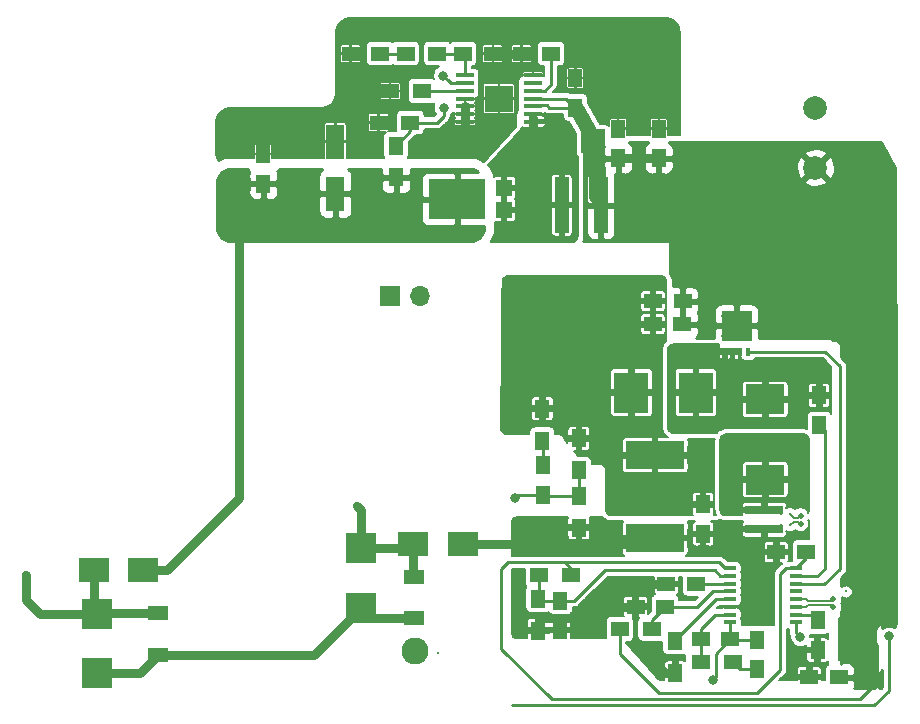
<source format=gbr>
G04 #@! TF.GenerationSoftware,KiCad,Pcbnew,(5.1.0)-1*
G04 #@! TF.CreationDate,2019-07-19T11:06:20-06:00*
G04 #@! TF.ProjectId,d4100_mod_board_full,64343130-305f-46d6-9f64-5f626f617264,rev?*
G04 #@! TF.SameCoordinates,Original*
G04 #@! TF.FileFunction,Copper,L1,Top*
G04 #@! TF.FilePolarity,Positive*
%FSLAX46Y46*%
G04 Gerber Fmt 4.6, Leading zero omitted, Abs format (unit mm)*
G04 Created by KiCad (PCBNEW (5.1.0)-1) date 2019-07-19 11:06:20*
%MOMM*%
%LPD*%
G04 APERTURE LIST*
%ADD10C,1.270000*%
%ADD11R,2.460000X2.310000*%
%ADD12R,1.570000X0.410000*%
%ADD13R,2.550000X2.510000*%
%ADD14R,0.400000X0.700000*%
%ADD15C,0.203200*%
%ADD16R,1.117600X0.304800*%
%ADD17R,1.300000X1.500000*%
%ADD18R,1.250000X1.500000*%
%ADD19C,0.254000*%
%ADD20C,2.286000*%
%ADD21R,3.300000X2.500000*%
%ADD22C,0.300000*%
%ADD23R,1.998980X1.998980*%
%ADD24R,3.200000X0.800000*%
%ADD25R,2.950000X3.500000*%
%ADD26R,5.000000X2.400000*%
%ADD27R,1.500000X1.250000*%
%ADD28R,1.400000X1.390000*%
%ADD29R,4.860000X3.360000*%
%ADD30R,1.180000X4.700000*%
%ADD31R,1.498600X1.701800*%
%ADD32R,1.500000X1.300000*%
%ADD33R,1.600000X3.000000*%
%ADD34O,1.700000X1.700000*%
%ADD35R,1.700000X1.700000*%
%ADD36C,2.000000*%
%ADD37C,0.736600*%
%ADD38R,2.650000X2.030000*%
%ADD39R,1.700000X1.300000*%
%ADD40R,2.500000X2.550000*%
%ADD41C,0.800000*%
%ADD42C,0.508000*%
%ADD43C,0.250000*%
%ADD44C,0.762000*%
%ADD45C,0.254000*%
%ADD46C,0.139700*%
%ADD47C,0.127000*%
G04 APERTURE END LIST*
D10*
X114325400Y-83820000D02*
X115798600Y-86410800D01*
D11*
X107811000Y-83058000D03*
D12*
X104941000Y-85008000D03*
X104941000Y-84358000D03*
X104941000Y-83708000D03*
X104941000Y-83058000D03*
X104941000Y-82408000D03*
X104941000Y-81758000D03*
X104941000Y-81108000D03*
X110681000Y-81108000D03*
X110681000Y-81758000D03*
X110681000Y-82408000D03*
X110681000Y-83058000D03*
X110681000Y-83708000D03*
X110681000Y-84358000D03*
X110681000Y-85008000D03*
D13*
X127939800Y-102301200D03*
D14*
X128914800Y-104496200D03*
X128264800Y-104496200D03*
X126964800Y-104496200D03*
X127614800Y-104496200D03*
D15*
X137185400Y-124790200D03*
D16*
X132969000Y-124790200D03*
D17*
X111498380Y-112019080D03*
X111498380Y-109319080D03*
D18*
X111523780Y-114121880D03*
X111523780Y-116621880D03*
D19*
X102666800Y-130045460D03*
D20*
X100711000Y-129857500D03*
D21*
X130378200Y-115325100D03*
X130378200Y-108525100D03*
D22*
X131737100Y-118224300D03*
X132461000Y-118224300D03*
X131741100Y-119202200D03*
X132461000Y-119202200D03*
D23*
X132384800Y-99441000D03*
X137464800Y-99441000D03*
D24*
X130292720Y-119508840D03*
X130292720Y-117908840D03*
D25*
X119042600Y-107950000D03*
X124492600Y-107950000D03*
D26*
X121056400Y-120263800D03*
X121056400Y-113263800D03*
D27*
X120873200Y-100203000D03*
X123373200Y-100203000D03*
D18*
X114300000Y-81320000D03*
X114300000Y-83820000D03*
D28*
X108266000Y-92487000D03*
X108266000Y-90647000D03*
D29*
X104284000Y-91567000D03*
D30*
X113149000Y-92075000D03*
X116459000Y-92075000D03*
D31*
X130175000Y-125120400D03*
D16*
X132969000Y-122834400D03*
X132969000Y-123494800D03*
X132969000Y-124155200D03*
X132969000Y-124790200D03*
X132969000Y-125450600D03*
X132969000Y-126085600D03*
X132969000Y-126746000D03*
X132969000Y-127406400D03*
X127381000Y-127406400D03*
X127381000Y-126746000D03*
X127381000Y-126085600D03*
X127381000Y-125450600D03*
X127381000Y-124790200D03*
X127381000Y-124155200D03*
X127381000Y-123494800D03*
X127381000Y-122834400D03*
D32*
X97630000Y-85090000D03*
X100330000Y-85090000D03*
D17*
X99110800Y-87042000D03*
X99110800Y-89742000D03*
D32*
X102616000Y-79248000D03*
X99916000Y-79248000D03*
X98606000Y-82423000D03*
X101306000Y-82423000D03*
D18*
X114300000Y-83820000D03*
D23*
X115798600Y-86677500D03*
D33*
X93980000Y-86700000D03*
X93980000Y-91100000D03*
D27*
X95270000Y-79248000D03*
X97770000Y-79248000D03*
X107295000Y-79248000D03*
X104795000Y-79248000D03*
X109748000Y-79248000D03*
X112248000Y-79248000D03*
D18*
X117919500Y-85605300D03*
X117919500Y-88105300D03*
D17*
X114597180Y-119388880D03*
X114597180Y-116688880D03*
X114597180Y-114537480D03*
X114597180Y-111837480D03*
D32*
X124902700Y-130748600D03*
X127602700Y-130748600D03*
D17*
X122757400Y-131704800D03*
X122757400Y-129004800D03*
D32*
X120751600Y-127965200D03*
X118051600Y-127965200D03*
D17*
X111147860Y-128098540D03*
X111147860Y-125398540D03*
D32*
X111236760Y-123431300D03*
X113936760Y-123431300D03*
D34*
X101117400Y-99796600D03*
D35*
X98577400Y-99796600D03*
D36*
X134620000Y-83820000D03*
X134620000Y-88900000D03*
D37*
X95808800Y-117576600D03*
X67818000Y-123418600D03*
D38*
X104764000Y-120779540D03*
X100584000Y-120779540D03*
X73500400Y-122936000D03*
X77680400Y-122936000D03*
D39*
X100601780Y-123578680D03*
X100601780Y-127078680D03*
X78968600Y-130147000D03*
X78968600Y-126647000D03*
D18*
X87884000Y-87777000D03*
X87884000Y-90277000D03*
X121348500Y-85605300D03*
X121348500Y-88105300D03*
X125120400Y-119918800D03*
X125120400Y-117418800D03*
D27*
X134106600Y-132054600D03*
X136606600Y-132054600D03*
D18*
X129647400Y-131364800D03*
X129647400Y-128864800D03*
D27*
X124901900Y-128860000D03*
X127401900Y-128860000D03*
D18*
X134950200Y-110693200D03*
X134950200Y-108193200D03*
D27*
X121997400Y-124154800D03*
X124497400Y-124154800D03*
X119400000Y-126085600D03*
X121900000Y-126085600D03*
X131307400Y-121454800D03*
X133807400Y-121454800D03*
D18*
X134797800Y-129748600D03*
X134797800Y-127248600D03*
X113023960Y-128075740D03*
X113023960Y-125575740D03*
D27*
X120860500Y-102171500D03*
X123360500Y-102171500D03*
D40*
X96121220Y-121142520D03*
X96121220Y-126192520D03*
X73761600Y-131709400D03*
X73761600Y-126659400D03*
D41*
X107188000Y-81280000D03*
X108458000Y-81280000D03*
X107188000Y-84836000D03*
X108458000Y-84836000D03*
X108458000Y-83566000D03*
X107188000Y-83566000D03*
X107188000Y-82550000D03*
X108458000Y-82550000D03*
X127939800Y-102311200D03*
X127076200Y-103124000D03*
X128803400Y-103124000D03*
X127076200Y-101473000D03*
X128803400Y-101473000D03*
X116763800Y-125526800D03*
X120777000Y-130606800D03*
X130276600Y-126949200D03*
X129032000Y-126949200D03*
X128905000Y-123342400D03*
X130251200Y-123291600D03*
X127441960Y-121066560D03*
X115483640Y-126806960D03*
X118765720Y-124154800D03*
X133400800Y-130581400D03*
X132664200Y-129717800D03*
X132613400Y-131902200D03*
X133466840Y-106344720D03*
X127238760Y-110068360D03*
X125920500Y-132270500D03*
X109164120Y-116900960D03*
X103174800Y-83845400D03*
X103098600Y-81127600D03*
X102616000Y-92456000D03*
X105918000Y-92456000D03*
X105918000Y-90678000D03*
X102616000Y-90678000D03*
X105156000Y-94488000D03*
X103378000Y-94488000D03*
X101600000Y-94488000D03*
X100584000Y-93218000D03*
X100584000Y-91440000D03*
X133116320Y-112669320D03*
D42*
X133365393Y-118370350D03*
X136097400Y-125425200D03*
X133365393Y-119056150D03*
X136097400Y-126111000D03*
D41*
X140868400Y-128600200D03*
X133350000Y-128651000D03*
D43*
X112014000Y-99822000D02*
X112014000Y-101219000D01*
D44*
X77406200Y-131709400D02*
X78968600Y-130147000D01*
X73761600Y-131709400D02*
X77406200Y-131709400D01*
X97007380Y-127078680D02*
X96121220Y-126192520D01*
X100601780Y-127078680D02*
X97007380Y-127078680D01*
X107295000Y-79248000D02*
X109748000Y-79248000D01*
X104941000Y-83708000D02*
X104941000Y-85584400D01*
X96121220Y-126217520D02*
X96121220Y-126192520D01*
X78968600Y-130147000D02*
X92191740Y-130147000D01*
X92191740Y-130147000D02*
X96121220Y-126217520D01*
X73774000Y-126647000D02*
X73761600Y-126659400D01*
X78968600Y-126647000D02*
X73774000Y-126647000D01*
X73500400Y-126398200D02*
X73761600Y-126659400D01*
X73500400Y-122936000D02*
X73500400Y-126398200D01*
X67818000Y-125476000D02*
X67818000Y-123418600D01*
X73761600Y-126659400D02*
X69001400Y-126659400D01*
X69001400Y-126659400D02*
X67818000Y-125476000D01*
X100584000Y-123560900D02*
X100601780Y-123578680D01*
X100584000Y-120779540D02*
X100584000Y-123560900D01*
X100221020Y-121142520D02*
X100584000Y-120779540D01*
X96121220Y-121142520D02*
X100221020Y-121142520D01*
X96121220Y-117889020D02*
X95808800Y-117576600D01*
X96121220Y-121142520D02*
X96121220Y-117889020D01*
X121348500Y-88105300D02*
X117685500Y-88105300D01*
X116459000Y-88963000D02*
X116039900Y-88543900D01*
X116459000Y-92075000D02*
X116459000Y-88963000D01*
X116039900Y-88543900D02*
X116039900Y-87880658D01*
X115798600Y-91414600D02*
X116459000Y-92075000D01*
X115798600Y-86677500D02*
X115798600Y-91414600D01*
X121997400Y-124154800D02*
X118765720Y-124154800D01*
X118135800Y-124154800D02*
X116763800Y-125526800D01*
X117322600Y-126085600D02*
X116763800Y-125526800D01*
X119400000Y-126085600D02*
X117322600Y-126085600D01*
X113130700Y-127054600D02*
X113153500Y-127031800D01*
X111277400Y-127054600D02*
X113130700Y-127054600D01*
X115258800Y-127031800D02*
X115483640Y-126806960D01*
X113153500Y-127031800D02*
X115258800Y-127031800D01*
X122757400Y-131704800D02*
X121875000Y-131704800D01*
X121875000Y-131704800D02*
X120777000Y-130606800D01*
X115483640Y-126806960D02*
X116763800Y-125526800D01*
X118765720Y-124154800D02*
X118135800Y-124154800D01*
X120540660Y-120779540D02*
X121056400Y-120263800D01*
X104764000Y-120779540D02*
X120540660Y-120779540D01*
D45*
X126568200Y-123494800D02*
X127381000Y-123494800D01*
X126085600Y-123012200D02*
X126568200Y-123494800D01*
X116781580Y-123012200D02*
X126085600Y-123012200D01*
X113023960Y-125575740D02*
X114218040Y-125575740D01*
X114218040Y-125575740D02*
X116781580Y-123012200D01*
X111236760Y-125309640D02*
X111147860Y-125398540D01*
X111236760Y-123431300D02*
X111236760Y-125309640D01*
X111325060Y-125575740D02*
X111147860Y-125398540D01*
X113023960Y-125575740D02*
X111325060Y-125575740D01*
X134295200Y-126746000D02*
X132969000Y-126746000D01*
X134797800Y-127248600D02*
X134295200Y-126746000D01*
X133807400Y-121996000D02*
X132969000Y-122834400D01*
X133807400Y-121454800D02*
X133807400Y-121996000D01*
X133807400Y-121454800D02*
X133682400Y-121454800D01*
X118051600Y-128869200D02*
X118051600Y-127965200D01*
X118051600Y-130116600D02*
X118051600Y-128869200D01*
X121335800Y-133400800D02*
X118051600Y-130116600D01*
X132969000Y-122834400D02*
X132156200Y-122834400D01*
X132156200Y-122834400D02*
X131645660Y-123344940D01*
X129672202Y-133400800D02*
X121335800Y-133400800D01*
X131645660Y-123344940D02*
X131645660Y-131427342D01*
X131645660Y-131427342D02*
X129672202Y-133400800D01*
X122904000Y-126085600D02*
X121900000Y-126085600D01*
X124627402Y-126085600D02*
X122904000Y-126085600D01*
X127381000Y-124790200D02*
X125922802Y-124790200D01*
X125922802Y-124790200D02*
X124627402Y-126085600D01*
X120751600Y-127234000D02*
X121900000Y-126085600D01*
X120751600Y-127965200D02*
X120751600Y-127234000D01*
X127380600Y-124154800D02*
X127381000Y-124155200D01*
X124497400Y-124154800D02*
X127380600Y-124154800D01*
X134950200Y-110693200D02*
X134950200Y-111099600D01*
X135407400Y-111150400D02*
X134950200Y-110693200D01*
X135407400Y-122859800D02*
X135407400Y-111150400D01*
X132969000Y-123494800D02*
X134772400Y-123494800D01*
X134772400Y-123494800D02*
X135407400Y-122859800D01*
X124902700Y-128860800D02*
X124901900Y-128860000D01*
X124902700Y-130748600D02*
X124902700Y-128860800D01*
X126568200Y-126746000D02*
X127381000Y-126746000D01*
X126136900Y-126746000D02*
X126568200Y-126746000D01*
X124901900Y-128860000D02*
X124901900Y-127981000D01*
X124901900Y-127981000D02*
X126136900Y-126746000D01*
X127406700Y-128864800D02*
X127401900Y-128860000D01*
X129647400Y-128864800D02*
X127406700Y-128864800D01*
X127381000Y-128839100D02*
X127401900Y-128860000D01*
X127381000Y-127406400D02*
X127381000Y-128839100D01*
X114597180Y-114537480D02*
X114597180Y-116688880D01*
X114597180Y-116788880D02*
X114597180Y-116688880D01*
X114597180Y-116688880D02*
X111590780Y-116688880D01*
X111590780Y-116688880D02*
X111523780Y-116621880D01*
X126180901Y-130080999D02*
X126180901Y-132010099D01*
X127401900Y-128860000D02*
X126180901Y-130080999D01*
X126180901Y-132010099D02*
X125920500Y-132270500D01*
X111523780Y-116621880D02*
X109443200Y-116621880D01*
X109443200Y-116621880D02*
X109164120Y-116900960D01*
X128218900Y-131364800D02*
X127602700Y-130748600D01*
X129647400Y-131364800D02*
X128218900Y-131364800D01*
X111523780Y-112044480D02*
X111498380Y-112019080D01*
X111523780Y-114121880D02*
X111523780Y-112044480D01*
X112248000Y-80127000D02*
X112248000Y-79248000D01*
X112248000Y-81866802D02*
X112248000Y-80127000D01*
X110681000Y-82408000D02*
X111706802Y-82408000D01*
X111706802Y-82408000D02*
X112248000Y-81866802D01*
X104941000Y-81758000D02*
X103729000Y-81758000D01*
X103729000Y-81758000D02*
X103498599Y-81527599D01*
X103498599Y-81527599D02*
X103098600Y-81127600D01*
X103174800Y-84505800D02*
X103174800Y-83845400D01*
X102590600Y-85090000D02*
X100330000Y-85090000D01*
X103174800Y-84505800D02*
X102590600Y-85090000D01*
X100330000Y-85822800D02*
X99110800Y-87042000D01*
X100330000Y-85090000D02*
X100330000Y-85822800D01*
X97770000Y-79248000D02*
X99916000Y-79248000D01*
X104941000Y-79394000D02*
X104795000Y-79248000D01*
X104941000Y-81108000D02*
X104941000Y-79394000D01*
X102616000Y-79248000D02*
X104795000Y-79248000D01*
D44*
X79692500Y-122936000D02*
X77680400Y-122936000D01*
X85788500Y-116840000D02*
X79692500Y-122936000D01*
X85788500Y-92372500D02*
X85788500Y-116840000D01*
X110681000Y-85008000D02*
X110681000Y-86043000D01*
X110681000Y-86043000D02*
X110681000Y-84675001D01*
D46*
X132791200Y-118554500D02*
X133181243Y-118554500D01*
X132461000Y-118224300D02*
X132791200Y-118554500D01*
X133181243Y-118554500D02*
X133365393Y-118370350D01*
X132969000Y-125450600D02*
X133807201Y-125450600D01*
X133807201Y-125450600D02*
X133965951Y-125609350D01*
X133965951Y-125609350D02*
X135913250Y-125609350D01*
X135913250Y-125609350D02*
X136097400Y-125425200D01*
X133181243Y-118872000D02*
X133365393Y-119056150D01*
X132791200Y-118872000D02*
X133181243Y-118872000D01*
X132461000Y-119202200D02*
X132791200Y-118872000D01*
X133965951Y-125926850D02*
X135913250Y-125926850D01*
X133807201Y-126085600D02*
X133965951Y-125926850D01*
X135913250Y-125926850D02*
X136097400Y-126111000D01*
X132969000Y-126085600D02*
X133807201Y-126085600D01*
D45*
X132969000Y-127406400D02*
X132969000Y-128232002D01*
X132969000Y-128232002D02*
X132950001Y-128251001D01*
X132950001Y-128251001D02*
X133350000Y-128651000D01*
X108929191Y-134428179D02*
X108916506Y-134415494D01*
X139619655Y-134428179D02*
X108929191Y-134428179D01*
X140868400Y-128600200D02*
X140868400Y-133179434D01*
X140868400Y-133179434D02*
X139619655Y-134428179D01*
X127381000Y-122834400D02*
X126974600Y-122834400D01*
X126974600Y-122834400D02*
X126466600Y-122326400D01*
X126466600Y-122326400D02*
X115189000Y-122326400D01*
X137464800Y-99441000D02*
X139623800Y-101600000D01*
X139623800Y-101600000D02*
X139623800Y-131267200D01*
X115189000Y-122326400D02*
X113106200Y-122326400D01*
X113390680Y-122326400D02*
X113106200Y-122326400D01*
X113936760Y-123431300D02*
X113936760Y-122872480D01*
X113936760Y-122872480D02*
X113390680Y-122326400D01*
X138353800Y-133908800D02*
X139369800Y-132892800D01*
X112285780Y-133908800D02*
X138353800Y-133908800D01*
X108010960Y-129633980D02*
X112285780Y-133908800D01*
X108010960Y-122892771D02*
X108010960Y-129633980D01*
X113106200Y-122326400D02*
X108577331Y-122326400D01*
X108577331Y-122326400D02*
X108010960Y-122892771D01*
X113538000Y-83058000D02*
X114300000Y-83820000D01*
X110681000Y-83058000D02*
X113538000Y-83058000D01*
X111872401Y-83644999D02*
X110681000Y-83644999D01*
X114300000Y-83820000D02*
X112047402Y-83820000D01*
X112047402Y-83820000D02*
X111872401Y-83644999D01*
X135458800Y-104496200D02*
X131766801Y-104496200D01*
X136677400Y-105714800D02*
X135458800Y-104496200D01*
X136677400Y-122859800D02*
X136677400Y-105714800D01*
X132969000Y-124155200D02*
X135382000Y-124155200D01*
X135382000Y-124155200D02*
X136677400Y-122859800D01*
X131766801Y-104496200D02*
X128972801Y-104496200D01*
X122757400Y-128904800D02*
X122757400Y-129004800D01*
X127381000Y-125450600D02*
X126211600Y-125450600D01*
X126211600Y-125450600D02*
X122757400Y-128904800D01*
X101321000Y-82408000D02*
X101306000Y-82423000D01*
X104941000Y-82408000D02*
X101321000Y-82408000D01*
D47*
G36*
X122129464Y-76282068D02*
G01*
X122332567Y-76336489D01*
X122523127Y-76425349D01*
X122695368Y-76545954D01*
X122844046Y-76694632D01*
X122964651Y-76866873D01*
X123053511Y-77057433D01*
X123107932Y-77260536D01*
X123126500Y-77472768D01*
X123126500Y-86169500D01*
X122113697Y-86169500D01*
X122113200Y-85652925D01*
X122078275Y-85618000D01*
X121361200Y-85618000D01*
X121361200Y-85638000D01*
X121335800Y-85638000D01*
X121335800Y-85618000D01*
X120618725Y-85618000D01*
X120583800Y-85652925D01*
X120583303Y-86169500D01*
X118684697Y-86169500D01*
X118684200Y-85652925D01*
X118649275Y-85618000D01*
X117932200Y-85618000D01*
X117932200Y-85638000D01*
X117906800Y-85638000D01*
X117906800Y-85618000D01*
X117886800Y-85618000D01*
X117886800Y-85592600D01*
X117906800Y-85592600D01*
X117906800Y-84750525D01*
X117932200Y-84750525D01*
X117932200Y-85592600D01*
X118649275Y-85592600D01*
X118684200Y-85557675D01*
X118684876Y-84855300D01*
X120583124Y-84855300D01*
X120583800Y-85557675D01*
X120618725Y-85592600D01*
X121335800Y-85592600D01*
X121335800Y-84750525D01*
X121361200Y-84750525D01*
X121361200Y-85592600D01*
X122078275Y-85592600D01*
X122113200Y-85557675D01*
X122113876Y-84855300D01*
X122111179Y-84827914D01*
X122103191Y-84801580D01*
X122090218Y-84777311D01*
X122072761Y-84756039D01*
X122051489Y-84738582D01*
X122027220Y-84725609D01*
X122000886Y-84717621D01*
X121973500Y-84714924D01*
X121396125Y-84715600D01*
X121361200Y-84750525D01*
X121335800Y-84750525D01*
X121300875Y-84715600D01*
X120723500Y-84714924D01*
X120696114Y-84717621D01*
X120669780Y-84725609D01*
X120645511Y-84738582D01*
X120624239Y-84756039D01*
X120606782Y-84777311D01*
X120593809Y-84801580D01*
X120585821Y-84827914D01*
X120583124Y-84855300D01*
X118684876Y-84855300D01*
X118682179Y-84827914D01*
X118674191Y-84801580D01*
X118661218Y-84777311D01*
X118643761Y-84756039D01*
X118622489Y-84738582D01*
X118598220Y-84725609D01*
X118571886Y-84717621D01*
X118544500Y-84714924D01*
X117967125Y-84715600D01*
X117932200Y-84750525D01*
X117906800Y-84750525D01*
X117871875Y-84715600D01*
X117294500Y-84714924D01*
X117267114Y-84717621D01*
X117240780Y-84725609D01*
X117216511Y-84738582D01*
X117195239Y-84756039D01*
X117177782Y-84777311D01*
X117164809Y-84801580D01*
X117156821Y-84827914D01*
X117154124Y-84855300D01*
X117154660Y-85411823D01*
X117113919Y-85362181D01*
X117046235Y-85306634D01*
X116969016Y-85265359D01*
X116885227Y-85239942D01*
X116798090Y-85231360D01*
X116369756Y-85231360D01*
X115371650Y-83476072D01*
X115371650Y-83070000D01*
X115363068Y-82982863D01*
X115337651Y-82899074D01*
X115296376Y-82821855D01*
X115240829Y-82754171D01*
X115173145Y-82698624D01*
X115095926Y-82657349D01*
X115012137Y-82631932D01*
X114925000Y-82623350D01*
X113909238Y-82623350D01*
X113857045Y-82580516D01*
X113757762Y-82527448D01*
X113650034Y-82494769D01*
X113566074Y-82486500D01*
X113538000Y-82483735D01*
X113509926Y-82486500D01*
X112436525Y-82486500D01*
X112632258Y-82290767D01*
X112654067Y-82272869D01*
X112725484Y-82185847D01*
X112778552Y-82086564D01*
X112783576Y-82070000D01*
X113534624Y-82070000D01*
X113537321Y-82097386D01*
X113545309Y-82123720D01*
X113558282Y-82147989D01*
X113575739Y-82169261D01*
X113597011Y-82186718D01*
X113621280Y-82199691D01*
X113647614Y-82207679D01*
X113675000Y-82210376D01*
X114252375Y-82209700D01*
X114287300Y-82174775D01*
X114287300Y-81332700D01*
X114312700Y-81332700D01*
X114312700Y-82174775D01*
X114347625Y-82209700D01*
X114925000Y-82210376D01*
X114952386Y-82207679D01*
X114978720Y-82199691D01*
X115002989Y-82186718D01*
X115024261Y-82169261D01*
X115041718Y-82147989D01*
X115054691Y-82123720D01*
X115062679Y-82097386D01*
X115065376Y-82070000D01*
X115064700Y-81367625D01*
X115029775Y-81332700D01*
X114312700Y-81332700D01*
X114287300Y-81332700D01*
X113570225Y-81332700D01*
X113535300Y-81367625D01*
X113534624Y-82070000D01*
X112783576Y-82070000D01*
X112811231Y-81978836D01*
X112819500Y-81894876D01*
X112819500Y-81894875D01*
X112822265Y-81866802D01*
X112819500Y-81838728D01*
X112819500Y-80570000D01*
X113534624Y-80570000D01*
X113535300Y-81272375D01*
X113570225Y-81307300D01*
X114287300Y-81307300D01*
X114287300Y-80465225D01*
X114312700Y-80465225D01*
X114312700Y-81307300D01*
X115029775Y-81307300D01*
X115064700Y-81272375D01*
X115065376Y-80570000D01*
X115062679Y-80542614D01*
X115054691Y-80516280D01*
X115041718Y-80492011D01*
X115024261Y-80470739D01*
X115002989Y-80453282D01*
X114978720Y-80440309D01*
X114952386Y-80432321D01*
X114925000Y-80429624D01*
X114347625Y-80430300D01*
X114312700Y-80465225D01*
X114287300Y-80465225D01*
X114252375Y-80430300D01*
X113675000Y-80429624D01*
X113647614Y-80432321D01*
X113621280Y-80440309D01*
X113597011Y-80453282D01*
X113575739Y-80470739D01*
X113558282Y-80492011D01*
X113545309Y-80516280D01*
X113537321Y-80542614D01*
X113534624Y-80570000D01*
X112819500Y-80570000D01*
X112819500Y-80319650D01*
X112998000Y-80319650D01*
X113085137Y-80311068D01*
X113168926Y-80285651D01*
X113246145Y-80244376D01*
X113313829Y-80188829D01*
X113369376Y-80121145D01*
X113410651Y-80043926D01*
X113436068Y-79960137D01*
X113444650Y-79873000D01*
X113444650Y-78623000D01*
X113436068Y-78535863D01*
X113410651Y-78452074D01*
X113369376Y-78374855D01*
X113313829Y-78307171D01*
X113246145Y-78251624D01*
X113168926Y-78210349D01*
X113085137Y-78184932D01*
X112998000Y-78176350D01*
X111498000Y-78176350D01*
X111410863Y-78184932D01*
X111327074Y-78210349D01*
X111249855Y-78251624D01*
X111182171Y-78307171D01*
X111126624Y-78374855D01*
X111085349Y-78452074D01*
X111059932Y-78535863D01*
X111051350Y-78623000D01*
X111051350Y-79873000D01*
X111059932Y-79960137D01*
X111085349Y-80043926D01*
X111126624Y-80121145D01*
X111182171Y-80188829D01*
X111249855Y-80244376D01*
X111327074Y-80285651D01*
X111410863Y-80311068D01*
X111498000Y-80319650D01*
X111676501Y-80319650D01*
X111676500Y-81161502D01*
X111636926Y-81140349D01*
X111553137Y-81114932D01*
X111466000Y-81106350D01*
X109896000Y-81106350D01*
X109808863Y-81114932D01*
X109725074Y-81140349D01*
X109647855Y-81181624D01*
X109580171Y-81237171D01*
X109524624Y-81304855D01*
X109483349Y-81382074D01*
X109457932Y-81465863D01*
X109449350Y-81553000D01*
X109449350Y-81963000D01*
X109457932Y-82050137D01*
X109467901Y-82083000D01*
X109457932Y-82115863D01*
X109449350Y-82203000D01*
X109449350Y-82613000D01*
X109457932Y-82700137D01*
X109467901Y-82733000D01*
X109457932Y-82765863D01*
X109449350Y-82853000D01*
X109449350Y-83263000D01*
X109457932Y-83350137D01*
X109467901Y-83383000D01*
X109457932Y-83415863D01*
X109449350Y-83503000D01*
X109449350Y-83913000D01*
X109457932Y-84000137D01*
X109466269Y-84027619D01*
X109443414Y-84057404D01*
X109385394Y-84157898D01*
X109334645Y-84280418D01*
X109304613Y-84392500D01*
X109287303Y-84523980D01*
X109283500Y-84582000D01*
X109283500Y-85371735D01*
X109278204Y-85414146D01*
X109272784Y-85428007D01*
X109247906Y-85462768D01*
X106532896Y-88404028D01*
X106518488Y-88393939D01*
X106393874Y-88321992D01*
X106193240Y-88228434D01*
X106058020Y-88179218D01*
X105844187Y-88121922D01*
X105702480Y-88096935D01*
X105481947Y-88077641D01*
X105410000Y-88074500D01*
X100103981Y-88074500D01*
X100132176Y-88040145D01*
X100173451Y-87962926D01*
X100198868Y-87879137D01*
X100207450Y-87792000D01*
X100207450Y-86753573D01*
X100714257Y-86246766D01*
X100736067Y-86228867D01*
X100770714Y-86186650D01*
X101080000Y-86186650D01*
X101167137Y-86178068D01*
X101250926Y-86152651D01*
X101328145Y-86111376D01*
X101395829Y-86055829D01*
X101451376Y-85988145D01*
X101492651Y-85910926D01*
X101518068Y-85827137D01*
X101526650Y-85740000D01*
X101526650Y-85661500D01*
X102562526Y-85661500D01*
X102590600Y-85664265D01*
X102618674Y-85661500D01*
X102702634Y-85653231D01*
X102810362Y-85620552D01*
X102909645Y-85567484D01*
X102996667Y-85496067D01*
X103014570Y-85474252D01*
X103275822Y-85213000D01*
X104015624Y-85213000D01*
X104018321Y-85240386D01*
X104026309Y-85266720D01*
X104039282Y-85290989D01*
X104056739Y-85312261D01*
X104078011Y-85329718D01*
X104102280Y-85342691D01*
X104128614Y-85350679D01*
X104156000Y-85353376D01*
X104893375Y-85352700D01*
X104928300Y-85317775D01*
X104928300Y-85020700D01*
X104953700Y-85020700D01*
X104953700Y-85317775D01*
X104988625Y-85352700D01*
X105726000Y-85353376D01*
X105753386Y-85350679D01*
X105779720Y-85342691D01*
X105803989Y-85329718D01*
X105825261Y-85312261D01*
X105842718Y-85290989D01*
X105855691Y-85266720D01*
X105863679Y-85240386D01*
X105866376Y-85213000D01*
X105865700Y-85055625D01*
X105830775Y-85020700D01*
X104953700Y-85020700D01*
X104928300Y-85020700D01*
X104051225Y-85020700D01*
X104016300Y-85055625D01*
X104015624Y-85213000D01*
X103275822Y-85213000D01*
X103559058Y-84929765D01*
X103580867Y-84911867D01*
X103652284Y-84824845D01*
X103705352Y-84725562D01*
X103738031Y-84617834D01*
X103743431Y-84563000D01*
X104015624Y-84563000D01*
X104018321Y-84590386D01*
X104026309Y-84616720D01*
X104039282Y-84640989D01*
X104056739Y-84662261D01*
X104078011Y-84679718D01*
X104084151Y-84683000D01*
X104078011Y-84686282D01*
X104056739Y-84703739D01*
X104039282Y-84725011D01*
X104026309Y-84749280D01*
X104018321Y-84775614D01*
X104015624Y-84803000D01*
X104016300Y-84960375D01*
X104051225Y-84995300D01*
X104928300Y-84995300D01*
X104928300Y-84698225D01*
X104913075Y-84683000D01*
X104928300Y-84667775D01*
X104928300Y-84370700D01*
X104953700Y-84370700D01*
X104953700Y-84667775D01*
X104968925Y-84683000D01*
X104953700Y-84698225D01*
X104953700Y-84995300D01*
X105830775Y-84995300D01*
X105865700Y-84960375D01*
X105866376Y-84803000D01*
X105863679Y-84775614D01*
X105855691Y-84749280D01*
X105842718Y-84725011D01*
X105825261Y-84703739D01*
X105803989Y-84686282D01*
X105797849Y-84683000D01*
X105803989Y-84679718D01*
X105825261Y-84662261D01*
X105842718Y-84640989D01*
X105855691Y-84616720D01*
X105863679Y-84590386D01*
X105866376Y-84563000D01*
X105865700Y-84405625D01*
X105830775Y-84370700D01*
X104953700Y-84370700D01*
X104928300Y-84370700D01*
X104051225Y-84370700D01*
X104016300Y-84405625D01*
X104015624Y-84563000D01*
X103743431Y-84563000D01*
X103746300Y-84533874D01*
X103746300Y-84533873D01*
X103749065Y-84505800D01*
X103746574Y-84480504D01*
X104015755Y-84183477D01*
X104016300Y-84310375D01*
X104051225Y-84345300D01*
X104928300Y-84345300D01*
X104928300Y-84048225D01*
X104913075Y-84033000D01*
X104928300Y-84017775D01*
X104928300Y-83720700D01*
X104953700Y-83720700D01*
X104953700Y-84017775D01*
X104968925Y-84033000D01*
X104953700Y-84048225D01*
X104953700Y-84345300D01*
X105830775Y-84345300D01*
X105865700Y-84310375D01*
X105866118Y-84213000D01*
X106440624Y-84213000D01*
X106443321Y-84240386D01*
X106451309Y-84266720D01*
X106464282Y-84290989D01*
X106481739Y-84312261D01*
X106503011Y-84329718D01*
X106527280Y-84342691D01*
X106553614Y-84350679D01*
X106581000Y-84353376D01*
X107763375Y-84352700D01*
X107798300Y-84317775D01*
X107798300Y-83070700D01*
X107823700Y-83070700D01*
X107823700Y-84317775D01*
X107858625Y-84352700D01*
X109041000Y-84353376D01*
X109068386Y-84350679D01*
X109094720Y-84342691D01*
X109118989Y-84329718D01*
X109140261Y-84312261D01*
X109157718Y-84290989D01*
X109170691Y-84266720D01*
X109178679Y-84240386D01*
X109181376Y-84213000D01*
X109180700Y-83105625D01*
X109145775Y-83070700D01*
X107823700Y-83070700D01*
X107798300Y-83070700D01*
X106476225Y-83070700D01*
X106441300Y-83105625D01*
X106440624Y-84213000D01*
X105866118Y-84213000D01*
X105866376Y-84153000D01*
X105863679Y-84125614D01*
X105855691Y-84099280D01*
X105842718Y-84075011D01*
X105825261Y-84053739D01*
X105803989Y-84036282D01*
X105797849Y-84033000D01*
X105803989Y-84029718D01*
X105825261Y-84012261D01*
X105842718Y-83990989D01*
X105855691Y-83966720D01*
X105863679Y-83940386D01*
X105866376Y-83913000D01*
X105865700Y-83755625D01*
X105830775Y-83720700D01*
X104953700Y-83720700D01*
X104928300Y-83720700D01*
X104908300Y-83720700D01*
X104908300Y-83695300D01*
X104928300Y-83695300D01*
X104928300Y-83398225D01*
X104913075Y-83383000D01*
X104928300Y-83367775D01*
X104928300Y-83070700D01*
X104953700Y-83070700D01*
X104953700Y-83367775D01*
X104968925Y-83383000D01*
X104953700Y-83398225D01*
X104953700Y-83695300D01*
X105830775Y-83695300D01*
X105865700Y-83660375D01*
X105866376Y-83503000D01*
X105863679Y-83475614D01*
X105855691Y-83449280D01*
X105842718Y-83425011D01*
X105825261Y-83403739D01*
X105803989Y-83386282D01*
X105797849Y-83383000D01*
X105803989Y-83379718D01*
X105825261Y-83362261D01*
X105842718Y-83340989D01*
X105855691Y-83316720D01*
X105863679Y-83290386D01*
X105866376Y-83263000D01*
X105865700Y-83105625D01*
X105830775Y-83070700D01*
X104953700Y-83070700D01*
X104928300Y-83070700D01*
X104908300Y-83070700D01*
X104908300Y-83059650D01*
X105726000Y-83059650D01*
X105813137Y-83051068D01*
X105896926Y-83025651D01*
X105974145Y-82984376D01*
X106041829Y-82928829D01*
X106097376Y-82861145D01*
X106138651Y-82783926D01*
X106164068Y-82700137D01*
X106172650Y-82613000D01*
X106172650Y-82203000D01*
X106164068Y-82115863D01*
X106154099Y-82083000D01*
X106164068Y-82050137D01*
X106172650Y-81963000D01*
X106172650Y-81903000D01*
X106440624Y-81903000D01*
X106441300Y-83010375D01*
X106476225Y-83045300D01*
X107798300Y-83045300D01*
X107798300Y-81798225D01*
X107823700Y-81798225D01*
X107823700Y-83045300D01*
X109145775Y-83045300D01*
X109180700Y-83010375D01*
X109181376Y-81903000D01*
X109178679Y-81875614D01*
X109170691Y-81849280D01*
X109157718Y-81825011D01*
X109140261Y-81803739D01*
X109118989Y-81786282D01*
X109094720Y-81773309D01*
X109068386Y-81765321D01*
X109041000Y-81762624D01*
X107858625Y-81763300D01*
X107823700Y-81798225D01*
X107798300Y-81798225D01*
X107763375Y-81763300D01*
X106581000Y-81762624D01*
X106553614Y-81765321D01*
X106527280Y-81773309D01*
X106503011Y-81786282D01*
X106481739Y-81803739D01*
X106464282Y-81825011D01*
X106451309Y-81849280D01*
X106443321Y-81875614D01*
X106440624Y-81903000D01*
X106172650Y-81903000D01*
X106172650Y-81553000D01*
X106164068Y-81465863D01*
X106154099Y-81433000D01*
X106164068Y-81400137D01*
X106172650Y-81313000D01*
X106172650Y-80903000D01*
X109755624Y-80903000D01*
X109756300Y-81060375D01*
X109791225Y-81095300D01*
X110668300Y-81095300D01*
X110668300Y-80798225D01*
X110693700Y-80798225D01*
X110693700Y-81095300D01*
X111570775Y-81095300D01*
X111605700Y-81060375D01*
X111606376Y-80903000D01*
X111603679Y-80875614D01*
X111595691Y-80849280D01*
X111582718Y-80825011D01*
X111565261Y-80803739D01*
X111543989Y-80786282D01*
X111519720Y-80773309D01*
X111493386Y-80765321D01*
X111466000Y-80762624D01*
X110728625Y-80763300D01*
X110693700Y-80798225D01*
X110668300Y-80798225D01*
X110633375Y-80763300D01*
X109896000Y-80762624D01*
X109868614Y-80765321D01*
X109842280Y-80773309D01*
X109818011Y-80786282D01*
X109796739Y-80803739D01*
X109779282Y-80825011D01*
X109766309Y-80849280D01*
X109758321Y-80875614D01*
X109755624Y-80903000D01*
X106172650Y-80903000D01*
X106164068Y-80815863D01*
X106138651Y-80732074D01*
X106097376Y-80654855D01*
X106041829Y-80587171D01*
X105974145Y-80531624D01*
X105896926Y-80490349D01*
X105813137Y-80464932D01*
X105726000Y-80456350D01*
X105512500Y-80456350D01*
X105512500Y-80319650D01*
X105545000Y-80319650D01*
X105632137Y-80311068D01*
X105715926Y-80285651D01*
X105793145Y-80244376D01*
X105860829Y-80188829D01*
X105916376Y-80121145D01*
X105957651Y-80043926D01*
X105983068Y-79960137D01*
X105991650Y-79873000D01*
X106404624Y-79873000D01*
X106407321Y-79900386D01*
X106415309Y-79926720D01*
X106428282Y-79950989D01*
X106445739Y-79972261D01*
X106467011Y-79989718D01*
X106491280Y-80002691D01*
X106517614Y-80010679D01*
X106545000Y-80013376D01*
X107247375Y-80012700D01*
X107282300Y-79977775D01*
X107282300Y-79260700D01*
X107307700Y-79260700D01*
X107307700Y-79977775D01*
X107342625Y-80012700D01*
X108045000Y-80013376D01*
X108072386Y-80010679D01*
X108098720Y-80002691D01*
X108122989Y-79989718D01*
X108144261Y-79972261D01*
X108161718Y-79950989D01*
X108174691Y-79926720D01*
X108182679Y-79900386D01*
X108185376Y-79873000D01*
X108857624Y-79873000D01*
X108860321Y-79900386D01*
X108868309Y-79926720D01*
X108881282Y-79950989D01*
X108898739Y-79972261D01*
X108920011Y-79989718D01*
X108944280Y-80002691D01*
X108970614Y-80010679D01*
X108998000Y-80013376D01*
X109700375Y-80012700D01*
X109735300Y-79977775D01*
X109735300Y-79260700D01*
X109760700Y-79260700D01*
X109760700Y-79977775D01*
X109795625Y-80012700D01*
X110498000Y-80013376D01*
X110525386Y-80010679D01*
X110551720Y-80002691D01*
X110575989Y-79989718D01*
X110597261Y-79972261D01*
X110614718Y-79950989D01*
X110627691Y-79926720D01*
X110635679Y-79900386D01*
X110638376Y-79873000D01*
X110637700Y-79295625D01*
X110602775Y-79260700D01*
X109760700Y-79260700D01*
X109735300Y-79260700D01*
X108893225Y-79260700D01*
X108858300Y-79295625D01*
X108857624Y-79873000D01*
X108185376Y-79873000D01*
X108184700Y-79295625D01*
X108149775Y-79260700D01*
X107307700Y-79260700D01*
X107282300Y-79260700D01*
X106440225Y-79260700D01*
X106405300Y-79295625D01*
X106404624Y-79873000D01*
X105991650Y-79873000D01*
X105991650Y-78623000D01*
X106404624Y-78623000D01*
X106405300Y-79200375D01*
X106440225Y-79235300D01*
X107282300Y-79235300D01*
X107282300Y-78518225D01*
X107307700Y-78518225D01*
X107307700Y-79235300D01*
X108149775Y-79235300D01*
X108184700Y-79200375D01*
X108185376Y-78623000D01*
X108857624Y-78623000D01*
X108858300Y-79200375D01*
X108893225Y-79235300D01*
X109735300Y-79235300D01*
X109735300Y-78518225D01*
X109760700Y-78518225D01*
X109760700Y-79235300D01*
X110602775Y-79235300D01*
X110637700Y-79200375D01*
X110638376Y-78623000D01*
X110635679Y-78595614D01*
X110627691Y-78569280D01*
X110614718Y-78545011D01*
X110597261Y-78523739D01*
X110575989Y-78506282D01*
X110551720Y-78493309D01*
X110525386Y-78485321D01*
X110498000Y-78482624D01*
X109795625Y-78483300D01*
X109760700Y-78518225D01*
X109735300Y-78518225D01*
X109700375Y-78483300D01*
X108998000Y-78482624D01*
X108970614Y-78485321D01*
X108944280Y-78493309D01*
X108920011Y-78506282D01*
X108898739Y-78523739D01*
X108881282Y-78545011D01*
X108868309Y-78569280D01*
X108860321Y-78595614D01*
X108857624Y-78623000D01*
X108185376Y-78623000D01*
X108182679Y-78595614D01*
X108174691Y-78569280D01*
X108161718Y-78545011D01*
X108144261Y-78523739D01*
X108122989Y-78506282D01*
X108098720Y-78493309D01*
X108072386Y-78485321D01*
X108045000Y-78482624D01*
X107342625Y-78483300D01*
X107307700Y-78518225D01*
X107282300Y-78518225D01*
X107247375Y-78483300D01*
X106545000Y-78482624D01*
X106517614Y-78485321D01*
X106491280Y-78493309D01*
X106467011Y-78506282D01*
X106445739Y-78523739D01*
X106428282Y-78545011D01*
X106415309Y-78569280D01*
X106407321Y-78595614D01*
X106404624Y-78623000D01*
X105991650Y-78623000D01*
X105983068Y-78535863D01*
X105957651Y-78452074D01*
X105916376Y-78374855D01*
X105860829Y-78307171D01*
X105793145Y-78251624D01*
X105715926Y-78210349D01*
X105632137Y-78184932D01*
X105545000Y-78176350D01*
X104045000Y-78176350D01*
X103957863Y-78184932D01*
X103874074Y-78210349D01*
X103796855Y-78251624D01*
X103729171Y-78307171D01*
X103715759Y-78323514D01*
X103681829Y-78282171D01*
X103614145Y-78226624D01*
X103536926Y-78185349D01*
X103453137Y-78159932D01*
X103366000Y-78151350D01*
X101866000Y-78151350D01*
X101778863Y-78159932D01*
X101695074Y-78185349D01*
X101617855Y-78226624D01*
X101550171Y-78282171D01*
X101494624Y-78349855D01*
X101453349Y-78427074D01*
X101427932Y-78510863D01*
X101419350Y-78598000D01*
X101419350Y-79898000D01*
X101427932Y-79985137D01*
X101453349Y-80068926D01*
X101494624Y-80146145D01*
X101550171Y-80213829D01*
X101617855Y-80269376D01*
X101695074Y-80310651D01*
X101778863Y-80336068D01*
X101866000Y-80344650D01*
X102782024Y-80344650D01*
X102698579Y-80379214D01*
X102560263Y-80471634D01*
X102442634Y-80589263D01*
X102350214Y-80727579D01*
X102286554Y-80881268D01*
X102254100Y-81044424D01*
X102254100Y-81210776D01*
X102286554Y-81373932D01*
X102296284Y-81397422D01*
X102226926Y-81360349D01*
X102143137Y-81334932D01*
X102056000Y-81326350D01*
X100556000Y-81326350D01*
X100468863Y-81334932D01*
X100385074Y-81360349D01*
X100307855Y-81401624D01*
X100240171Y-81457171D01*
X100184624Y-81524855D01*
X100143349Y-81602074D01*
X100117932Y-81685863D01*
X100109350Y-81773000D01*
X100109350Y-83073000D01*
X100117932Y-83160137D01*
X100143349Y-83243926D01*
X100184624Y-83321145D01*
X100240171Y-83388829D01*
X100307855Y-83444376D01*
X100385074Y-83485651D01*
X100468863Y-83511068D01*
X100556000Y-83519650D01*
X102056000Y-83519650D01*
X102143137Y-83511068D01*
X102226926Y-83485651D01*
X102304145Y-83444376D01*
X102336600Y-83417741D01*
X102336600Y-83667600D01*
X102336724Y-83671561D01*
X102339500Y-83715974D01*
X102330300Y-83762224D01*
X102330300Y-83928576D01*
X102362754Y-84091732D01*
X102426414Y-84245421D01*
X102481247Y-84327485D01*
X102502462Y-84369915D01*
X102353878Y-84518500D01*
X101526650Y-84518500D01*
X101526650Y-84440000D01*
X101518068Y-84352863D01*
X101492651Y-84269074D01*
X101451376Y-84191855D01*
X101395829Y-84124171D01*
X101328145Y-84068624D01*
X101250926Y-84027349D01*
X101167137Y-84001932D01*
X101080000Y-83993350D01*
X99580000Y-83993350D01*
X99492863Y-84001932D01*
X99409074Y-84027349D01*
X99331855Y-84068624D01*
X99264171Y-84124171D01*
X99208624Y-84191855D01*
X99167349Y-84269074D01*
X99141932Y-84352863D01*
X99133350Y-84440000D01*
X99133350Y-85740000D01*
X99141932Y-85827137D01*
X99147457Y-85845350D01*
X98471841Y-85845350D01*
X98479261Y-85839261D01*
X98496718Y-85817989D01*
X98509691Y-85793720D01*
X98517679Y-85767386D01*
X98520376Y-85740000D01*
X98519700Y-85137625D01*
X98484775Y-85102700D01*
X97642700Y-85102700D01*
X97642700Y-85844775D01*
X97677625Y-85879700D01*
X98288118Y-85880288D01*
X98212655Y-85920624D01*
X98144971Y-85976171D01*
X98089424Y-86043855D01*
X98048149Y-86121074D01*
X98022732Y-86204863D01*
X98014150Y-86292000D01*
X98014150Y-87792000D01*
X98022732Y-87879137D01*
X98048149Y-87962926D01*
X98089424Y-88040145D01*
X98117619Y-88074500D01*
X94920318Y-88074500D01*
X94919700Y-86747625D01*
X94884775Y-86712700D01*
X93992700Y-86712700D01*
X93992700Y-86732700D01*
X93967300Y-86732700D01*
X93967300Y-86712700D01*
X93075225Y-86712700D01*
X93040300Y-86747625D01*
X93039682Y-88074500D01*
X88648940Y-88074500D01*
X88648700Y-87824625D01*
X88613775Y-87789700D01*
X87896700Y-87789700D01*
X87896700Y-87809700D01*
X87871300Y-87809700D01*
X87871300Y-87789700D01*
X87154225Y-87789700D01*
X87119300Y-87824625D01*
X87119060Y-88074500D01*
X85090000Y-88074500D01*
X85018053Y-88077641D01*
X84797520Y-88096935D01*
X84655813Y-88121922D01*
X84441980Y-88179218D01*
X84306760Y-88228434D01*
X84107217Y-88321483D01*
X84045349Y-88233127D01*
X83956489Y-88042567D01*
X83902068Y-87839464D01*
X83883500Y-87627232D01*
X83883500Y-87027000D01*
X87118624Y-87027000D01*
X87119300Y-87729375D01*
X87154225Y-87764300D01*
X87871300Y-87764300D01*
X87871300Y-86922225D01*
X87896700Y-86922225D01*
X87896700Y-87764300D01*
X88613775Y-87764300D01*
X88648700Y-87729375D01*
X88649376Y-87027000D01*
X88646679Y-86999614D01*
X88638691Y-86973280D01*
X88625718Y-86949011D01*
X88608261Y-86927739D01*
X88586989Y-86910282D01*
X88562720Y-86897309D01*
X88536386Y-86889321D01*
X88509000Y-86886624D01*
X87931625Y-86887300D01*
X87896700Y-86922225D01*
X87871300Y-86922225D01*
X87836375Y-86887300D01*
X87259000Y-86886624D01*
X87231614Y-86889321D01*
X87205280Y-86897309D01*
X87181011Y-86910282D01*
X87159739Y-86927739D01*
X87142282Y-86949011D01*
X87129309Y-86973280D01*
X87121321Y-86999614D01*
X87118624Y-87027000D01*
X83883500Y-87027000D01*
X83883500Y-85200000D01*
X93039624Y-85200000D01*
X93040300Y-86652375D01*
X93075225Y-86687300D01*
X93967300Y-86687300D01*
X93967300Y-85095225D01*
X93992700Y-85095225D01*
X93992700Y-86687300D01*
X94884775Y-86687300D01*
X94919700Y-86652375D01*
X94920124Y-85740000D01*
X96739624Y-85740000D01*
X96742321Y-85767386D01*
X96750309Y-85793720D01*
X96763282Y-85817989D01*
X96780739Y-85839261D01*
X96802011Y-85856718D01*
X96826280Y-85869691D01*
X96852614Y-85877679D01*
X96880000Y-85880376D01*
X97582375Y-85879700D01*
X97617300Y-85844775D01*
X97617300Y-85102700D01*
X96775225Y-85102700D01*
X96740300Y-85137625D01*
X96739624Y-85740000D01*
X94920124Y-85740000D01*
X94920376Y-85200000D01*
X94917679Y-85172614D01*
X94909691Y-85146280D01*
X94896718Y-85122011D01*
X94879261Y-85100739D01*
X94857989Y-85083282D01*
X94833720Y-85070309D01*
X94807386Y-85062321D01*
X94780000Y-85059624D01*
X94027625Y-85060300D01*
X93992700Y-85095225D01*
X93967300Y-85095225D01*
X93932375Y-85060300D01*
X93180000Y-85059624D01*
X93152614Y-85062321D01*
X93126280Y-85070309D01*
X93102011Y-85083282D01*
X93080739Y-85100739D01*
X93063282Y-85122011D01*
X93050309Y-85146280D01*
X93042321Y-85172614D01*
X93039624Y-85200000D01*
X83883500Y-85200000D01*
X83883500Y-85092768D01*
X83902068Y-84880536D01*
X83956489Y-84677433D01*
X84045349Y-84486873D01*
X84078169Y-84440000D01*
X96739624Y-84440000D01*
X96740300Y-85042375D01*
X96775225Y-85077300D01*
X97617300Y-85077300D01*
X97617300Y-84335225D01*
X97642700Y-84335225D01*
X97642700Y-85077300D01*
X98484775Y-85077300D01*
X98519700Y-85042375D01*
X98520376Y-84440000D01*
X98517679Y-84412614D01*
X98509691Y-84386280D01*
X98496718Y-84362011D01*
X98479261Y-84340739D01*
X98457989Y-84323282D01*
X98433720Y-84310309D01*
X98407386Y-84302321D01*
X98380000Y-84299624D01*
X97677625Y-84300300D01*
X97642700Y-84335225D01*
X97617300Y-84335225D01*
X97582375Y-84300300D01*
X96880000Y-84299624D01*
X96852614Y-84302321D01*
X96826280Y-84310309D01*
X96802011Y-84323282D01*
X96780739Y-84340739D01*
X96763282Y-84362011D01*
X96750309Y-84386280D01*
X96742321Y-84412614D01*
X96739624Y-84440000D01*
X84078169Y-84440000D01*
X84165954Y-84314632D01*
X84314632Y-84165954D01*
X84486873Y-84045349D01*
X84677433Y-83956489D01*
X84880536Y-83902068D01*
X85092768Y-83883500D01*
X92710000Y-83883500D01*
X92715534Y-83883258D01*
X92936067Y-83863964D01*
X92946968Y-83862042D01*
X93160801Y-83804746D01*
X93171202Y-83800960D01*
X93371836Y-83707402D01*
X93381422Y-83701868D01*
X93562762Y-83574892D01*
X93571241Y-83567777D01*
X93727777Y-83411241D01*
X93734892Y-83402762D01*
X93861868Y-83221422D01*
X93867402Y-83211836D01*
X93932142Y-83073000D01*
X97715624Y-83073000D01*
X97718321Y-83100386D01*
X97726309Y-83126720D01*
X97739282Y-83150989D01*
X97756739Y-83172261D01*
X97778011Y-83189718D01*
X97802280Y-83202691D01*
X97828614Y-83210679D01*
X97856000Y-83213376D01*
X98558375Y-83212700D01*
X98593300Y-83177775D01*
X98593300Y-82435700D01*
X98618700Y-82435700D01*
X98618700Y-83177775D01*
X98653625Y-83212700D01*
X99356000Y-83213376D01*
X99383386Y-83210679D01*
X99409720Y-83202691D01*
X99433989Y-83189718D01*
X99455261Y-83172261D01*
X99472718Y-83150989D01*
X99485691Y-83126720D01*
X99493679Y-83100386D01*
X99496376Y-83073000D01*
X99495700Y-82470625D01*
X99460775Y-82435700D01*
X98618700Y-82435700D01*
X98593300Y-82435700D01*
X97751225Y-82435700D01*
X97716300Y-82470625D01*
X97715624Y-83073000D01*
X93932142Y-83073000D01*
X93960960Y-83011202D01*
X93964746Y-83000801D01*
X94022042Y-82786968D01*
X94023964Y-82776067D01*
X94043258Y-82555534D01*
X94043500Y-82550000D01*
X94043500Y-81773000D01*
X97715624Y-81773000D01*
X97716300Y-82375375D01*
X97751225Y-82410300D01*
X98593300Y-82410300D01*
X98593300Y-81668225D01*
X98618700Y-81668225D01*
X98618700Y-82410300D01*
X99460775Y-82410300D01*
X99495700Y-82375375D01*
X99496376Y-81773000D01*
X99493679Y-81745614D01*
X99485691Y-81719280D01*
X99472718Y-81695011D01*
X99455261Y-81673739D01*
X99433989Y-81656282D01*
X99409720Y-81643309D01*
X99383386Y-81635321D01*
X99356000Y-81632624D01*
X98653625Y-81633300D01*
X98618700Y-81668225D01*
X98593300Y-81668225D01*
X98558375Y-81633300D01*
X97856000Y-81632624D01*
X97828614Y-81635321D01*
X97802280Y-81643309D01*
X97778011Y-81656282D01*
X97756739Y-81673739D01*
X97739282Y-81695011D01*
X97726309Y-81719280D01*
X97718321Y-81745614D01*
X97715624Y-81773000D01*
X94043500Y-81773000D01*
X94043500Y-79873000D01*
X94379624Y-79873000D01*
X94382321Y-79900386D01*
X94390309Y-79926720D01*
X94403282Y-79950989D01*
X94420739Y-79972261D01*
X94442011Y-79989718D01*
X94466280Y-80002691D01*
X94492614Y-80010679D01*
X94520000Y-80013376D01*
X95222375Y-80012700D01*
X95257300Y-79977775D01*
X95257300Y-79260700D01*
X95282700Y-79260700D01*
X95282700Y-79977775D01*
X95317625Y-80012700D01*
X96020000Y-80013376D01*
X96047386Y-80010679D01*
X96073720Y-80002691D01*
X96097989Y-79989718D01*
X96119261Y-79972261D01*
X96136718Y-79950989D01*
X96149691Y-79926720D01*
X96157679Y-79900386D01*
X96160376Y-79873000D01*
X96159700Y-79295625D01*
X96124775Y-79260700D01*
X95282700Y-79260700D01*
X95257300Y-79260700D01*
X94415225Y-79260700D01*
X94380300Y-79295625D01*
X94379624Y-79873000D01*
X94043500Y-79873000D01*
X94043500Y-78623000D01*
X94379624Y-78623000D01*
X94380300Y-79200375D01*
X94415225Y-79235300D01*
X95257300Y-79235300D01*
X95257300Y-78518225D01*
X95282700Y-78518225D01*
X95282700Y-79235300D01*
X96124775Y-79235300D01*
X96159700Y-79200375D01*
X96160376Y-78623000D01*
X96573350Y-78623000D01*
X96573350Y-79873000D01*
X96581932Y-79960137D01*
X96607349Y-80043926D01*
X96648624Y-80121145D01*
X96704171Y-80188829D01*
X96771855Y-80244376D01*
X96849074Y-80285651D01*
X96932863Y-80311068D01*
X97020000Y-80319650D01*
X98520000Y-80319650D01*
X98607137Y-80311068D01*
X98690926Y-80285651D01*
X98768145Y-80244376D01*
X98832139Y-80191857D01*
X98850171Y-80213829D01*
X98917855Y-80269376D01*
X98995074Y-80310651D01*
X99078863Y-80336068D01*
X99166000Y-80344650D01*
X100666000Y-80344650D01*
X100753137Y-80336068D01*
X100836926Y-80310651D01*
X100914145Y-80269376D01*
X100981829Y-80213829D01*
X101037376Y-80146145D01*
X101078651Y-80068926D01*
X101104068Y-79985137D01*
X101112650Y-79898000D01*
X101112650Y-78598000D01*
X101104068Y-78510863D01*
X101078651Y-78427074D01*
X101037376Y-78349855D01*
X100981829Y-78282171D01*
X100914145Y-78226624D01*
X100836926Y-78185349D01*
X100753137Y-78159932D01*
X100666000Y-78151350D01*
X99166000Y-78151350D01*
X99078863Y-78159932D01*
X98995074Y-78185349D01*
X98917855Y-78226624D01*
X98850171Y-78282171D01*
X98832139Y-78304143D01*
X98768145Y-78251624D01*
X98690926Y-78210349D01*
X98607137Y-78184932D01*
X98520000Y-78176350D01*
X97020000Y-78176350D01*
X96932863Y-78184932D01*
X96849074Y-78210349D01*
X96771855Y-78251624D01*
X96704171Y-78307171D01*
X96648624Y-78374855D01*
X96607349Y-78452074D01*
X96581932Y-78535863D01*
X96573350Y-78623000D01*
X96160376Y-78623000D01*
X96157679Y-78595614D01*
X96149691Y-78569280D01*
X96136718Y-78545011D01*
X96119261Y-78523739D01*
X96097989Y-78506282D01*
X96073720Y-78493309D01*
X96047386Y-78485321D01*
X96020000Y-78482624D01*
X95317625Y-78483300D01*
X95282700Y-78518225D01*
X95257300Y-78518225D01*
X95222375Y-78483300D01*
X94520000Y-78482624D01*
X94492614Y-78485321D01*
X94466280Y-78493309D01*
X94442011Y-78506282D01*
X94420739Y-78523739D01*
X94403282Y-78545011D01*
X94390309Y-78569280D01*
X94382321Y-78595614D01*
X94379624Y-78623000D01*
X94043500Y-78623000D01*
X94043500Y-77472768D01*
X94062068Y-77260536D01*
X94116489Y-77057433D01*
X94205349Y-76866873D01*
X94325954Y-76694632D01*
X94474632Y-76545954D01*
X94646873Y-76425349D01*
X94837433Y-76336489D01*
X95040536Y-76282068D01*
X95252768Y-76263500D01*
X121917232Y-76263500D01*
X122129464Y-76282068D01*
X122129464Y-76282068D01*
G37*
X122129464Y-76282068D02*
X122332567Y-76336489D01*
X122523127Y-76425349D01*
X122695368Y-76545954D01*
X122844046Y-76694632D01*
X122964651Y-76866873D01*
X123053511Y-77057433D01*
X123107932Y-77260536D01*
X123126500Y-77472768D01*
X123126500Y-86169500D01*
X122113697Y-86169500D01*
X122113200Y-85652925D01*
X122078275Y-85618000D01*
X121361200Y-85618000D01*
X121361200Y-85638000D01*
X121335800Y-85638000D01*
X121335800Y-85618000D01*
X120618725Y-85618000D01*
X120583800Y-85652925D01*
X120583303Y-86169500D01*
X118684697Y-86169500D01*
X118684200Y-85652925D01*
X118649275Y-85618000D01*
X117932200Y-85618000D01*
X117932200Y-85638000D01*
X117906800Y-85638000D01*
X117906800Y-85618000D01*
X117886800Y-85618000D01*
X117886800Y-85592600D01*
X117906800Y-85592600D01*
X117906800Y-84750525D01*
X117932200Y-84750525D01*
X117932200Y-85592600D01*
X118649275Y-85592600D01*
X118684200Y-85557675D01*
X118684876Y-84855300D01*
X120583124Y-84855300D01*
X120583800Y-85557675D01*
X120618725Y-85592600D01*
X121335800Y-85592600D01*
X121335800Y-84750525D01*
X121361200Y-84750525D01*
X121361200Y-85592600D01*
X122078275Y-85592600D01*
X122113200Y-85557675D01*
X122113876Y-84855300D01*
X122111179Y-84827914D01*
X122103191Y-84801580D01*
X122090218Y-84777311D01*
X122072761Y-84756039D01*
X122051489Y-84738582D01*
X122027220Y-84725609D01*
X122000886Y-84717621D01*
X121973500Y-84714924D01*
X121396125Y-84715600D01*
X121361200Y-84750525D01*
X121335800Y-84750525D01*
X121300875Y-84715600D01*
X120723500Y-84714924D01*
X120696114Y-84717621D01*
X120669780Y-84725609D01*
X120645511Y-84738582D01*
X120624239Y-84756039D01*
X120606782Y-84777311D01*
X120593809Y-84801580D01*
X120585821Y-84827914D01*
X120583124Y-84855300D01*
X118684876Y-84855300D01*
X118682179Y-84827914D01*
X118674191Y-84801580D01*
X118661218Y-84777311D01*
X118643761Y-84756039D01*
X118622489Y-84738582D01*
X118598220Y-84725609D01*
X118571886Y-84717621D01*
X118544500Y-84714924D01*
X117967125Y-84715600D01*
X117932200Y-84750525D01*
X117906800Y-84750525D01*
X117871875Y-84715600D01*
X117294500Y-84714924D01*
X117267114Y-84717621D01*
X117240780Y-84725609D01*
X117216511Y-84738582D01*
X117195239Y-84756039D01*
X117177782Y-84777311D01*
X117164809Y-84801580D01*
X117156821Y-84827914D01*
X117154124Y-84855300D01*
X117154660Y-85411823D01*
X117113919Y-85362181D01*
X117046235Y-85306634D01*
X116969016Y-85265359D01*
X116885227Y-85239942D01*
X116798090Y-85231360D01*
X116369756Y-85231360D01*
X115371650Y-83476072D01*
X115371650Y-83070000D01*
X115363068Y-82982863D01*
X115337651Y-82899074D01*
X115296376Y-82821855D01*
X115240829Y-82754171D01*
X115173145Y-82698624D01*
X115095926Y-82657349D01*
X115012137Y-82631932D01*
X114925000Y-82623350D01*
X113909238Y-82623350D01*
X113857045Y-82580516D01*
X113757762Y-82527448D01*
X113650034Y-82494769D01*
X113566074Y-82486500D01*
X113538000Y-82483735D01*
X113509926Y-82486500D01*
X112436525Y-82486500D01*
X112632258Y-82290767D01*
X112654067Y-82272869D01*
X112725484Y-82185847D01*
X112778552Y-82086564D01*
X112783576Y-82070000D01*
X113534624Y-82070000D01*
X113537321Y-82097386D01*
X113545309Y-82123720D01*
X113558282Y-82147989D01*
X113575739Y-82169261D01*
X113597011Y-82186718D01*
X113621280Y-82199691D01*
X113647614Y-82207679D01*
X113675000Y-82210376D01*
X114252375Y-82209700D01*
X114287300Y-82174775D01*
X114287300Y-81332700D01*
X114312700Y-81332700D01*
X114312700Y-82174775D01*
X114347625Y-82209700D01*
X114925000Y-82210376D01*
X114952386Y-82207679D01*
X114978720Y-82199691D01*
X115002989Y-82186718D01*
X115024261Y-82169261D01*
X115041718Y-82147989D01*
X115054691Y-82123720D01*
X115062679Y-82097386D01*
X115065376Y-82070000D01*
X115064700Y-81367625D01*
X115029775Y-81332700D01*
X114312700Y-81332700D01*
X114287300Y-81332700D01*
X113570225Y-81332700D01*
X113535300Y-81367625D01*
X113534624Y-82070000D01*
X112783576Y-82070000D01*
X112811231Y-81978836D01*
X112819500Y-81894876D01*
X112819500Y-81894875D01*
X112822265Y-81866802D01*
X112819500Y-81838728D01*
X112819500Y-80570000D01*
X113534624Y-80570000D01*
X113535300Y-81272375D01*
X113570225Y-81307300D01*
X114287300Y-81307300D01*
X114287300Y-80465225D01*
X114312700Y-80465225D01*
X114312700Y-81307300D01*
X115029775Y-81307300D01*
X115064700Y-81272375D01*
X115065376Y-80570000D01*
X115062679Y-80542614D01*
X115054691Y-80516280D01*
X115041718Y-80492011D01*
X115024261Y-80470739D01*
X115002989Y-80453282D01*
X114978720Y-80440309D01*
X114952386Y-80432321D01*
X114925000Y-80429624D01*
X114347625Y-80430300D01*
X114312700Y-80465225D01*
X114287300Y-80465225D01*
X114252375Y-80430300D01*
X113675000Y-80429624D01*
X113647614Y-80432321D01*
X113621280Y-80440309D01*
X113597011Y-80453282D01*
X113575739Y-80470739D01*
X113558282Y-80492011D01*
X113545309Y-80516280D01*
X113537321Y-80542614D01*
X113534624Y-80570000D01*
X112819500Y-80570000D01*
X112819500Y-80319650D01*
X112998000Y-80319650D01*
X113085137Y-80311068D01*
X113168926Y-80285651D01*
X113246145Y-80244376D01*
X113313829Y-80188829D01*
X113369376Y-80121145D01*
X113410651Y-80043926D01*
X113436068Y-79960137D01*
X113444650Y-79873000D01*
X113444650Y-78623000D01*
X113436068Y-78535863D01*
X113410651Y-78452074D01*
X113369376Y-78374855D01*
X113313829Y-78307171D01*
X113246145Y-78251624D01*
X113168926Y-78210349D01*
X113085137Y-78184932D01*
X112998000Y-78176350D01*
X111498000Y-78176350D01*
X111410863Y-78184932D01*
X111327074Y-78210349D01*
X111249855Y-78251624D01*
X111182171Y-78307171D01*
X111126624Y-78374855D01*
X111085349Y-78452074D01*
X111059932Y-78535863D01*
X111051350Y-78623000D01*
X111051350Y-79873000D01*
X111059932Y-79960137D01*
X111085349Y-80043926D01*
X111126624Y-80121145D01*
X111182171Y-80188829D01*
X111249855Y-80244376D01*
X111327074Y-80285651D01*
X111410863Y-80311068D01*
X111498000Y-80319650D01*
X111676501Y-80319650D01*
X111676500Y-81161502D01*
X111636926Y-81140349D01*
X111553137Y-81114932D01*
X111466000Y-81106350D01*
X109896000Y-81106350D01*
X109808863Y-81114932D01*
X109725074Y-81140349D01*
X109647855Y-81181624D01*
X109580171Y-81237171D01*
X109524624Y-81304855D01*
X109483349Y-81382074D01*
X109457932Y-81465863D01*
X109449350Y-81553000D01*
X109449350Y-81963000D01*
X109457932Y-82050137D01*
X109467901Y-82083000D01*
X109457932Y-82115863D01*
X109449350Y-82203000D01*
X109449350Y-82613000D01*
X109457932Y-82700137D01*
X109467901Y-82733000D01*
X109457932Y-82765863D01*
X109449350Y-82853000D01*
X109449350Y-83263000D01*
X109457932Y-83350137D01*
X109467901Y-83383000D01*
X109457932Y-83415863D01*
X109449350Y-83503000D01*
X109449350Y-83913000D01*
X109457932Y-84000137D01*
X109466269Y-84027619D01*
X109443414Y-84057404D01*
X109385394Y-84157898D01*
X109334645Y-84280418D01*
X109304613Y-84392500D01*
X109287303Y-84523980D01*
X109283500Y-84582000D01*
X109283500Y-85371735D01*
X109278204Y-85414146D01*
X109272784Y-85428007D01*
X109247906Y-85462768D01*
X106532896Y-88404028D01*
X106518488Y-88393939D01*
X106393874Y-88321992D01*
X106193240Y-88228434D01*
X106058020Y-88179218D01*
X105844187Y-88121922D01*
X105702480Y-88096935D01*
X105481947Y-88077641D01*
X105410000Y-88074500D01*
X100103981Y-88074500D01*
X100132176Y-88040145D01*
X100173451Y-87962926D01*
X100198868Y-87879137D01*
X100207450Y-87792000D01*
X100207450Y-86753573D01*
X100714257Y-86246766D01*
X100736067Y-86228867D01*
X100770714Y-86186650D01*
X101080000Y-86186650D01*
X101167137Y-86178068D01*
X101250926Y-86152651D01*
X101328145Y-86111376D01*
X101395829Y-86055829D01*
X101451376Y-85988145D01*
X101492651Y-85910926D01*
X101518068Y-85827137D01*
X101526650Y-85740000D01*
X101526650Y-85661500D01*
X102562526Y-85661500D01*
X102590600Y-85664265D01*
X102618674Y-85661500D01*
X102702634Y-85653231D01*
X102810362Y-85620552D01*
X102909645Y-85567484D01*
X102996667Y-85496067D01*
X103014570Y-85474252D01*
X103275822Y-85213000D01*
X104015624Y-85213000D01*
X104018321Y-85240386D01*
X104026309Y-85266720D01*
X104039282Y-85290989D01*
X104056739Y-85312261D01*
X104078011Y-85329718D01*
X104102280Y-85342691D01*
X104128614Y-85350679D01*
X104156000Y-85353376D01*
X104893375Y-85352700D01*
X104928300Y-85317775D01*
X104928300Y-85020700D01*
X104953700Y-85020700D01*
X104953700Y-85317775D01*
X104988625Y-85352700D01*
X105726000Y-85353376D01*
X105753386Y-85350679D01*
X105779720Y-85342691D01*
X105803989Y-85329718D01*
X105825261Y-85312261D01*
X105842718Y-85290989D01*
X105855691Y-85266720D01*
X105863679Y-85240386D01*
X105866376Y-85213000D01*
X105865700Y-85055625D01*
X105830775Y-85020700D01*
X104953700Y-85020700D01*
X104928300Y-85020700D01*
X104051225Y-85020700D01*
X104016300Y-85055625D01*
X104015624Y-85213000D01*
X103275822Y-85213000D01*
X103559058Y-84929765D01*
X103580867Y-84911867D01*
X103652284Y-84824845D01*
X103705352Y-84725562D01*
X103738031Y-84617834D01*
X103743431Y-84563000D01*
X104015624Y-84563000D01*
X104018321Y-84590386D01*
X104026309Y-84616720D01*
X104039282Y-84640989D01*
X104056739Y-84662261D01*
X104078011Y-84679718D01*
X104084151Y-84683000D01*
X104078011Y-84686282D01*
X104056739Y-84703739D01*
X104039282Y-84725011D01*
X104026309Y-84749280D01*
X104018321Y-84775614D01*
X104015624Y-84803000D01*
X104016300Y-84960375D01*
X104051225Y-84995300D01*
X104928300Y-84995300D01*
X104928300Y-84698225D01*
X104913075Y-84683000D01*
X104928300Y-84667775D01*
X104928300Y-84370700D01*
X104953700Y-84370700D01*
X104953700Y-84667775D01*
X104968925Y-84683000D01*
X104953700Y-84698225D01*
X104953700Y-84995300D01*
X105830775Y-84995300D01*
X105865700Y-84960375D01*
X105866376Y-84803000D01*
X105863679Y-84775614D01*
X105855691Y-84749280D01*
X105842718Y-84725011D01*
X105825261Y-84703739D01*
X105803989Y-84686282D01*
X105797849Y-84683000D01*
X105803989Y-84679718D01*
X105825261Y-84662261D01*
X105842718Y-84640989D01*
X105855691Y-84616720D01*
X105863679Y-84590386D01*
X105866376Y-84563000D01*
X105865700Y-84405625D01*
X105830775Y-84370700D01*
X104953700Y-84370700D01*
X104928300Y-84370700D01*
X104051225Y-84370700D01*
X104016300Y-84405625D01*
X104015624Y-84563000D01*
X103743431Y-84563000D01*
X103746300Y-84533874D01*
X103746300Y-84533873D01*
X103749065Y-84505800D01*
X103746574Y-84480504D01*
X104015755Y-84183477D01*
X104016300Y-84310375D01*
X104051225Y-84345300D01*
X104928300Y-84345300D01*
X104928300Y-84048225D01*
X104913075Y-84033000D01*
X104928300Y-84017775D01*
X104928300Y-83720700D01*
X104953700Y-83720700D01*
X104953700Y-84017775D01*
X104968925Y-84033000D01*
X104953700Y-84048225D01*
X104953700Y-84345300D01*
X105830775Y-84345300D01*
X105865700Y-84310375D01*
X105866118Y-84213000D01*
X106440624Y-84213000D01*
X106443321Y-84240386D01*
X106451309Y-84266720D01*
X106464282Y-84290989D01*
X106481739Y-84312261D01*
X106503011Y-84329718D01*
X106527280Y-84342691D01*
X106553614Y-84350679D01*
X106581000Y-84353376D01*
X107763375Y-84352700D01*
X107798300Y-84317775D01*
X107798300Y-83070700D01*
X107823700Y-83070700D01*
X107823700Y-84317775D01*
X107858625Y-84352700D01*
X109041000Y-84353376D01*
X109068386Y-84350679D01*
X109094720Y-84342691D01*
X109118989Y-84329718D01*
X109140261Y-84312261D01*
X109157718Y-84290989D01*
X109170691Y-84266720D01*
X109178679Y-84240386D01*
X109181376Y-84213000D01*
X109180700Y-83105625D01*
X109145775Y-83070700D01*
X107823700Y-83070700D01*
X107798300Y-83070700D01*
X106476225Y-83070700D01*
X106441300Y-83105625D01*
X106440624Y-84213000D01*
X105866118Y-84213000D01*
X105866376Y-84153000D01*
X105863679Y-84125614D01*
X105855691Y-84099280D01*
X105842718Y-84075011D01*
X105825261Y-84053739D01*
X105803989Y-84036282D01*
X105797849Y-84033000D01*
X105803989Y-84029718D01*
X105825261Y-84012261D01*
X105842718Y-83990989D01*
X105855691Y-83966720D01*
X105863679Y-83940386D01*
X105866376Y-83913000D01*
X105865700Y-83755625D01*
X105830775Y-83720700D01*
X104953700Y-83720700D01*
X104928300Y-83720700D01*
X104908300Y-83720700D01*
X104908300Y-83695300D01*
X104928300Y-83695300D01*
X104928300Y-83398225D01*
X104913075Y-83383000D01*
X104928300Y-83367775D01*
X104928300Y-83070700D01*
X104953700Y-83070700D01*
X104953700Y-83367775D01*
X104968925Y-83383000D01*
X104953700Y-83398225D01*
X104953700Y-83695300D01*
X105830775Y-83695300D01*
X105865700Y-83660375D01*
X105866376Y-83503000D01*
X105863679Y-83475614D01*
X105855691Y-83449280D01*
X105842718Y-83425011D01*
X105825261Y-83403739D01*
X105803989Y-83386282D01*
X105797849Y-83383000D01*
X105803989Y-83379718D01*
X105825261Y-83362261D01*
X105842718Y-83340989D01*
X105855691Y-83316720D01*
X105863679Y-83290386D01*
X105866376Y-83263000D01*
X105865700Y-83105625D01*
X105830775Y-83070700D01*
X104953700Y-83070700D01*
X104928300Y-83070700D01*
X104908300Y-83070700D01*
X104908300Y-83059650D01*
X105726000Y-83059650D01*
X105813137Y-83051068D01*
X105896926Y-83025651D01*
X105974145Y-82984376D01*
X106041829Y-82928829D01*
X106097376Y-82861145D01*
X106138651Y-82783926D01*
X106164068Y-82700137D01*
X106172650Y-82613000D01*
X106172650Y-82203000D01*
X106164068Y-82115863D01*
X106154099Y-82083000D01*
X106164068Y-82050137D01*
X106172650Y-81963000D01*
X106172650Y-81903000D01*
X106440624Y-81903000D01*
X106441300Y-83010375D01*
X106476225Y-83045300D01*
X107798300Y-83045300D01*
X107798300Y-81798225D01*
X107823700Y-81798225D01*
X107823700Y-83045300D01*
X109145775Y-83045300D01*
X109180700Y-83010375D01*
X109181376Y-81903000D01*
X109178679Y-81875614D01*
X109170691Y-81849280D01*
X109157718Y-81825011D01*
X109140261Y-81803739D01*
X109118989Y-81786282D01*
X109094720Y-81773309D01*
X109068386Y-81765321D01*
X109041000Y-81762624D01*
X107858625Y-81763300D01*
X107823700Y-81798225D01*
X107798300Y-81798225D01*
X107763375Y-81763300D01*
X106581000Y-81762624D01*
X106553614Y-81765321D01*
X106527280Y-81773309D01*
X106503011Y-81786282D01*
X106481739Y-81803739D01*
X106464282Y-81825011D01*
X106451309Y-81849280D01*
X106443321Y-81875614D01*
X106440624Y-81903000D01*
X106172650Y-81903000D01*
X106172650Y-81553000D01*
X106164068Y-81465863D01*
X106154099Y-81433000D01*
X106164068Y-81400137D01*
X106172650Y-81313000D01*
X106172650Y-80903000D01*
X109755624Y-80903000D01*
X109756300Y-81060375D01*
X109791225Y-81095300D01*
X110668300Y-81095300D01*
X110668300Y-80798225D01*
X110693700Y-80798225D01*
X110693700Y-81095300D01*
X111570775Y-81095300D01*
X111605700Y-81060375D01*
X111606376Y-80903000D01*
X111603679Y-80875614D01*
X111595691Y-80849280D01*
X111582718Y-80825011D01*
X111565261Y-80803739D01*
X111543989Y-80786282D01*
X111519720Y-80773309D01*
X111493386Y-80765321D01*
X111466000Y-80762624D01*
X110728625Y-80763300D01*
X110693700Y-80798225D01*
X110668300Y-80798225D01*
X110633375Y-80763300D01*
X109896000Y-80762624D01*
X109868614Y-80765321D01*
X109842280Y-80773309D01*
X109818011Y-80786282D01*
X109796739Y-80803739D01*
X109779282Y-80825011D01*
X109766309Y-80849280D01*
X109758321Y-80875614D01*
X109755624Y-80903000D01*
X106172650Y-80903000D01*
X106164068Y-80815863D01*
X106138651Y-80732074D01*
X106097376Y-80654855D01*
X106041829Y-80587171D01*
X105974145Y-80531624D01*
X105896926Y-80490349D01*
X105813137Y-80464932D01*
X105726000Y-80456350D01*
X105512500Y-80456350D01*
X105512500Y-80319650D01*
X105545000Y-80319650D01*
X105632137Y-80311068D01*
X105715926Y-80285651D01*
X105793145Y-80244376D01*
X105860829Y-80188829D01*
X105916376Y-80121145D01*
X105957651Y-80043926D01*
X105983068Y-79960137D01*
X105991650Y-79873000D01*
X106404624Y-79873000D01*
X106407321Y-79900386D01*
X106415309Y-79926720D01*
X106428282Y-79950989D01*
X106445739Y-79972261D01*
X106467011Y-79989718D01*
X106491280Y-80002691D01*
X106517614Y-80010679D01*
X106545000Y-80013376D01*
X107247375Y-80012700D01*
X107282300Y-79977775D01*
X107282300Y-79260700D01*
X107307700Y-79260700D01*
X107307700Y-79977775D01*
X107342625Y-80012700D01*
X108045000Y-80013376D01*
X108072386Y-80010679D01*
X108098720Y-80002691D01*
X108122989Y-79989718D01*
X108144261Y-79972261D01*
X108161718Y-79950989D01*
X108174691Y-79926720D01*
X108182679Y-79900386D01*
X108185376Y-79873000D01*
X108857624Y-79873000D01*
X108860321Y-79900386D01*
X108868309Y-79926720D01*
X108881282Y-79950989D01*
X108898739Y-79972261D01*
X108920011Y-79989718D01*
X108944280Y-80002691D01*
X108970614Y-80010679D01*
X108998000Y-80013376D01*
X109700375Y-80012700D01*
X109735300Y-79977775D01*
X109735300Y-79260700D01*
X109760700Y-79260700D01*
X109760700Y-79977775D01*
X109795625Y-80012700D01*
X110498000Y-80013376D01*
X110525386Y-80010679D01*
X110551720Y-80002691D01*
X110575989Y-79989718D01*
X110597261Y-79972261D01*
X110614718Y-79950989D01*
X110627691Y-79926720D01*
X110635679Y-79900386D01*
X110638376Y-79873000D01*
X110637700Y-79295625D01*
X110602775Y-79260700D01*
X109760700Y-79260700D01*
X109735300Y-79260700D01*
X108893225Y-79260700D01*
X108858300Y-79295625D01*
X108857624Y-79873000D01*
X108185376Y-79873000D01*
X108184700Y-79295625D01*
X108149775Y-79260700D01*
X107307700Y-79260700D01*
X107282300Y-79260700D01*
X106440225Y-79260700D01*
X106405300Y-79295625D01*
X106404624Y-79873000D01*
X105991650Y-79873000D01*
X105991650Y-78623000D01*
X106404624Y-78623000D01*
X106405300Y-79200375D01*
X106440225Y-79235300D01*
X107282300Y-79235300D01*
X107282300Y-78518225D01*
X107307700Y-78518225D01*
X107307700Y-79235300D01*
X108149775Y-79235300D01*
X108184700Y-79200375D01*
X108185376Y-78623000D01*
X108857624Y-78623000D01*
X108858300Y-79200375D01*
X108893225Y-79235300D01*
X109735300Y-79235300D01*
X109735300Y-78518225D01*
X109760700Y-78518225D01*
X109760700Y-79235300D01*
X110602775Y-79235300D01*
X110637700Y-79200375D01*
X110638376Y-78623000D01*
X110635679Y-78595614D01*
X110627691Y-78569280D01*
X110614718Y-78545011D01*
X110597261Y-78523739D01*
X110575989Y-78506282D01*
X110551720Y-78493309D01*
X110525386Y-78485321D01*
X110498000Y-78482624D01*
X109795625Y-78483300D01*
X109760700Y-78518225D01*
X109735300Y-78518225D01*
X109700375Y-78483300D01*
X108998000Y-78482624D01*
X108970614Y-78485321D01*
X108944280Y-78493309D01*
X108920011Y-78506282D01*
X108898739Y-78523739D01*
X108881282Y-78545011D01*
X108868309Y-78569280D01*
X108860321Y-78595614D01*
X108857624Y-78623000D01*
X108185376Y-78623000D01*
X108182679Y-78595614D01*
X108174691Y-78569280D01*
X108161718Y-78545011D01*
X108144261Y-78523739D01*
X108122989Y-78506282D01*
X108098720Y-78493309D01*
X108072386Y-78485321D01*
X108045000Y-78482624D01*
X107342625Y-78483300D01*
X107307700Y-78518225D01*
X107282300Y-78518225D01*
X107247375Y-78483300D01*
X106545000Y-78482624D01*
X106517614Y-78485321D01*
X106491280Y-78493309D01*
X106467011Y-78506282D01*
X106445739Y-78523739D01*
X106428282Y-78545011D01*
X106415309Y-78569280D01*
X106407321Y-78595614D01*
X106404624Y-78623000D01*
X105991650Y-78623000D01*
X105983068Y-78535863D01*
X105957651Y-78452074D01*
X105916376Y-78374855D01*
X105860829Y-78307171D01*
X105793145Y-78251624D01*
X105715926Y-78210349D01*
X105632137Y-78184932D01*
X105545000Y-78176350D01*
X104045000Y-78176350D01*
X103957863Y-78184932D01*
X103874074Y-78210349D01*
X103796855Y-78251624D01*
X103729171Y-78307171D01*
X103715759Y-78323514D01*
X103681829Y-78282171D01*
X103614145Y-78226624D01*
X103536926Y-78185349D01*
X103453137Y-78159932D01*
X103366000Y-78151350D01*
X101866000Y-78151350D01*
X101778863Y-78159932D01*
X101695074Y-78185349D01*
X101617855Y-78226624D01*
X101550171Y-78282171D01*
X101494624Y-78349855D01*
X101453349Y-78427074D01*
X101427932Y-78510863D01*
X101419350Y-78598000D01*
X101419350Y-79898000D01*
X101427932Y-79985137D01*
X101453349Y-80068926D01*
X101494624Y-80146145D01*
X101550171Y-80213829D01*
X101617855Y-80269376D01*
X101695074Y-80310651D01*
X101778863Y-80336068D01*
X101866000Y-80344650D01*
X102782024Y-80344650D01*
X102698579Y-80379214D01*
X102560263Y-80471634D01*
X102442634Y-80589263D01*
X102350214Y-80727579D01*
X102286554Y-80881268D01*
X102254100Y-81044424D01*
X102254100Y-81210776D01*
X102286554Y-81373932D01*
X102296284Y-81397422D01*
X102226926Y-81360349D01*
X102143137Y-81334932D01*
X102056000Y-81326350D01*
X100556000Y-81326350D01*
X100468863Y-81334932D01*
X100385074Y-81360349D01*
X100307855Y-81401624D01*
X100240171Y-81457171D01*
X100184624Y-81524855D01*
X100143349Y-81602074D01*
X100117932Y-81685863D01*
X100109350Y-81773000D01*
X100109350Y-83073000D01*
X100117932Y-83160137D01*
X100143349Y-83243926D01*
X100184624Y-83321145D01*
X100240171Y-83388829D01*
X100307855Y-83444376D01*
X100385074Y-83485651D01*
X100468863Y-83511068D01*
X100556000Y-83519650D01*
X102056000Y-83519650D01*
X102143137Y-83511068D01*
X102226926Y-83485651D01*
X102304145Y-83444376D01*
X102336600Y-83417741D01*
X102336600Y-83667600D01*
X102336724Y-83671561D01*
X102339500Y-83715974D01*
X102330300Y-83762224D01*
X102330300Y-83928576D01*
X102362754Y-84091732D01*
X102426414Y-84245421D01*
X102481247Y-84327485D01*
X102502462Y-84369915D01*
X102353878Y-84518500D01*
X101526650Y-84518500D01*
X101526650Y-84440000D01*
X101518068Y-84352863D01*
X101492651Y-84269074D01*
X101451376Y-84191855D01*
X101395829Y-84124171D01*
X101328145Y-84068624D01*
X101250926Y-84027349D01*
X101167137Y-84001932D01*
X101080000Y-83993350D01*
X99580000Y-83993350D01*
X99492863Y-84001932D01*
X99409074Y-84027349D01*
X99331855Y-84068624D01*
X99264171Y-84124171D01*
X99208624Y-84191855D01*
X99167349Y-84269074D01*
X99141932Y-84352863D01*
X99133350Y-84440000D01*
X99133350Y-85740000D01*
X99141932Y-85827137D01*
X99147457Y-85845350D01*
X98471841Y-85845350D01*
X98479261Y-85839261D01*
X98496718Y-85817989D01*
X98509691Y-85793720D01*
X98517679Y-85767386D01*
X98520376Y-85740000D01*
X98519700Y-85137625D01*
X98484775Y-85102700D01*
X97642700Y-85102700D01*
X97642700Y-85844775D01*
X97677625Y-85879700D01*
X98288118Y-85880288D01*
X98212655Y-85920624D01*
X98144971Y-85976171D01*
X98089424Y-86043855D01*
X98048149Y-86121074D01*
X98022732Y-86204863D01*
X98014150Y-86292000D01*
X98014150Y-87792000D01*
X98022732Y-87879137D01*
X98048149Y-87962926D01*
X98089424Y-88040145D01*
X98117619Y-88074500D01*
X94920318Y-88074500D01*
X94919700Y-86747625D01*
X94884775Y-86712700D01*
X93992700Y-86712700D01*
X93992700Y-86732700D01*
X93967300Y-86732700D01*
X93967300Y-86712700D01*
X93075225Y-86712700D01*
X93040300Y-86747625D01*
X93039682Y-88074500D01*
X88648940Y-88074500D01*
X88648700Y-87824625D01*
X88613775Y-87789700D01*
X87896700Y-87789700D01*
X87896700Y-87809700D01*
X87871300Y-87809700D01*
X87871300Y-87789700D01*
X87154225Y-87789700D01*
X87119300Y-87824625D01*
X87119060Y-88074500D01*
X85090000Y-88074500D01*
X85018053Y-88077641D01*
X84797520Y-88096935D01*
X84655813Y-88121922D01*
X84441980Y-88179218D01*
X84306760Y-88228434D01*
X84107217Y-88321483D01*
X84045349Y-88233127D01*
X83956489Y-88042567D01*
X83902068Y-87839464D01*
X83883500Y-87627232D01*
X83883500Y-87027000D01*
X87118624Y-87027000D01*
X87119300Y-87729375D01*
X87154225Y-87764300D01*
X87871300Y-87764300D01*
X87871300Y-86922225D01*
X87896700Y-86922225D01*
X87896700Y-87764300D01*
X88613775Y-87764300D01*
X88648700Y-87729375D01*
X88649376Y-87027000D01*
X88646679Y-86999614D01*
X88638691Y-86973280D01*
X88625718Y-86949011D01*
X88608261Y-86927739D01*
X88586989Y-86910282D01*
X88562720Y-86897309D01*
X88536386Y-86889321D01*
X88509000Y-86886624D01*
X87931625Y-86887300D01*
X87896700Y-86922225D01*
X87871300Y-86922225D01*
X87836375Y-86887300D01*
X87259000Y-86886624D01*
X87231614Y-86889321D01*
X87205280Y-86897309D01*
X87181011Y-86910282D01*
X87159739Y-86927739D01*
X87142282Y-86949011D01*
X87129309Y-86973280D01*
X87121321Y-86999614D01*
X87118624Y-87027000D01*
X83883500Y-87027000D01*
X83883500Y-85200000D01*
X93039624Y-85200000D01*
X93040300Y-86652375D01*
X93075225Y-86687300D01*
X93967300Y-86687300D01*
X93967300Y-85095225D01*
X93992700Y-85095225D01*
X93992700Y-86687300D01*
X94884775Y-86687300D01*
X94919700Y-86652375D01*
X94920124Y-85740000D01*
X96739624Y-85740000D01*
X96742321Y-85767386D01*
X96750309Y-85793720D01*
X96763282Y-85817989D01*
X96780739Y-85839261D01*
X96802011Y-85856718D01*
X96826280Y-85869691D01*
X96852614Y-85877679D01*
X96880000Y-85880376D01*
X97582375Y-85879700D01*
X97617300Y-85844775D01*
X97617300Y-85102700D01*
X96775225Y-85102700D01*
X96740300Y-85137625D01*
X96739624Y-85740000D01*
X94920124Y-85740000D01*
X94920376Y-85200000D01*
X94917679Y-85172614D01*
X94909691Y-85146280D01*
X94896718Y-85122011D01*
X94879261Y-85100739D01*
X94857989Y-85083282D01*
X94833720Y-85070309D01*
X94807386Y-85062321D01*
X94780000Y-85059624D01*
X94027625Y-85060300D01*
X93992700Y-85095225D01*
X93967300Y-85095225D01*
X93932375Y-85060300D01*
X93180000Y-85059624D01*
X93152614Y-85062321D01*
X93126280Y-85070309D01*
X93102011Y-85083282D01*
X93080739Y-85100739D01*
X93063282Y-85122011D01*
X93050309Y-85146280D01*
X93042321Y-85172614D01*
X93039624Y-85200000D01*
X83883500Y-85200000D01*
X83883500Y-85092768D01*
X83902068Y-84880536D01*
X83956489Y-84677433D01*
X84045349Y-84486873D01*
X84078169Y-84440000D01*
X96739624Y-84440000D01*
X96740300Y-85042375D01*
X96775225Y-85077300D01*
X97617300Y-85077300D01*
X97617300Y-84335225D01*
X97642700Y-84335225D01*
X97642700Y-85077300D01*
X98484775Y-85077300D01*
X98519700Y-85042375D01*
X98520376Y-84440000D01*
X98517679Y-84412614D01*
X98509691Y-84386280D01*
X98496718Y-84362011D01*
X98479261Y-84340739D01*
X98457989Y-84323282D01*
X98433720Y-84310309D01*
X98407386Y-84302321D01*
X98380000Y-84299624D01*
X97677625Y-84300300D01*
X97642700Y-84335225D01*
X97617300Y-84335225D01*
X97582375Y-84300300D01*
X96880000Y-84299624D01*
X96852614Y-84302321D01*
X96826280Y-84310309D01*
X96802011Y-84323282D01*
X96780739Y-84340739D01*
X96763282Y-84362011D01*
X96750309Y-84386280D01*
X96742321Y-84412614D01*
X96739624Y-84440000D01*
X84078169Y-84440000D01*
X84165954Y-84314632D01*
X84314632Y-84165954D01*
X84486873Y-84045349D01*
X84677433Y-83956489D01*
X84880536Y-83902068D01*
X85092768Y-83883500D01*
X92710000Y-83883500D01*
X92715534Y-83883258D01*
X92936067Y-83863964D01*
X92946968Y-83862042D01*
X93160801Y-83804746D01*
X93171202Y-83800960D01*
X93371836Y-83707402D01*
X93381422Y-83701868D01*
X93562762Y-83574892D01*
X93571241Y-83567777D01*
X93727777Y-83411241D01*
X93734892Y-83402762D01*
X93861868Y-83221422D01*
X93867402Y-83211836D01*
X93932142Y-83073000D01*
X97715624Y-83073000D01*
X97718321Y-83100386D01*
X97726309Y-83126720D01*
X97739282Y-83150989D01*
X97756739Y-83172261D01*
X97778011Y-83189718D01*
X97802280Y-83202691D01*
X97828614Y-83210679D01*
X97856000Y-83213376D01*
X98558375Y-83212700D01*
X98593300Y-83177775D01*
X98593300Y-82435700D01*
X98618700Y-82435700D01*
X98618700Y-83177775D01*
X98653625Y-83212700D01*
X99356000Y-83213376D01*
X99383386Y-83210679D01*
X99409720Y-83202691D01*
X99433989Y-83189718D01*
X99455261Y-83172261D01*
X99472718Y-83150989D01*
X99485691Y-83126720D01*
X99493679Y-83100386D01*
X99496376Y-83073000D01*
X99495700Y-82470625D01*
X99460775Y-82435700D01*
X98618700Y-82435700D01*
X98593300Y-82435700D01*
X97751225Y-82435700D01*
X97716300Y-82470625D01*
X97715624Y-83073000D01*
X93932142Y-83073000D01*
X93960960Y-83011202D01*
X93964746Y-83000801D01*
X94022042Y-82786968D01*
X94023964Y-82776067D01*
X94043258Y-82555534D01*
X94043500Y-82550000D01*
X94043500Y-81773000D01*
X97715624Y-81773000D01*
X97716300Y-82375375D01*
X97751225Y-82410300D01*
X98593300Y-82410300D01*
X98593300Y-81668225D01*
X98618700Y-81668225D01*
X98618700Y-82410300D01*
X99460775Y-82410300D01*
X99495700Y-82375375D01*
X99496376Y-81773000D01*
X99493679Y-81745614D01*
X99485691Y-81719280D01*
X99472718Y-81695011D01*
X99455261Y-81673739D01*
X99433989Y-81656282D01*
X99409720Y-81643309D01*
X99383386Y-81635321D01*
X99356000Y-81632624D01*
X98653625Y-81633300D01*
X98618700Y-81668225D01*
X98593300Y-81668225D01*
X98558375Y-81633300D01*
X97856000Y-81632624D01*
X97828614Y-81635321D01*
X97802280Y-81643309D01*
X97778011Y-81656282D01*
X97756739Y-81673739D01*
X97739282Y-81695011D01*
X97726309Y-81719280D01*
X97718321Y-81745614D01*
X97715624Y-81773000D01*
X94043500Y-81773000D01*
X94043500Y-79873000D01*
X94379624Y-79873000D01*
X94382321Y-79900386D01*
X94390309Y-79926720D01*
X94403282Y-79950989D01*
X94420739Y-79972261D01*
X94442011Y-79989718D01*
X94466280Y-80002691D01*
X94492614Y-80010679D01*
X94520000Y-80013376D01*
X95222375Y-80012700D01*
X95257300Y-79977775D01*
X95257300Y-79260700D01*
X95282700Y-79260700D01*
X95282700Y-79977775D01*
X95317625Y-80012700D01*
X96020000Y-80013376D01*
X96047386Y-80010679D01*
X96073720Y-80002691D01*
X96097989Y-79989718D01*
X96119261Y-79972261D01*
X96136718Y-79950989D01*
X96149691Y-79926720D01*
X96157679Y-79900386D01*
X96160376Y-79873000D01*
X96159700Y-79295625D01*
X96124775Y-79260700D01*
X95282700Y-79260700D01*
X95257300Y-79260700D01*
X94415225Y-79260700D01*
X94380300Y-79295625D01*
X94379624Y-79873000D01*
X94043500Y-79873000D01*
X94043500Y-78623000D01*
X94379624Y-78623000D01*
X94380300Y-79200375D01*
X94415225Y-79235300D01*
X95257300Y-79235300D01*
X95257300Y-78518225D01*
X95282700Y-78518225D01*
X95282700Y-79235300D01*
X96124775Y-79235300D01*
X96159700Y-79200375D01*
X96160376Y-78623000D01*
X96573350Y-78623000D01*
X96573350Y-79873000D01*
X96581932Y-79960137D01*
X96607349Y-80043926D01*
X96648624Y-80121145D01*
X96704171Y-80188829D01*
X96771855Y-80244376D01*
X96849074Y-80285651D01*
X96932863Y-80311068D01*
X97020000Y-80319650D01*
X98520000Y-80319650D01*
X98607137Y-80311068D01*
X98690926Y-80285651D01*
X98768145Y-80244376D01*
X98832139Y-80191857D01*
X98850171Y-80213829D01*
X98917855Y-80269376D01*
X98995074Y-80310651D01*
X99078863Y-80336068D01*
X99166000Y-80344650D01*
X100666000Y-80344650D01*
X100753137Y-80336068D01*
X100836926Y-80310651D01*
X100914145Y-80269376D01*
X100981829Y-80213829D01*
X101037376Y-80146145D01*
X101078651Y-80068926D01*
X101104068Y-79985137D01*
X101112650Y-79898000D01*
X101112650Y-78598000D01*
X101104068Y-78510863D01*
X101078651Y-78427074D01*
X101037376Y-78349855D01*
X100981829Y-78282171D01*
X100914145Y-78226624D01*
X100836926Y-78185349D01*
X100753137Y-78159932D01*
X100666000Y-78151350D01*
X99166000Y-78151350D01*
X99078863Y-78159932D01*
X98995074Y-78185349D01*
X98917855Y-78226624D01*
X98850171Y-78282171D01*
X98832139Y-78304143D01*
X98768145Y-78251624D01*
X98690926Y-78210349D01*
X98607137Y-78184932D01*
X98520000Y-78176350D01*
X97020000Y-78176350D01*
X96932863Y-78184932D01*
X96849074Y-78210349D01*
X96771855Y-78251624D01*
X96704171Y-78307171D01*
X96648624Y-78374855D01*
X96607349Y-78452074D01*
X96581932Y-78535863D01*
X96573350Y-78623000D01*
X96160376Y-78623000D01*
X96157679Y-78595614D01*
X96149691Y-78569280D01*
X96136718Y-78545011D01*
X96119261Y-78523739D01*
X96097989Y-78506282D01*
X96073720Y-78493309D01*
X96047386Y-78485321D01*
X96020000Y-78482624D01*
X95317625Y-78483300D01*
X95282700Y-78518225D01*
X95257300Y-78518225D01*
X95222375Y-78483300D01*
X94520000Y-78482624D01*
X94492614Y-78485321D01*
X94466280Y-78493309D01*
X94442011Y-78506282D01*
X94420739Y-78523739D01*
X94403282Y-78545011D01*
X94390309Y-78569280D01*
X94382321Y-78595614D01*
X94379624Y-78623000D01*
X94043500Y-78623000D01*
X94043500Y-77472768D01*
X94062068Y-77260536D01*
X94116489Y-77057433D01*
X94205349Y-76866873D01*
X94325954Y-76694632D01*
X94474632Y-76545954D01*
X94646873Y-76425349D01*
X94837433Y-76336489D01*
X95040536Y-76282068D01*
X95252768Y-76263500D01*
X121917232Y-76263500D01*
X122129464Y-76282068D01*
D45*
G36*
X86627341Y-89158659D02*
G01*
X86702774Y-89220566D01*
X86669498Y-89282820D01*
X86633188Y-89402518D01*
X86620928Y-89527000D01*
X86624000Y-89991250D01*
X86782750Y-90150000D01*
X87757000Y-90150000D01*
X87757000Y-90130000D01*
X88011000Y-90130000D01*
X88011000Y-90150000D01*
X88985250Y-90150000D01*
X89144000Y-89991250D01*
X89147072Y-89527000D01*
X89134812Y-89402518D01*
X89098502Y-89282820D01*
X89065226Y-89220566D01*
X89140659Y-89158659D01*
X89248709Y-89027000D01*
X92843743Y-89027000D01*
X92882789Y-89038844D01*
X92825506Y-89069463D01*
X92728815Y-89148815D01*
X92649463Y-89245506D01*
X92590498Y-89355820D01*
X92554188Y-89475518D01*
X92541928Y-89600000D01*
X92545000Y-90814250D01*
X92703750Y-90973000D01*
X93853000Y-90973000D01*
X93853000Y-90953000D01*
X94107000Y-90953000D01*
X94107000Y-90973000D01*
X95256250Y-90973000D01*
X95415000Y-90814250D01*
X95415815Y-90492000D01*
X97822728Y-90492000D01*
X97834988Y-90616482D01*
X97871298Y-90736180D01*
X97930263Y-90846494D01*
X98009615Y-90943185D01*
X98106306Y-91022537D01*
X98216620Y-91081502D01*
X98336318Y-91117812D01*
X98460800Y-91130072D01*
X98825050Y-91127000D01*
X98983800Y-90968250D01*
X98983800Y-89869000D01*
X99237800Y-89869000D01*
X99237800Y-90968250D01*
X99396550Y-91127000D01*
X99760800Y-91130072D01*
X99885282Y-91117812D01*
X100004980Y-91081502D01*
X100115294Y-91022537D01*
X100211985Y-90943185D01*
X100291337Y-90846494D01*
X100350302Y-90736180D01*
X100386612Y-90616482D01*
X100398872Y-90492000D01*
X100395800Y-90027750D01*
X100255050Y-89887000D01*
X101215928Y-89887000D01*
X101219000Y-91281250D01*
X101377750Y-91440000D01*
X104157000Y-91440000D01*
X104157000Y-89410750D01*
X103998250Y-89252000D01*
X101854000Y-89248928D01*
X101729518Y-89261188D01*
X101609820Y-89297498D01*
X101499506Y-89356463D01*
X101402815Y-89435815D01*
X101323463Y-89532506D01*
X101264498Y-89642820D01*
X101228188Y-89762518D01*
X101215928Y-89887000D01*
X100255050Y-89887000D01*
X100237050Y-89869000D01*
X99237800Y-89869000D01*
X98983800Y-89869000D01*
X97984550Y-89869000D01*
X97825800Y-90027750D01*
X97822728Y-90492000D01*
X95415815Y-90492000D01*
X95418072Y-89600000D01*
X95405812Y-89475518D01*
X95369502Y-89355820D01*
X95310537Y-89245506D01*
X95231185Y-89148815D01*
X95134494Y-89069463D01*
X95077211Y-89038844D01*
X95116257Y-89027000D01*
X97822960Y-89027000D01*
X97825800Y-89456250D01*
X97984550Y-89615000D01*
X98983800Y-89615000D01*
X98983800Y-89595000D01*
X99237800Y-89595000D01*
X99237800Y-89615000D01*
X100237050Y-89615000D01*
X100395800Y-89456250D01*
X100398640Y-89027000D01*
X105404452Y-89027000D01*
X105608395Y-89044843D01*
X105800765Y-89096388D01*
X105981260Y-89180555D01*
X106080203Y-89249836D01*
X104569750Y-89252000D01*
X104411000Y-89410750D01*
X104411000Y-91440000D01*
X104431000Y-91440000D01*
X104431000Y-91694000D01*
X104411000Y-91694000D01*
X104411000Y-93723250D01*
X104569750Y-93882000D01*
X106553000Y-93884841D01*
X106553000Y-93974452D01*
X106535157Y-94178395D01*
X106483612Y-94370765D01*
X106399445Y-94551260D01*
X106285220Y-94714390D01*
X106144390Y-94855220D01*
X105981260Y-94969445D01*
X105800765Y-95053612D01*
X105608395Y-95105157D01*
X105404452Y-95123000D01*
X85095548Y-95123000D01*
X84891605Y-95105157D01*
X84699235Y-95053612D01*
X84518740Y-94969445D01*
X84355610Y-94855220D01*
X84214780Y-94714390D01*
X84100555Y-94551260D01*
X84016388Y-94370765D01*
X83964843Y-94178395D01*
X83947000Y-93974452D01*
X83947000Y-93247000D01*
X101215928Y-93247000D01*
X101228188Y-93371482D01*
X101264498Y-93491180D01*
X101323463Y-93601494D01*
X101402815Y-93698185D01*
X101499506Y-93777537D01*
X101609820Y-93836502D01*
X101729518Y-93872812D01*
X101854000Y-93885072D01*
X103998250Y-93882000D01*
X104157000Y-93723250D01*
X104157000Y-91694000D01*
X101377750Y-91694000D01*
X101219000Y-91852750D01*
X101215928Y-93247000D01*
X83947000Y-93247000D01*
X83947000Y-92600000D01*
X92541928Y-92600000D01*
X92554188Y-92724482D01*
X92590498Y-92844180D01*
X92649463Y-92954494D01*
X92728815Y-93051185D01*
X92825506Y-93130537D01*
X92935820Y-93189502D01*
X93055518Y-93225812D01*
X93180000Y-93238072D01*
X93694250Y-93235000D01*
X93853000Y-93076250D01*
X93853000Y-91227000D01*
X94107000Y-91227000D01*
X94107000Y-93076250D01*
X94265750Y-93235000D01*
X94780000Y-93238072D01*
X94904482Y-93225812D01*
X95024180Y-93189502D01*
X95134494Y-93130537D01*
X95231185Y-93051185D01*
X95310537Y-92954494D01*
X95369502Y-92844180D01*
X95405812Y-92724482D01*
X95418072Y-92600000D01*
X95415000Y-91385750D01*
X95256250Y-91227000D01*
X94107000Y-91227000D01*
X93853000Y-91227000D01*
X92703750Y-91227000D01*
X92545000Y-91385750D01*
X92541928Y-92600000D01*
X83947000Y-92600000D01*
X83947000Y-91027000D01*
X86620928Y-91027000D01*
X86633188Y-91151482D01*
X86669498Y-91271180D01*
X86728463Y-91381494D01*
X86807815Y-91478185D01*
X86904506Y-91557537D01*
X87014820Y-91616502D01*
X87134518Y-91652812D01*
X87259000Y-91665072D01*
X87598250Y-91662000D01*
X87757000Y-91503250D01*
X87757000Y-90404000D01*
X88011000Y-90404000D01*
X88011000Y-91503250D01*
X88169750Y-91662000D01*
X88509000Y-91665072D01*
X88633482Y-91652812D01*
X88753180Y-91616502D01*
X88863494Y-91557537D01*
X88960185Y-91478185D01*
X89039537Y-91381494D01*
X89098502Y-91271180D01*
X89134812Y-91151482D01*
X89147072Y-91027000D01*
X89144000Y-90562750D01*
X88985250Y-90404000D01*
X88011000Y-90404000D01*
X87757000Y-90404000D01*
X86782750Y-90404000D01*
X86624000Y-90562750D01*
X86620928Y-91027000D01*
X83947000Y-91027000D01*
X83947000Y-90175548D01*
X83964843Y-89971605D01*
X84016388Y-89779235D01*
X84100555Y-89598740D01*
X84214780Y-89435610D01*
X84355610Y-89294780D01*
X84518740Y-89180555D01*
X84699235Y-89096388D01*
X84891605Y-89044843D01*
X85095548Y-89027000D01*
X86519291Y-89027000D01*
X86627341Y-89158659D01*
X86627341Y-89158659D01*
G37*
X86627341Y-89158659D02*
X86702774Y-89220566D01*
X86669498Y-89282820D01*
X86633188Y-89402518D01*
X86620928Y-89527000D01*
X86624000Y-89991250D01*
X86782750Y-90150000D01*
X87757000Y-90150000D01*
X87757000Y-90130000D01*
X88011000Y-90130000D01*
X88011000Y-90150000D01*
X88985250Y-90150000D01*
X89144000Y-89991250D01*
X89147072Y-89527000D01*
X89134812Y-89402518D01*
X89098502Y-89282820D01*
X89065226Y-89220566D01*
X89140659Y-89158659D01*
X89248709Y-89027000D01*
X92843743Y-89027000D01*
X92882789Y-89038844D01*
X92825506Y-89069463D01*
X92728815Y-89148815D01*
X92649463Y-89245506D01*
X92590498Y-89355820D01*
X92554188Y-89475518D01*
X92541928Y-89600000D01*
X92545000Y-90814250D01*
X92703750Y-90973000D01*
X93853000Y-90973000D01*
X93853000Y-90953000D01*
X94107000Y-90953000D01*
X94107000Y-90973000D01*
X95256250Y-90973000D01*
X95415000Y-90814250D01*
X95415815Y-90492000D01*
X97822728Y-90492000D01*
X97834988Y-90616482D01*
X97871298Y-90736180D01*
X97930263Y-90846494D01*
X98009615Y-90943185D01*
X98106306Y-91022537D01*
X98216620Y-91081502D01*
X98336318Y-91117812D01*
X98460800Y-91130072D01*
X98825050Y-91127000D01*
X98983800Y-90968250D01*
X98983800Y-89869000D01*
X99237800Y-89869000D01*
X99237800Y-90968250D01*
X99396550Y-91127000D01*
X99760800Y-91130072D01*
X99885282Y-91117812D01*
X100004980Y-91081502D01*
X100115294Y-91022537D01*
X100211985Y-90943185D01*
X100291337Y-90846494D01*
X100350302Y-90736180D01*
X100386612Y-90616482D01*
X100398872Y-90492000D01*
X100395800Y-90027750D01*
X100255050Y-89887000D01*
X101215928Y-89887000D01*
X101219000Y-91281250D01*
X101377750Y-91440000D01*
X104157000Y-91440000D01*
X104157000Y-89410750D01*
X103998250Y-89252000D01*
X101854000Y-89248928D01*
X101729518Y-89261188D01*
X101609820Y-89297498D01*
X101499506Y-89356463D01*
X101402815Y-89435815D01*
X101323463Y-89532506D01*
X101264498Y-89642820D01*
X101228188Y-89762518D01*
X101215928Y-89887000D01*
X100255050Y-89887000D01*
X100237050Y-89869000D01*
X99237800Y-89869000D01*
X98983800Y-89869000D01*
X97984550Y-89869000D01*
X97825800Y-90027750D01*
X97822728Y-90492000D01*
X95415815Y-90492000D01*
X95418072Y-89600000D01*
X95405812Y-89475518D01*
X95369502Y-89355820D01*
X95310537Y-89245506D01*
X95231185Y-89148815D01*
X95134494Y-89069463D01*
X95077211Y-89038844D01*
X95116257Y-89027000D01*
X97822960Y-89027000D01*
X97825800Y-89456250D01*
X97984550Y-89615000D01*
X98983800Y-89615000D01*
X98983800Y-89595000D01*
X99237800Y-89595000D01*
X99237800Y-89615000D01*
X100237050Y-89615000D01*
X100395800Y-89456250D01*
X100398640Y-89027000D01*
X105404452Y-89027000D01*
X105608395Y-89044843D01*
X105800765Y-89096388D01*
X105981260Y-89180555D01*
X106080203Y-89249836D01*
X104569750Y-89252000D01*
X104411000Y-89410750D01*
X104411000Y-91440000D01*
X104431000Y-91440000D01*
X104431000Y-91694000D01*
X104411000Y-91694000D01*
X104411000Y-93723250D01*
X104569750Y-93882000D01*
X106553000Y-93884841D01*
X106553000Y-93974452D01*
X106535157Y-94178395D01*
X106483612Y-94370765D01*
X106399445Y-94551260D01*
X106285220Y-94714390D01*
X106144390Y-94855220D01*
X105981260Y-94969445D01*
X105800765Y-95053612D01*
X105608395Y-95105157D01*
X105404452Y-95123000D01*
X85095548Y-95123000D01*
X84891605Y-95105157D01*
X84699235Y-95053612D01*
X84518740Y-94969445D01*
X84355610Y-94855220D01*
X84214780Y-94714390D01*
X84100555Y-94551260D01*
X84016388Y-94370765D01*
X83964843Y-94178395D01*
X83947000Y-93974452D01*
X83947000Y-93247000D01*
X101215928Y-93247000D01*
X101228188Y-93371482D01*
X101264498Y-93491180D01*
X101323463Y-93601494D01*
X101402815Y-93698185D01*
X101499506Y-93777537D01*
X101609820Y-93836502D01*
X101729518Y-93872812D01*
X101854000Y-93885072D01*
X103998250Y-93882000D01*
X104157000Y-93723250D01*
X104157000Y-91694000D01*
X101377750Y-91694000D01*
X101219000Y-91852750D01*
X101215928Y-93247000D01*
X83947000Y-93247000D01*
X83947000Y-92600000D01*
X92541928Y-92600000D01*
X92554188Y-92724482D01*
X92590498Y-92844180D01*
X92649463Y-92954494D01*
X92728815Y-93051185D01*
X92825506Y-93130537D01*
X92935820Y-93189502D01*
X93055518Y-93225812D01*
X93180000Y-93238072D01*
X93694250Y-93235000D01*
X93853000Y-93076250D01*
X93853000Y-91227000D01*
X94107000Y-91227000D01*
X94107000Y-93076250D01*
X94265750Y-93235000D01*
X94780000Y-93238072D01*
X94904482Y-93225812D01*
X95024180Y-93189502D01*
X95134494Y-93130537D01*
X95231185Y-93051185D01*
X95310537Y-92954494D01*
X95369502Y-92844180D01*
X95405812Y-92724482D01*
X95418072Y-92600000D01*
X95415000Y-91385750D01*
X95256250Y-91227000D01*
X94107000Y-91227000D01*
X93853000Y-91227000D01*
X92703750Y-91227000D01*
X92545000Y-91385750D01*
X92541928Y-92600000D01*
X83947000Y-92600000D01*
X83947000Y-91027000D01*
X86620928Y-91027000D01*
X86633188Y-91151482D01*
X86669498Y-91271180D01*
X86728463Y-91381494D01*
X86807815Y-91478185D01*
X86904506Y-91557537D01*
X87014820Y-91616502D01*
X87134518Y-91652812D01*
X87259000Y-91665072D01*
X87598250Y-91662000D01*
X87757000Y-91503250D01*
X87757000Y-90404000D01*
X88011000Y-90404000D01*
X88011000Y-91503250D01*
X88169750Y-91662000D01*
X88509000Y-91665072D01*
X88633482Y-91652812D01*
X88753180Y-91616502D01*
X88863494Y-91557537D01*
X88960185Y-91478185D01*
X89039537Y-91381494D01*
X89098502Y-91271180D01*
X89134812Y-91151482D01*
X89147072Y-91027000D01*
X89144000Y-90562750D01*
X88985250Y-90404000D01*
X88011000Y-90404000D01*
X87757000Y-90404000D01*
X86782750Y-90404000D01*
X86624000Y-90562750D01*
X86620928Y-91027000D01*
X83947000Y-91027000D01*
X83947000Y-90175548D01*
X83964843Y-89971605D01*
X84016388Y-89779235D01*
X84100555Y-89598740D01*
X84214780Y-89435610D01*
X84355610Y-89294780D01*
X84518740Y-89180555D01*
X84699235Y-89096388D01*
X84891605Y-89044843D01*
X85095548Y-89027000D01*
X86519291Y-89027000D01*
X86627341Y-89158659D01*
D47*
G36*
X111728357Y-84297484D02*
G01*
X111827640Y-84350552D01*
X111935368Y-84383231D01*
X112047402Y-84394265D01*
X112075476Y-84391500D01*
X113228350Y-84391500D01*
X113228350Y-84570000D01*
X113236932Y-84657137D01*
X113262349Y-84740926D01*
X113303624Y-84818145D01*
X113359171Y-84885829D01*
X113426855Y-84941376D01*
X113504074Y-84982651D01*
X113587863Y-85008068D01*
X113675000Y-85016650D01*
X113764030Y-85016650D01*
X114352460Y-86051475D01*
X114352460Y-87676990D01*
X114361042Y-87764127D01*
X114386459Y-87847916D01*
X114427734Y-87925135D01*
X114480622Y-87989579D01*
X114489802Y-94737230D01*
X114474262Y-94856417D01*
X114429982Y-94963627D01*
X114359442Y-95055708D01*
X114267458Y-95126373D01*
X114160311Y-95170797D01*
X114041140Y-95186500D01*
X107192165Y-95186500D01*
X107123740Y-95177492D01*
X107186061Y-95088488D01*
X107258008Y-94963874D01*
X107351566Y-94763240D01*
X107400782Y-94628020D01*
X107455180Y-94425000D01*
X112239964Y-94425000D01*
X112246094Y-94487241D01*
X112264249Y-94547090D01*
X112293731Y-94602247D01*
X112333407Y-94650593D01*
X112381753Y-94690269D01*
X112436910Y-94719751D01*
X112496759Y-94737906D01*
X112559000Y-94744036D01*
X112879125Y-94742500D01*
X112958500Y-94663125D01*
X112958500Y-92265500D01*
X113339500Y-92265500D01*
X113339500Y-94663125D01*
X113418875Y-94742500D01*
X113739000Y-94744036D01*
X113801241Y-94737906D01*
X113861090Y-94719751D01*
X113916247Y-94690269D01*
X113964593Y-94650593D01*
X114004269Y-94602247D01*
X114033751Y-94547090D01*
X114051906Y-94487241D01*
X114058036Y-94425000D01*
X114056500Y-92344875D01*
X113977125Y-92265500D01*
X113339500Y-92265500D01*
X112958500Y-92265500D01*
X112320875Y-92265500D01*
X112241500Y-92344875D01*
X112239964Y-94425000D01*
X107455180Y-94425000D01*
X107458078Y-94414187D01*
X107483065Y-94272480D01*
X107502359Y-94051947D01*
X107505500Y-93980000D01*
X107505500Y-93495077D01*
X107566000Y-93501036D01*
X107996125Y-93499500D01*
X108075500Y-93420125D01*
X108075500Y-92677500D01*
X108456500Y-92677500D01*
X108456500Y-93420125D01*
X108535875Y-93499500D01*
X108966000Y-93501036D01*
X109028241Y-93494906D01*
X109088090Y-93476751D01*
X109143247Y-93447269D01*
X109191593Y-93407593D01*
X109231269Y-93359247D01*
X109260751Y-93304090D01*
X109278906Y-93244241D01*
X109285036Y-93182000D01*
X109283500Y-92756875D01*
X109204125Y-92677500D01*
X108456500Y-92677500D01*
X108075500Y-92677500D01*
X108055500Y-92677500D01*
X108055500Y-92296500D01*
X108075500Y-92296500D01*
X108075500Y-90837500D01*
X108456500Y-90837500D01*
X108456500Y-92296500D01*
X109204125Y-92296500D01*
X109283500Y-92217125D01*
X109285036Y-91792000D01*
X109278906Y-91729759D01*
X109260751Y-91669910D01*
X109231269Y-91614753D01*
X109192080Y-91567000D01*
X109231269Y-91519247D01*
X109260751Y-91464090D01*
X109278906Y-91404241D01*
X109285036Y-91342000D01*
X109283500Y-90916875D01*
X109204125Y-90837500D01*
X108456500Y-90837500D01*
X108075500Y-90837500D01*
X108055500Y-90837500D01*
X108055500Y-90456500D01*
X108075500Y-90456500D01*
X108075500Y-89713875D01*
X108456500Y-89713875D01*
X108456500Y-90456500D01*
X109204125Y-90456500D01*
X109283500Y-90377125D01*
X109285036Y-89952000D01*
X109278906Y-89889759D01*
X109260751Y-89829910D01*
X109231269Y-89774753D01*
X109191593Y-89726407D01*
X109189879Y-89725000D01*
X112239964Y-89725000D01*
X112241500Y-91805125D01*
X112320875Y-91884500D01*
X112958500Y-91884500D01*
X112958500Y-89486875D01*
X113339500Y-89486875D01*
X113339500Y-91884500D01*
X113977125Y-91884500D01*
X114056500Y-91805125D01*
X114058036Y-89725000D01*
X114051906Y-89662759D01*
X114033751Y-89602910D01*
X114004269Y-89547753D01*
X113964593Y-89499407D01*
X113916247Y-89459731D01*
X113861090Y-89430249D01*
X113801241Y-89412094D01*
X113739000Y-89405964D01*
X113418875Y-89407500D01*
X113339500Y-89486875D01*
X112958500Y-89486875D01*
X112879125Y-89407500D01*
X112559000Y-89405964D01*
X112496759Y-89412094D01*
X112436910Y-89430249D01*
X112381753Y-89459731D01*
X112333407Y-89499407D01*
X112293731Y-89547753D01*
X112264249Y-89602910D01*
X112246094Y-89662759D01*
X112239964Y-89725000D01*
X109189879Y-89725000D01*
X109143247Y-89686731D01*
X109088090Y-89657249D01*
X109028241Y-89639094D01*
X108966000Y-89632964D01*
X108535875Y-89634500D01*
X108456500Y-89713875D01*
X108075500Y-89713875D01*
X107996125Y-89634500D01*
X107566000Y-89632964D01*
X107503759Y-89639094D01*
X107443910Y-89657249D01*
X107437889Y-89660467D01*
X107400782Y-89521980D01*
X107351566Y-89386760D01*
X107258008Y-89186126D01*
X107186061Y-89061512D01*
X107059085Y-88880172D01*
X106966593Y-88769943D01*
X106924929Y-88728279D01*
X109639940Y-85787018D01*
X109644918Y-85780904D01*
X109718192Y-85678523D01*
X109725694Y-85664689D01*
X109771539Y-85547433D01*
X109775410Y-85532179D01*
X109778265Y-85509318D01*
X109836393Y-85526418D01*
X109898683Y-85532025D01*
X110411125Y-85530500D01*
X110490500Y-85451125D01*
X110490500Y-85149500D01*
X110871500Y-85149500D01*
X110871500Y-85451125D01*
X110950875Y-85530500D01*
X111463317Y-85532025D01*
X111525607Y-85526418D01*
X111585607Y-85508767D01*
X111641010Y-85479750D01*
X111689687Y-85440482D01*
X111729769Y-85392472D01*
X111759714Y-85337564D01*
X111778371Y-85277870D01*
X111783500Y-85228875D01*
X111704125Y-85149500D01*
X110871500Y-85149500D01*
X110490500Y-85149500D01*
X110470500Y-85149500D01*
X110470500Y-84866500D01*
X110490500Y-84866500D01*
X110490500Y-84499500D01*
X110871500Y-84499500D01*
X110871500Y-84866500D01*
X110936875Y-84866500D01*
X110950875Y-84880500D01*
X111463317Y-84882025D01*
X111525607Y-84876418D01*
X111559321Y-84866500D01*
X111704125Y-84866500D01*
X111783500Y-84787125D01*
X111778371Y-84738130D01*
X111761140Y-84683000D01*
X111778371Y-84627870D01*
X111783500Y-84578875D01*
X111704125Y-84499500D01*
X111559321Y-84499500D01*
X111525607Y-84489582D01*
X111463317Y-84483975D01*
X110950875Y-84485500D01*
X110936875Y-84499500D01*
X110871500Y-84499500D01*
X110490500Y-84499500D01*
X110470500Y-84499500D01*
X110470500Y-84359650D01*
X111466000Y-84359650D01*
X111553137Y-84351068D01*
X111636926Y-84325651D01*
X111713079Y-84284946D01*
X111728357Y-84297484D01*
X111728357Y-84297484D01*
G37*
X111728357Y-84297484D02*
X111827640Y-84350552D01*
X111935368Y-84383231D01*
X112047402Y-84394265D01*
X112075476Y-84391500D01*
X113228350Y-84391500D01*
X113228350Y-84570000D01*
X113236932Y-84657137D01*
X113262349Y-84740926D01*
X113303624Y-84818145D01*
X113359171Y-84885829D01*
X113426855Y-84941376D01*
X113504074Y-84982651D01*
X113587863Y-85008068D01*
X113675000Y-85016650D01*
X113764030Y-85016650D01*
X114352460Y-86051475D01*
X114352460Y-87676990D01*
X114361042Y-87764127D01*
X114386459Y-87847916D01*
X114427734Y-87925135D01*
X114480622Y-87989579D01*
X114489802Y-94737230D01*
X114474262Y-94856417D01*
X114429982Y-94963627D01*
X114359442Y-95055708D01*
X114267458Y-95126373D01*
X114160311Y-95170797D01*
X114041140Y-95186500D01*
X107192165Y-95186500D01*
X107123740Y-95177492D01*
X107186061Y-95088488D01*
X107258008Y-94963874D01*
X107351566Y-94763240D01*
X107400782Y-94628020D01*
X107455180Y-94425000D01*
X112239964Y-94425000D01*
X112246094Y-94487241D01*
X112264249Y-94547090D01*
X112293731Y-94602247D01*
X112333407Y-94650593D01*
X112381753Y-94690269D01*
X112436910Y-94719751D01*
X112496759Y-94737906D01*
X112559000Y-94744036D01*
X112879125Y-94742500D01*
X112958500Y-94663125D01*
X112958500Y-92265500D01*
X113339500Y-92265500D01*
X113339500Y-94663125D01*
X113418875Y-94742500D01*
X113739000Y-94744036D01*
X113801241Y-94737906D01*
X113861090Y-94719751D01*
X113916247Y-94690269D01*
X113964593Y-94650593D01*
X114004269Y-94602247D01*
X114033751Y-94547090D01*
X114051906Y-94487241D01*
X114058036Y-94425000D01*
X114056500Y-92344875D01*
X113977125Y-92265500D01*
X113339500Y-92265500D01*
X112958500Y-92265500D01*
X112320875Y-92265500D01*
X112241500Y-92344875D01*
X112239964Y-94425000D01*
X107455180Y-94425000D01*
X107458078Y-94414187D01*
X107483065Y-94272480D01*
X107502359Y-94051947D01*
X107505500Y-93980000D01*
X107505500Y-93495077D01*
X107566000Y-93501036D01*
X107996125Y-93499500D01*
X108075500Y-93420125D01*
X108075500Y-92677500D01*
X108456500Y-92677500D01*
X108456500Y-93420125D01*
X108535875Y-93499500D01*
X108966000Y-93501036D01*
X109028241Y-93494906D01*
X109088090Y-93476751D01*
X109143247Y-93447269D01*
X109191593Y-93407593D01*
X109231269Y-93359247D01*
X109260751Y-93304090D01*
X109278906Y-93244241D01*
X109285036Y-93182000D01*
X109283500Y-92756875D01*
X109204125Y-92677500D01*
X108456500Y-92677500D01*
X108075500Y-92677500D01*
X108055500Y-92677500D01*
X108055500Y-92296500D01*
X108075500Y-92296500D01*
X108075500Y-90837500D01*
X108456500Y-90837500D01*
X108456500Y-92296500D01*
X109204125Y-92296500D01*
X109283500Y-92217125D01*
X109285036Y-91792000D01*
X109278906Y-91729759D01*
X109260751Y-91669910D01*
X109231269Y-91614753D01*
X109192080Y-91567000D01*
X109231269Y-91519247D01*
X109260751Y-91464090D01*
X109278906Y-91404241D01*
X109285036Y-91342000D01*
X109283500Y-90916875D01*
X109204125Y-90837500D01*
X108456500Y-90837500D01*
X108075500Y-90837500D01*
X108055500Y-90837500D01*
X108055500Y-90456500D01*
X108075500Y-90456500D01*
X108075500Y-89713875D01*
X108456500Y-89713875D01*
X108456500Y-90456500D01*
X109204125Y-90456500D01*
X109283500Y-90377125D01*
X109285036Y-89952000D01*
X109278906Y-89889759D01*
X109260751Y-89829910D01*
X109231269Y-89774753D01*
X109191593Y-89726407D01*
X109189879Y-89725000D01*
X112239964Y-89725000D01*
X112241500Y-91805125D01*
X112320875Y-91884500D01*
X112958500Y-91884500D01*
X112958500Y-89486875D01*
X113339500Y-89486875D01*
X113339500Y-91884500D01*
X113977125Y-91884500D01*
X114056500Y-91805125D01*
X114058036Y-89725000D01*
X114051906Y-89662759D01*
X114033751Y-89602910D01*
X114004269Y-89547753D01*
X113964593Y-89499407D01*
X113916247Y-89459731D01*
X113861090Y-89430249D01*
X113801241Y-89412094D01*
X113739000Y-89405964D01*
X113418875Y-89407500D01*
X113339500Y-89486875D01*
X112958500Y-89486875D01*
X112879125Y-89407500D01*
X112559000Y-89405964D01*
X112496759Y-89412094D01*
X112436910Y-89430249D01*
X112381753Y-89459731D01*
X112333407Y-89499407D01*
X112293731Y-89547753D01*
X112264249Y-89602910D01*
X112246094Y-89662759D01*
X112239964Y-89725000D01*
X109189879Y-89725000D01*
X109143247Y-89686731D01*
X109088090Y-89657249D01*
X109028241Y-89639094D01*
X108966000Y-89632964D01*
X108535875Y-89634500D01*
X108456500Y-89713875D01*
X108075500Y-89713875D01*
X107996125Y-89634500D01*
X107566000Y-89632964D01*
X107503759Y-89639094D01*
X107443910Y-89657249D01*
X107437889Y-89660467D01*
X107400782Y-89521980D01*
X107351566Y-89386760D01*
X107258008Y-89186126D01*
X107186061Y-89061512D01*
X107059085Y-88880172D01*
X106966593Y-88769943D01*
X106924929Y-88728279D01*
X109639940Y-85787018D01*
X109644918Y-85780904D01*
X109718192Y-85678523D01*
X109725694Y-85664689D01*
X109771539Y-85547433D01*
X109775410Y-85532179D01*
X109778265Y-85509318D01*
X109836393Y-85526418D01*
X109898683Y-85532025D01*
X110411125Y-85530500D01*
X110490500Y-85451125D01*
X110490500Y-85149500D01*
X110871500Y-85149500D01*
X110871500Y-85451125D01*
X110950875Y-85530500D01*
X111463317Y-85532025D01*
X111525607Y-85526418D01*
X111585607Y-85508767D01*
X111641010Y-85479750D01*
X111689687Y-85440482D01*
X111729769Y-85392472D01*
X111759714Y-85337564D01*
X111778371Y-85277870D01*
X111783500Y-85228875D01*
X111704125Y-85149500D01*
X110871500Y-85149500D01*
X110490500Y-85149500D01*
X110470500Y-85149500D01*
X110470500Y-84866500D01*
X110490500Y-84866500D01*
X110490500Y-84499500D01*
X110871500Y-84499500D01*
X110871500Y-84866500D01*
X110936875Y-84866500D01*
X110950875Y-84880500D01*
X111463317Y-84882025D01*
X111525607Y-84876418D01*
X111559321Y-84866500D01*
X111704125Y-84866500D01*
X111783500Y-84787125D01*
X111778371Y-84738130D01*
X111761140Y-84683000D01*
X111778371Y-84627870D01*
X111783500Y-84578875D01*
X111704125Y-84499500D01*
X111559321Y-84499500D01*
X111525607Y-84489582D01*
X111463317Y-84483975D01*
X110950875Y-84485500D01*
X110936875Y-84499500D01*
X110871500Y-84499500D01*
X110490500Y-84499500D01*
X110470500Y-84499500D01*
X110470500Y-84359650D01*
X111466000Y-84359650D01*
X111553137Y-84351068D01*
X111636926Y-84325651D01*
X111713079Y-84284946D01*
X111728357Y-84297484D01*
G36*
X133744306Y-111508976D02*
G01*
X133851373Y-111553324D01*
X133907069Y-111596062D01*
X133912549Y-111614126D01*
X133953824Y-111691345D01*
X134009371Y-111759029D01*
X134043306Y-111786879D01*
X134058224Y-111822894D01*
X134073900Y-111941965D01*
X134073900Y-117902635D01*
X134058224Y-118021706D01*
X134017628Y-118119715D01*
X133984396Y-118039486D01*
X133907954Y-117925082D01*
X133810661Y-117827789D01*
X133696257Y-117751347D01*
X133569138Y-117698693D01*
X133434189Y-117671850D01*
X133296597Y-117671850D01*
X133161648Y-117698693D01*
X133034529Y-117751347D01*
X132920125Y-117827789D01*
X132912683Y-117835232D01*
X132839972Y-117762521D01*
X132742602Y-117697461D01*
X132634409Y-117652646D01*
X132519553Y-117629800D01*
X132402447Y-117629800D01*
X132287591Y-117652646D01*
X132179398Y-117697461D01*
X132148153Y-117718338D01*
X132130847Y-117718338D01*
X132210220Y-117638965D01*
X132211756Y-117508840D01*
X132205626Y-117446599D01*
X132187471Y-117386750D01*
X132157989Y-117331593D01*
X132118313Y-117283247D01*
X132069967Y-117243571D01*
X132014810Y-117214089D01*
X131954961Y-117195934D01*
X131892720Y-117189804D01*
X130562595Y-117191340D01*
X130483220Y-117270715D01*
X130483220Y-117718340D01*
X130503220Y-117718340D01*
X130503220Y-118099340D01*
X130483220Y-118099340D01*
X130483220Y-118119340D01*
X130102220Y-118119340D01*
X130102220Y-118099340D01*
X128454595Y-118099340D01*
X128375220Y-118178715D01*
X128373684Y-118308840D01*
X128377866Y-118351300D01*
X127029565Y-118351300D01*
X126910494Y-118335624D01*
X126803427Y-118291276D01*
X126711479Y-118220721D01*
X126640924Y-118128773D01*
X126596576Y-118021706D01*
X126580900Y-117902635D01*
X126580900Y-117508840D01*
X128373684Y-117508840D01*
X128375220Y-117638965D01*
X128454595Y-117718340D01*
X130102220Y-117718340D01*
X130102220Y-117270715D01*
X130022845Y-117191340D01*
X128692720Y-117189804D01*
X128630479Y-117195934D01*
X128570630Y-117214089D01*
X128515473Y-117243571D01*
X128467127Y-117283247D01*
X128427451Y-117331593D01*
X128397969Y-117386750D01*
X128379814Y-117446599D01*
X128373684Y-117508840D01*
X126580900Y-117508840D01*
X126580900Y-116575100D01*
X128409164Y-116575100D01*
X128415294Y-116637341D01*
X128433449Y-116697190D01*
X128462931Y-116752347D01*
X128502607Y-116800693D01*
X128550953Y-116840369D01*
X128606110Y-116869851D01*
X128665959Y-116888006D01*
X128728200Y-116894136D01*
X130108325Y-116892600D01*
X130187700Y-116813225D01*
X130187700Y-115515600D01*
X130568700Y-115515600D01*
X130568700Y-116813225D01*
X130648075Y-116892600D01*
X132028200Y-116894136D01*
X132090441Y-116888006D01*
X132150290Y-116869851D01*
X132205447Y-116840369D01*
X132253793Y-116800693D01*
X132293469Y-116752347D01*
X132322951Y-116697190D01*
X132341106Y-116637341D01*
X132347236Y-116575100D01*
X132345700Y-115594975D01*
X132266325Y-115515600D01*
X130568700Y-115515600D01*
X130187700Y-115515600D01*
X128490075Y-115515600D01*
X128410700Y-115594975D01*
X128409164Y-116575100D01*
X126580900Y-116575100D01*
X126580900Y-114075100D01*
X128409164Y-114075100D01*
X128410700Y-115055225D01*
X128490075Y-115134600D01*
X130187700Y-115134600D01*
X130187700Y-113836975D01*
X130568700Y-113836975D01*
X130568700Y-115134600D01*
X132266325Y-115134600D01*
X132345700Y-115055225D01*
X132347236Y-114075100D01*
X132341106Y-114012859D01*
X132322951Y-113953010D01*
X132293469Y-113897853D01*
X132253793Y-113849507D01*
X132205447Y-113809831D01*
X132150290Y-113780349D01*
X132090441Y-113762194D01*
X132028200Y-113756064D01*
X130648075Y-113757600D01*
X130568700Y-113836975D01*
X130187700Y-113836975D01*
X130108325Y-113757600D01*
X128728200Y-113756064D01*
X128665959Y-113762194D01*
X128606110Y-113780349D01*
X128550953Y-113809831D01*
X128502607Y-113849507D01*
X128462931Y-113897853D01*
X128433449Y-113953010D01*
X128415294Y-114012859D01*
X128409164Y-114075100D01*
X126580900Y-114075100D01*
X126580900Y-111941965D01*
X126596576Y-111822894D01*
X126640924Y-111715827D01*
X126711479Y-111623879D01*
X126803427Y-111553324D01*
X126910494Y-111508976D01*
X127029565Y-111493300D01*
X133625235Y-111493300D01*
X133744306Y-111508976D01*
X133744306Y-111508976D01*
G37*
X133744306Y-111508976D02*
X133851373Y-111553324D01*
X133907069Y-111596062D01*
X133912549Y-111614126D01*
X133953824Y-111691345D01*
X134009371Y-111759029D01*
X134043306Y-111786879D01*
X134058224Y-111822894D01*
X134073900Y-111941965D01*
X134073900Y-117902635D01*
X134058224Y-118021706D01*
X134017628Y-118119715D01*
X133984396Y-118039486D01*
X133907954Y-117925082D01*
X133810661Y-117827789D01*
X133696257Y-117751347D01*
X133569138Y-117698693D01*
X133434189Y-117671850D01*
X133296597Y-117671850D01*
X133161648Y-117698693D01*
X133034529Y-117751347D01*
X132920125Y-117827789D01*
X132912683Y-117835232D01*
X132839972Y-117762521D01*
X132742602Y-117697461D01*
X132634409Y-117652646D01*
X132519553Y-117629800D01*
X132402447Y-117629800D01*
X132287591Y-117652646D01*
X132179398Y-117697461D01*
X132148153Y-117718338D01*
X132130847Y-117718338D01*
X132210220Y-117638965D01*
X132211756Y-117508840D01*
X132205626Y-117446599D01*
X132187471Y-117386750D01*
X132157989Y-117331593D01*
X132118313Y-117283247D01*
X132069967Y-117243571D01*
X132014810Y-117214089D01*
X131954961Y-117195934D01*
X131892720Y-117189804D01*
X130562595Y-117191340D01*
X130483220Y-117270715D01*
X130483220Y-117718340D01*
X130503220Y-117718340D01*
X130503220Y-118099340D01*
X130483220Y-118099340D01*
X130483220Y-118119340D01*
X130102220Y-118119340D01*
X130102220Y-118099340D01*
X128454595Y-118099340D01*
X128375220Y-118178715D01*
X128373684Y-118308840D01*
X128377866Y-118351300D01*
X127029565Y-118351300D01*
X126910494Y-118335624D01*
X126803427Y-118291276D01*
X126711479Y-118220721D01*
X126640924Y-118128773D01*
X126596576Y-118021706D01*
X126580900Y-117902635D01*
X126580900Y-117508840D01*
X128373684Y-117508840D01*
X128375220Y-117638965D01*
X128454595Y-117718340D01*
X130102220Y-117718340D01*
X130102220Y-117270715D01*
X130022845Y-117191340D01*
X128692720Y-117189804D01*
X128630479Y-117195934D01*
X128570630Y-117214089D01*
X128515473Y-117243571D01*
X128467127Y-117283247D01*
X128427451Y-117331593D01*
X128397969Y-117386750D01*
X128379814Y-117446599D01*
X128373684Y-117508840D01*
X126580900Y-117508840D01*
X126580900Y-116575100D01*
X128409164Y-116575100D01*
X128415294Y-116637341D01*
X128433449Y-116697190D01*
X128462931Y-116752347D01*
X128502607Y-116800693D01*
X128550953Y-116840369D01*
X128606110Y-116869851D01*
X128665959Y-116888006D01*
X128728200Y-116894136D01*
X130108325Y-116892600D01*
X130187700Y-116813225D01*
X130187700Y-115515600D01*
X130568700Y-115515600D01*
X130568700Y-116813225D01*
X130648075Y-116892600D01*
X132028200Y-116894136D01*
X132090441Y-116888006D01*
X132150290Y-116869851D01*
X132205447Y-116840369D01*
X132253793Y-116800693D01*
X132293469Y-116752347D01*
X132322951Y-116697190D01*
X132341106Y-116637341D01*
X132347236Y-116575100D01*
X132345700Y-115594975D01*
X132266325Y-115515600D01*
X130568700Y-115515600D01*
X130187700Y-115515600D01*
X128490075Y-115515600D01*
X128410700Y-115594975D01*
X128409164Y-116575100D01*
X126580900Y-116575100D01*
X126580900Y-114075100D01*
X128409164Y-114075100D01*
X128410700Y-115055225D01*
X128490075Y-115134600D01*
X130187700Y-115134600D01*
X130187700Y-113836975D01*
X130568700Y-113836975D01*
X130568700Y-115134600D01*
X132266325Y-115134600D01*
X132345700Y-115055225D01*
X132347236Y-114075100D01*
X132341106Y-114012859D01*
X132322951Y-113953010D01*
X132293469Y-113897853D01*
X132253793Y-113849507D01*
X132205447Y-113809831D01*
X132150290Y-113780349D01*
X132090441Y-113762194D01*
X132028200Y-113756064D01*
X130648075Y-113757600D01*
X130568700Y-113836975D01*
X130187700Y-113836975D01*
X130108325Y-113757600D01*
X128728200Y-113756064D01*
X128665959Y-113762194D01*
X128606110Y-113780349D01*
X128550953Y-113809831D01*
X128502607Y-113849507D01*
X128462931Y-113897853D01*
X128433449Y-113953010D01*
X128415294Y-114012859D01*
X128409164Y-114075100D01*
X126580900Y-114075100D01*
X126580900Y-111941965D01*
X126596576Y-111822894D01*
X126640924Y-111715827D01*
X126711479Y-111623879D01*
X126803427Y-111553324D01*
X126910494Y-111508976D01*
X127029565Y-111493300D01*
X133625235Y-111493300D01*
X133744306Y-111508976D01*
G36*
X126416655Y-103927576D02*
G01*
X126493874Y-103968851D01*
X126498960Y-103970394D01*
X126496798Y-103973113D01*
X126468180Y-104028723D01*
X126450961Y-104088848D01*
X126445803Y-104151177D01*
X126447300Y-104226325D01*
X126526675Y-104305700D01*
X126828300Y-104305700D01*
X126828300Y-104285700D01*
X127101300Y-104285700D01*
X127101300Y-104305700D01*
X127478300Y-104305700D01*
X127478300Y-104285700D01*
X127751300Y-104285700D01*
X127751300Y-104305700D01*
X128128300Y-104305700D01*
X128128300Y-104285700D01*
X128268150Y-104285700D01*
X128268150Y-104846200D01*
X128276732Y-104933337D01*
X128302149Y-105017126D01*
X128343424Y-105094345D01*
X128398971Y-105162029D01*
X128466655Y-105217576D01*
X128543874Y-105258851D01*
X128627663Y-105284268D01*
X128714800Y-105292850D01*
X129114800Y-105292850D01*
X129201937Y-105284268D01*
X129285726Y-105258851D01*
X129362945Y-105217576D01*
X129430629Y-105162029D01*
X129486176Y-105094345D01*
X129500418Y-105067700D01*
X135222078Y-105067700D01*
X135978900Y-105824523D01*
X135978900Y-109755528D01*
X135946576Y-109695055D01*
X135891029Y-109627371D01*
X135823345Y-109571824D01*
X135746126Y-109530549D01*
X135662337Y-109505132D01*
X135575200Y-109496550D01*
X134325200Y-109496550D01*
X134238063Y-109505132D01*
X134154274Y-109530549D01*
X134077055Y-109571824D01*
X134009371Y-109627371D01*
X133953824Y-109695055D01*
X133912549Y-109772274D01*
X133887132Y-109856063D01*
X133878550Y-109943200D01*
X133878550Y-111022396D01*
X133818900Y-111006413D01*
X133687420Y-110989103D01*
X133629400Y-110985300D01*
X127025400Y-110985300D01*
X126967380Y-110989103D01*
X126835900Y-111006413D01*
X126723818Y-111036445D01*
X126601298Y-111087194D01*
X126500804Y-111145214D01*
X126395594Y-111225945D01*
X126313545Y-111307994D01*
X126268805Y-111366300D01*
X122584565Y-111366300D01*
X122465494Y-111350624D01*
X122358427Y-111306276D01*
X122266479Y-111235721D01*
X122195924Y-111143773D01*
X122151576Y-111036706D01*
X122135900Y-110917635D01*
X122135900Y-109700000D01*
X122698564Y-109700000D01*
X122704694Y-109762241D01*
X122722849Y-109822090D01*
X122752331Y-109877247D01*
X122792007Y-109925593D01*
X122840353Y-109965269D01*
X122895510Y-109994751D01*
X122955359Y-110012906D01*
X123017600Y-110019036D01*
X124222725Y-110017500D01*
X124302100Y-109938125D01*
X124302100Y-108140500D01*
X124683100Y-108140500D01*
X124683100Y-109938125D01*
X124762475Y-110017500D01*
X125967600Y-110019036D01*
X126029841Y-110012906D01*
X126089690Y-109994751D01*
X126144847Y-109965269D01*
X126193193Y-109925593D01*
X126232869Y-109877247D01*
X126262351Y-109822090D01*
X126276605Y-109775100D01*
X128409164Y-109775100D01*
X128415294Y-109837341D01*
X128433449Y-109897190D01*
X128462931Y-109952347D01*
X128502607Y-110000693D01*
X128550953Y-110040369D01*
X128606110Y-110069851D01*
X128665959Y-110088006D01*
X128728200Y-110094136D01*
X130108325Y-110092600D01*
X130187700Y-110013225D01*
X130187700Y-108715600D01*
X130568700Y-108715600D01*
X130568700Y-110013225D01*
X130648075Y-110092600D01*
X132028200Y-110094136D01*
X132090441Y-110088006D01*
X132150290Y-110069851D01*
X132205447Y-110040369D01*
X132253793Y-110000693D01*
X132293469Y-109952347D01*
X132322951Y-109897190D01*
X132341106Y-109837341D01*
X132347236Y-109775100D01*
X132345933Y-108943200D01*
X134006164Y-108943200D01*
X134012294Y-109005441D01*
X134030449Y-109065290D01*
X134059931Y-109120447D01*
X134099607Y-109168793D01*
X134147953Y-109208469D01*
X134203110Y-109237951D01*
X134262959Y-109256106D01*
X134325200Y-109262236D01*
X134680325Y-109260700D01*
X134759700Y-109181325D01*
X134759700Y-108383700D01*
X135140700Y-108383700D01*
X135140700Y-109181325D01*
X135220075Y-109260700D01*
X135575200Y-109262236D01*
X135637441Y-109256106D01*
X135697290Y-109237951D01*
X135752447Y-109208469D01*
X135800793Y-109168793D01*
X135840469Y-109120447D01*
X135869951Y-109065290D01*
X135888106Y-109005441D01*
X135894236Y-108943200D01*
X135892700Y-108463075D01*
X135813325Y-108383700D01*
X135140700Y-108383700D01*
X134759700Y-108383700D01*
X134087075Y-108383700D01*
X134007700Y-108463075D01*
X134006164Y-108943200D01*
X132345933Y-108943200D01*
X132345700Y-108794975D01*
X132266325Y-108715600D01*
X130568700Y-108715600D01*
X130187700Y-108715600D01*
X128490075Y-108715600D01*
X128410700Y-108794975D01*
X128409164Y-109775100D01*
X126276605Y-109775100D01*
X126280506Y-109762241D01*
X126286636Y-109700000D01*
X126285100Y-108219875D01*
X126205725Y-108140500D01*
X124683100Y-108140500D01*
X124302100Y-108140500D01*
X122779475Y-108140500D01*
X122700100Y-108219875D01*
X122698564Y-109700000D01*
X122135900Y-109700000D01*
X122135900Y-106200000D01*
X122698564Y-106200000D01*
X122700100Y-107680125D01*
X122779475Y-107759500D01*
X124302100Y-107759500D01*
X124302100Y-105961875D01*
X124683100Y-105961875D01*
X124683100Y-107759500D01*
X126205725Y-107759500D01*
X126285100Y-107680125D01*
X126285520Y-107275100D01*
X128409164Y-107275100D01*
X128410700Y-108255225D01*
X128490075Y-108334600D01*
X130187700Y-108334600D01*
X130187700Y-107036975D01*
X130568700Y-107036975D01*
X130568700Y-108334600D01*
X132266325Y-108334600D01*
X132345700Y-108255225D01*
X132346972Y-107443200D01*
X134006164Y-107443200D01*
X134007700Y-107923325D01*
X134087075Y-108002700D01*
X134759700Y-108002700D01*
X134759700Y-107205075D01*
X135140700Y-107205075D01*
X135140700Y-108002700D01*
X135813325Y-108002700D01*
X135892700Y-107923325D01*
X135894236Y-107443200D01*
X135888106Y-107380959D01*
X135869951Y-107321110D01*
X135840469Y-107265953D01*
X135800793Y-107217607D01*
X135752447Y-107177931D01*
X135697290Y-107148449D01*
X135637441Y-107130294D01*
X135575200Y-107124164D01*
X135220075Y-107125700D01*
X135140700Y-107205075D01*
X134759700Y-107205075D01*
X134680325Y-107125700D01*
X134325200Y-107124164D01*
X134262959Y-107130294D01*
X134203110Y-107148449D01*
X134147953Y-107177931D01*
X134099607Y-107217607D01*
X134059931Y-107265953D01*
X134030449Y-107321110D01*
X134012294Y-107380959D01*
X134006164Y-107443200D01*
X132346972Y-107443200D01*
X132347236Y-107275100D01*
X132341106Y-107212859D01*
X132322951Y-107153010D01*
X132293469Y-107097853D01*
X132253793Y-107049507D01*
X132205447Y-107009831D01*
X132150290Y-106980349D01*
X132090441Y-106962194D01*
X132028200Y-106956064D01*
X130648075Y-106957600D01*
X130568700Y-107036975D01*
X130187700Y-107036975D01*
X130108325Y-106957600D01*
X128728200Y-106956064D01*
X128665959Y-106962194D01*
X128606110Y-106980349D01*
X128550953Y-107009831D01*
X128502607Y-107049507D01*
X128462931Y-107097853D01*
X128433449Y-107153010D01*
X128415294Y-107212859D01*
X128409164Y-107275100D01*
X126285520Y-107275100D01*
X126286636Y-106200000D01*
X126280506Y-106137759D01*
X126262351Y-106077910D01*
X126232869Y-106022753D01*
X126193193Y-105974407D01*
X126144847Y-105934731D01*
X126089690Y-105905249D01*
X126029841Y-105887094D01*
X125967600Y-105880964D01*
X124762475Y-105882500D01*
X124683100Y-105961875D01*
X124302100Y-105961875D01*
X124222725Y-105882500D01*
X123017600Y-105880964D01*
X122955359Y-105887094D01*
X122895510Y-105905249D01*
X122840353Y-105934731D01*
X122792007Y-105974407D01*
X122752331Y-106022753D01*
X122722849Y-106077910D01*
X122704694Y-106137759D01*
X122698564Y-106200000D01*
X122135900Y-106200000D01*
X122135900Y-104841223D01*
X126445803Y-104841223D01*
X126450961Y-104903552D01*
X126468180Y-104963677D01*
X126496798Y-105019287D01*
X126535716Y-105068246D01*
X126583436Y-105108671D01*
X126638127Y-105139010D01*
X126697685Y-105158097D01*
X126748925Y-105163700D01*
X126828300Y-105084325D01*
X126828300Y-104841223D01*
X127095803Y-104841223D01*
X127100961Y-104903552D01*
X127101300Y-104904736D01*
X127101300Y-105084325D01*
X127180675Y-105163700D01*
X127231915Y-105158097D01*
X127289800Y-105139546D01*
X127347685Y-105158097D01*
X127398925Y-105163700D01*
X127478300Y-105084325D01*
X127478300Y-104904736D01*
X127478639Y-104903552D01*
X127483797Y-104841223D01*
X127745803Y-104841223D01*
X127750961Y-104903552D01*
X127751300Y-104904736D01*
X127751300Y-105084325D01*
X127830675Y-105163700D01*
X127881915Y-105158097D01*
X127939800Y-105139546D01*
X127997685Y-105158097D01*
X128048925Y-105163700D01*
X128128300Y-105084325D01*
X128128300Y-104904736D01*
X128128639Y-104903552D01*
X128133797Y-104841223D01*
X128132300Y-104766075D01*
X128128300Y-104762075D01*
X128128300Y-104686700D01*
X127751300Y-104686700D01*
X127751300Y-104762075D01*
X127747300Y-104766075D01*
X127745803Y-104841223D01*
X127483797Y-104841223D01*
X127482300Y-104766075D01*
X127478300Y-104762075D01*
X127478300Y-104686700D01*
X127101300Y-104686700D01*
X127101300Y-104762075D01*
X127097300Y-104766075D01*
X127095803Y-104841223D01*
X126828300Y-104841223D01*
X126828300Y-104686700D01*
X126526675Y-104686700D01*
X126447300Y-104766075D01*
X126445803Y-104841223D01*
X122135900Y-104841223D01*
X122135900Y-104321965D01*
X122151576Y-104202894D01*
X122195924Y-104095827D01*
X122266479Y-104003879D01*
X122358427Y-103933324D01*
X122465494Y-103888976D01*
X122584565Y-103873300D01*
X126350520Y-103873300D01*
X126416655Y-103927576D01*
X126416655Y-103927576D01*
G37*
X126416655Y-103927576D02*
X126493874Y-103968851D01*
X126498960Y-103970394D01*
X126496798Y-103973113D01*
X126468180Y-104028723D01*
X126450961Y-104088848D01*
X126445803Y-104151177D01*
X126447300Y-104226325D01*
X126526675Y-104305700D01*
X126828300Y-104305700D01*
X126828300Y-104285700D01*
X127101300Y-104285700D01*
X127101300Y-104305700D01*
X127478300Y-104305700D01*
X127478300Y-104285700D01*
X127751300Y-104285700D01*
X127751300Y-104305700D01*
X128128300Y-104305700D01*
X128128300Y-104285700D01*
X128268150Y-104285700D01*
X128268150Y-104846200D01*
X128276732Y-104933337D01*
X128302149Y-105017126D01*
X128343424Y-105094345D01*
X128398971Y-105162029D01*
X128466655Y-105217576D01*
X128543874Y-105258851D01*
X128627663Y-105284268D01*
X128714800Y-105292850D01*
X129114800Y-105292850D01*
X129201937Y-105284268D01*
X129285726Y-105258851D01*
X129362945Y-105217576D01*
X129430629Y-105162029D01*
X129486176Y-105094345D01*
X129500418Y-105067700D01*
X135222078Y-105067700D01*
X135978900Y-105824523D01*
X135978900Y-109755528D01*
X135946576Y-109695055D01*
X135891029Y-109627371D01*
X135823345Y-109571824D01*
X135746126Y-109530549D01*
X135662337Y-109505132D01*
X135575200Y-109496550D01*
X134325200Y-109496550D01*
X134238063Y-109505132D01*
X134154274Y-109530549D01*
X134077055Y-109571824D01*
X134009371Y-109627371D01*
X133953824Y-109695055D01*
X133912549Y-109772274D01*
X133887132Y-109856063D01*
X133878550Y-109943200D01*
X133878550Y-111022396D01*
X133818900Y-111006413D01*
X133687420Y-110989103D01*
X133629400Y-110985300D01*
X127025400Y-110985300D01*
X126967380Y-110989103D01*
X126835900Y-111006413D01*
X126723818Y-111036445D01*
X126601298Y-111087194D01*
X126500804Y-111145214D01*
X126395594Y-111225945D01*
X126313545Y-111307994D01*
X126268805Y-111366300D01*
X122584565Y-111366300D01*
X122465494Y-111350624D01*
X122358427Y-111306276D01*
X122266479Y-111235721D01*
X122195924Y-111143773D01*
X122151576Y-111036706D01*
X122135900Y-110917635D01*
X122135900Y-109700000D01*
X122698564Y-109700000D01*
X122704694Y-109762241D01*
X122722849Y-109822090D01*
X122752331Y-109877247D01*
X122792007Y-109925593D01*
X122840353Y-109965269D01*
X122895510Y-109994751D01*
X122955359Y-110012906D01*
X123017600Y-110019036D01*
X124222725Y-110017500D01*
X124302100Y-109938125D01*
X124302100Y-108140500D01*
X124683100Y-108140500D01*
X124683100Y-109938125D01*
X124762475Y-110017500D01*
X125967600Y-110019036D01*
X126029841Y-110012906D01*
X126089690Y-109994751D01*
X126144847Y-109965269D01*
X126193193Y-109925593D01*
X126232869Y-109877247D01*
X126262351Y-109822090D01*
X126276605Y-109775100D01*
X128409164Y-109775100D01*
X128415294Y-109837341D01*
X128433449Y-109897190D01*
X128462931Y-109952347D01*
X128502607Y-110000693D01*
X128550953Y-110040369D01*
X128606110Y-110069851D01*
X128665959Y-110088006D01*
X128728200Y-110094136D01*
X130108325Y-110092600D01*
X130187700Y-110013225D01*
X130187700Y-108715600D01*
X130568700Y-108715600D01*
X130568700Y-110013225D01*
X130648075Y-110092600D01*
X132028200Y-110094136D01*
X132090441Y-110088006D01*
X132150290Y-110069851D01*
X132205447Y-110040369D01*
X132253793Y-110000693D01*
X132293469Y-109952347D01*
X132322951Y-109897190D01*
X132341106Y-109837341D01*
X132347236Y-109775100D01*
X132345933Y-108943200D01*
X134006164Y-108943200D01*
X134012294Y-109005441D01*
X134030449Y-109065290D01*
X134059931Y-109120447D01*
X134099607Y-109168793D01*
X134147953Y-109208469D01*
X134203110Y-109237951D01*
X134262959Y-109256106D01*
X134325200Y-109262236D01*
X134680325Y-109260700D01*
X134759700Y-109181325D01*
X134759700Y-108383700D01*
X135140700Y-108383700D01*
X135140700Y-109181325D01*
X135220075Y-109260700D01*
X135575200Y-109262236D01*
X135637441Y-109256106D01*
X135697290Y-109237951D01*
X135752447Y-109208469D01*
X135800793Y-109168793D01*
X135840469Y-109120447D01*
X135869951Y-109065290D01*
X135888106Y-109005441D01*
X135894236Y-108943200D01*
X135892700Y-108463075D01*
X135813325Y-108383700D01*
X135140700Y-108383700D01*
X134759700Y-108383700D01*
X134087075Y-108383700D01*
X134007700Y-108463075D01*
X134006164Y-108943200D01*
X132345933Y-108943200D01*
X132345700Y-108794975D01*
X132266325Y-108715600D01*
X130568700Y-108715600D01*
X130187700Y-108715600D01*
X128490075Y-108715600D01*
X128410700Y-108794975D01*
X128409164Y-109775100D01*
X126276605Y-109775100D01*
X126280506Y-109762241D01*
X126286636Y-109700000D01*
X126285100Y-108219875D01*
X126205725Y-108140500D01*
X124683100Y-108140500D01*
X124302100Y-108140500D01*
X122779475Y-108140500D01*
X122700100Y-108219875D01*
X122698564Y-109700000D01*
X122135900Y-109700000D01*
X122135900Y-106200000D01*
X122698564Y-106200000D01*
X122700100Y-107680125D01*
X122779475Y-107759500D01*
X124302100Y-107759500D01*
X124302100Y-105961875D01*
X124683100Y-105961875D01*
X124683100Y-107759500D01*
X126205725Y-107759500D01*
X126285100Y-107680125D01*
X126285520Y-107275100D01*
X128409164Y-107275100D01*
X128410700Y-108255225D01*
X128490075Y-108334600D01*
X130187700Y-108334600D01*
X130187700Y-107036975D01*
X130568700Y-107036975D01*
X130568700Y-108334600D01*
X132266325Y-108334600D01*
X132345700Y-108255225D01*
X132346972Y-107443200D01*
X134006164Y-107443200D01*
X134007700Y-107923325D01*
X134087075Y-108002700D01*
X134759700Y-108002700D01*
X134759700Y-107205075D01*
X135140700Y-107205075D01*
X135140700Y-108002700D01*
X135813325Y-108002700D01*
X135892700Y-107923325D01*
X135894236Y-107443200D01*
X135888106Y-107380959D01*
X135869951Y-107321110D01*
X135840469Y-107265953D01*
X135800793Y-107217607D01*
X135752447Y-107177931D01*
X135697290Y-107148449D01*
X135637441Y-107130294D01*
X135575200Y-107124164D01*
X135220075Y-107125700D01*
X135140700Y-107205075D01*
X134759700Y-107205075D01*
X134680325Y-107125700D01*
X134325200Y-107124164D01*
X134262959Y-107130294D01*
X134203110Y-107148449D01*
X134147953Y-107177931D01*
X134099607Y-107217607D01*
X134059931Y-107265953D01*
X134030449Y-107321110D01*
X134012294Y-107380959D01*
X134006164Y-107443200D01*
X132346972Y-107443200D01*
X132347236Y-107275100D01*
X132341106Y-107212859D01*
X132322951Y-107153010D01*
X132293469Y-107097853D01*
X132253793Y-107049507D01*
X132205447Y-107009831D01*
X132150290Y-106980349D01*
X132090441Y-106962194D01*
X132028200Y-106956064D01*
X130648075Y-106957600D01*
X130568700Y-107036975D01*
X130187700Y-107036975D01*
X130108325Y-106957600D01*
X128728200Y-106956064D01*
X128665959Y-106962194D01*
X128606110Y-106980349D01*
X128550953Y-107009831D01*
X128502607Y-107049507D01*
X128462931Y-107097853D01*
X128433449Y-107153010D01*
X128415294Y-107212859D01*
X128409164Y-107275100D01*
X126285520Y-107275100D01*
X126286636Y-106200000D01*
X126280506Y-106137759D01*
X126262351Y-106077910D01*
X126232869Y-106022753D01*
X126193193Y-105974407D01*
X126144847Y-105934731D01*
X126089690Y-105905249D01*
X126029841Y-105887094D01*
X125967600Y-105880964D01*
X124762475Y-105882500D01*
X124683100Y-105961875D01*
X124302100Y-105961875D01*
X124222725Y-105882500D01*
X123017600Y-105880964D01*
X122955359Y-105887094D01*
X122895510Y-105905249D01*
X122840353Y-105934731D01*
X122792007Y-105974407D01*
X122752331Y-106022753D01*
X122722849Y-106077910D01*
X122704694Y-106137759D01*
X122698564Y-106200000D01*
X122135900Y-106200000D01*
X122135900Y-104841223D01*
X126445803Y-104841223D01*
X126450961Y-104903552D01*
X126468180Y-104963677D01*
X126496798Y-105019287D01*
X126535716Y-105068246D01*
X126583436Y-105108671D01*
X126638127Y-105139010D01*
X126697685Y-105158097D01*
X126748925Y-105163700D01*
X126828300Y-105084325D01*
X126828300Y-104841223D01*
X127095803Y-104841223D01*
X127100961Y-104903552D01*
X127101300Y-104904736D01*
X127101300Y-105084325D01*
X127180675Y-105163700D01*
X127231915Y-105158097D01*
X127289800Y-105139546D01*
X127347685Y-105158097D01*
X127398925Y-105163700D01*
X127478300Y-105084325D01*
X127478300Y-104904736D01*
X127478639Y-104903552D01*
X127483797Y-104841223D01*
X127745803Y-104841223D01*
X127750961Y-104903552D01*
X127751300Y-104904736D01*
X127751300Y-105084325D01*
X127830675Y-105163700D01*
X127881915Y-105158097D01*
X127939800Y-105139546D01*
X127997685Y-105158097D01*
X128048925Y-105163700D01*
X128128300Y-105084325D01*
X128128300Y-104904736D01*
X128128639Y-104903552D01*
X128133797Y-104841223D01*
X128132300Y-104766075D01*
X128128300Y-104762075D01*
X128128300Y-104686700D01*
X127751300Y-104686700D01*
X127751300Y-104762075D01*
X127747300Y-104766075D01*
X127745803Y-104841223D01*
X127483797Y-104841223D01*
X127482300Y-104766075D01*
X127478300Y-104762075D01*
X127478300Y-104686700D01*
X127101300Y-104686700D01*
X127101300Y-104762075D01*
X127097300Y-104766075D01*
X127095803Y-104841223D01*
X126828300Y-104841223D01*
X126828300Y-104686700D01*
X126526675Y-104686700D01*
X126447300Y-104766075D01*
X126445803Y-104841223D01*
X122135900Y-104841223D01*
X122135900Y-104321965D01*
X122151576Y-104202894D01*
X122195924Y-104095827D01*
X122266479Y-104003879D01*
X122358427Y-103933324D01*
X122465494Y-103888976D01*
X122584565Y-103873300D01*
X126350520Y-103873300D01*
X126416655Y-103927576D01*
G36*
X121654729Y-98123137D02*
G01*
X121761697Y-98167386D01*
X121853588Y-98237780D01*
X121924156Y-98329536D01*
X121968608Y-98436420D01*
X121984470Y-98555311D01*
X121993991Y-103572645D01*
X121950594Y-103605945D01*
X121868545Y-103687994D01*
X121787814Y-103793204D01*
X121729794Y-103893698D01*
X121679045Y-104016218D01*
X121649013Y-104128300D01*
X121631703Y-104259780D01*
X121627900Y-104317800D01*
X121627900Y-110921800D01*
X121631703Y-110979820D01*
X121649013Y-111111300D01*
X121679045Y-111223382D01*
X121729794Y-111345902D01*
X121787814Y-111446396D01*
X121868545Y-111551606D01*
X121950594Y-111633655D01*
X122055804Y-111714386D01*
X122110146Y-111745760D01*
X121326275Y-111746300D01*
X121246900Y-111825675D01*
X121246900Y-113073300D01*
X123794525Y-113073300D01*
X123873900Y-112993925D01*
X123875436Y-112063800D01*
X123869306Y-112001559D01*
X123851151Y-111941710D01*
X123821669Y-111886553D01*
X123811613Y-111874300D01*
X126077424Y-111874300D01*
X126076703Y-111879780D01*
X126072900Y-111937800D01*
X126072900Y-117906800D01*
X126076703Y-117964820D01*
X126094013Y-118096300D01*
X126124045Y-118208382D01*
X126169070Y-118317082D01*
X126124306Y-118335624D01*
X126006494Y-118351134D01*
X126010669Y-118346047D01*
X126040151Y-118290890D01*
X126058306Y-118231041D01*
X126064436Y-118168800D01*
X126062900Y-117688675D01*
X125983525Y-117609300D01*
X125310900Y-117609300D01*
X125310900Y-117629300D01*
X124929900Y-117629300D01*
X124929900Y-117609300D01*
X124257275Y-117609300D01*
X124177900Y-117688675D01*
X124176364Y-118168800D01*
X124182494Y-118231041D01*
X124200649Y-118290890D01*
X124230131Y-118346047D01*
X124234442Y-118351300D01*
X117352165Y-118351300D01*
X117233094Y-118335624D01*
X117126027Y-118291276D01*
X117034079Y-118220721D01*
X116963524Y-118128773D01*
X116919176Y-118021706D01*
X116903500Y-117902635D01*
X116903500Y-116668800D01*
X124176364Y-116668800D01*
X124177900Y-117148925D01*
X124257275Y-117228300D01*
X124929900Y-117228300D01*
X124929900Y-116430675D01*
X125310900Y-116430675D01*
X125310900Y-117228300D01*
X125983525Y-117228300D01*
X126062900Y-117148925D01*
X126064436Y-116668800D01*
X126058306Y-116606559D01*
X126040151Y-116546710D01*
X126010669Y-116491553D01*
X125970993Y-116443207D01*
X125922647Y-116403531D01*
X125867490Y-116374049D01*
X125807641Y-116355894D01*
X125745400Y-116349764D01*
X125390275Y-116351300D01*
X125310900Y-116430675D01*
X124929900Y-116430675D01*
X124850525Y-116351300D01*
X124495400Y-116349764D01*
X124433159Y-116355894D01*
X124373310Y-116374049D01*
X124318153Y-116403531D01*
X124269807Y-116443207D01*
X124230131Y-116491553D01*
X124200649Y-116546710D01*
X124182494Y-116606559D01*
X124176364Y-116668800D01*
X116903500Y-116668800D01*
X116903500Y-114554000D01*
X116902957Y-114545711D01*
X116892174Y-114463800D01*
X118237364Y-114463800D01*
X118243494Y-114526041D01*
X118261649Y-114585890D01*
X118291131Y-114641047D01*
X118330807Y-114689393D01*
X118379153Y-114729069D01*
X118434310Y-114758551D01*
X118494159Y-114776706D01*
X118556400Y-114782836D01*
X120786525Y-114781300D01*
X120865900Y-114701925D01*
X120865900Y-113454300D01*
X121246900Y-113454300D01*
X121246900Y-114701925D01*
X121326275Y-114781300D01*
X123556400Y-114782836D01*
X123618641Y-114776706D01*
X123678490Y-114758551D01*
X123733647Y-114729069D01*
X123781993Y-114689393D01*
X123821669Y-114641047D01*
X123851151Y-114585890D01*
X123869306Y-114526041D01*
X123875436Y-114463800D01*
X123873900Y-113533675D01*
X123794525Y-113454300D01*
X121246900Y-113454300D01*
X120865900Y-113454300D01*
X118318275Y-113454300D01*
X118238900Y-113533675D01*
X118237364Y-114463800D01*
X116892174Y-114463800D01*
X116885647Y-114414231D01*
X116881356Y-114398220D01*
X116830607Y-114275700D01*
X116822319Y-114261343D01*
X116741588Y-114156133D01*
X116729867Y-114144412D01*
X116624657Y-114063681D01*
X116610300Y-114055393D01*
X116487780Y-114004644D01*
X116471769Y-114000353D01*
X116340289Y-113983043D01*
X116332000Y-113982500D01*
X115693830Y-113982500D01*
X115693830Y-113787480D01*
X115685248Y-113700343D01*
X115659831Y-113616554D01*
X115618556Y-113539335D01*
X115563009Y-113471651D01*
X115495325Y-113416104D01*
X115418106Y-113374829D01*
X115334317Y-113349412D01*
X115247180Y-113340830D01*
X114485497Y-113340830D01*
X114159120Y-112905660D01*
X114327305Y-112904980D01*
X114406680Y-112825605D01*
X114406680Y-112027980D01*
X114787680Y-112027980D01*
X114787680Y-112825605D01*
X114867055Y-112904980D01*
X115247180Y-112906516D01*
X115309421Y-112900386D01*
X115369270Y-112882231D01*
X115424427Y-112852749D01*
X115472773Y-112813073D01*
X115512449Y-112764727D01*
X115541931Y-112709570D01*
X115560086Y-112649721D01*
X115566216Y-112587480D01*
X115564680Y-112107355D01*
X115521125Y-112063800D01*
X118237364Y-112063800D01*
X118238900Y-112993925D01*
X118318275Y-113073300D01*
X120865900Y-113073300D01*
X120865900Y-111825675D01*
X120786525Y-111746300D01*
X118556400Y-111744764D01*
X118494159Y-111750894D01*
X118434310Y-111769049D01*
X118379153Y-111798531D01*
X118330807Y-111838207D01*
X118291131Y-111886553D01*
X118261649Y-111941710D01*
X118243494Y-112001559D01*
X118237364Y-112063800D01*
X115521125Y-112063800D01*
X115485305Y-112027980D01*
X114787680Y-112027980D01*
X114406680Y-112027980D01*
X113709055Y-112027980D01*
X113629680Y-112107355D01*
X113629386Y-112199348D01*
X113233200Y-111671100D01*
X113226730Y-111663734D01*
X113114750Y-111554552D01*
X113105028Y-111546778D01*
X113098818Y-111543222D01*
X112958932Y-111473279D01*
X112947306Y-111468830D01*
X112940309Y-111467332D01*
X112785775Y-111443257D01*
X112776000Y-111442500D01*
X112595030Y-111442500D01*
X112595030Y-111269080D01*
X112586448Y-111181943D01*
X112561031Y-111098154D01*
X112555326Y-111087480D01*
X113628144Y-111087480D01*
X113629680Y-111567605D01*
X113709055Y-111646980D01*
X114406680Y-111646980D01*
X114406680Y-110849355D01*
X114787680Y-110849355D01*
X114787680Y-111646980D01*
X115485305Y-111646980D01*
X115564680Y-111567605D01*
X115566216Y-111087480D01*
X115560086Y-111025239D01*
X115541931Y-110965390D01*
X115512449Y-110910233D01*
X115472773Y-110861887D01*
X115424427Y-110822211D01*
X115369270Y-110792729D01*
X115309421Y-110774574D01*
X115247180Y-110768444D01*
X114867055Y-110769980D01*
X114787680Y-110849355D01*
X114406680Y-110849355D01*
X114327305Y-110769980D01*
X113947180Y-110768444D01*
X113884939Y-110774574D01*
X113825090Y-110792729D01*
X113769933Y-110822211D01*
X113721587Y-110861887D01*
X113681911Y-110910233D01*
X113652429Y-110965390D01*
X113634274Y-111025239D01*
X113628144Y-111087480D01*
X112555326Y-111087480D01*
X112519756Y-111020935D01*
X112464209Y-110953251D01*
X112396525Y-110897704D01*
X112319306Y-110856429D01*
X112235517Y-110831012D01*
X112148380Y-110822430D01*
X110848380Y-110822430D01*
X110761243Y-110831012D01*
X110677454Y-110856429D01*
X110600235Y-110897704D01*
X110532551Y-110953251D01*
X110477004Y-111020935D01*
X110435729Y-111098154D01*
X110410312Y-111181943D01*
X110401730Y-111269080D01*
X110401730Y-111442500D01*
X108467001Y-111442500D01*
X108347241Y-111426638D01*
X108239635Y-111381768D01*
X108147419Y-111310431D01*
X108076959Y-111217552D01*
X108033106Y-111109526D01*
X108018374Y-110989620D01*
X108027058Y-110069080D01*
X110529344Y-110069080D01*
X110535474Y-110131321D01*
X110553629Y-110191170D01*
X110583111Y-110246327D01*
X110622787Y-110294673D01*
X110671133Y-110334349D01*
X110726290Y-110363831D01*
X110786139Y-110381986D01*
X110848380Y-110388116D01*
X111228505Y-110386580D01*
X111307880Y-110307205D01*
X111307880Y-109509580D01*
X111688880Y-109509580D01*
X111688880Y-110307205D01*
X111768255Y-110386580D01*
X112148380Y-110388116D01*
X112210621Y-110381986D01*
X112270470Y-110363831D01*
X112325627Y-110334349D01*
X112373973Y-110294673D01*
X112413649Y-110246327D01*
X112443131Y-110191170D01*
X112461286Y-110131321D01*
X112467416Y-110069080D01*
X112466236Y-109700000D01*
X117248564Y-109700000D01*
X117254694Y-109762241D01*
X117272849Y-109822090D01*
X117302331Y-109877247D01*
X117342007Y-109925593D01*
X117390353Y-109965269D01*
X117445510Y-109994751D01*
X117505359Y-110012906D01*
X117567600Y-110019036D01*
X118772725Y-110017500D01*
X118852100Y-109938125D01*
X118852100Y-108140500D01*
X119233100Y-108140500D01*
X119233100Y-109938125D01*
X119312475Y-110017500D01*
X120517600Y-110019036D01*
X120579841Y-110012906D01*
X120639690Y-109994751D01*
X120694847Y-109965269D01*
X120743193Y-109925593D01*
X120782869Y-109877247D01*
X120812351Y-109822090D01*
X120830506Y-109762241D01*
X120836636Y-109700000D01*
X120835100Y-108219875D01*
X120755725Y-108140500D01*
X119233100Y-108140500D01*
X118852100Y-108140500D01*
X117329475Y-108140500D01*
X117250100Y-108219875D01*
X117248564Y-109700000D01*
X112466236Y-109700000D01*
X112465880Y-109588955D01*
X112386505Y-109509580D01*
X111688880Y-109509580D01*
X111307880Y-109509580D01*
X110610255Y-109509580D01*
X110530880Y-109588955D01*
X110529344Y-110069080D01*
X108027058Y-110069080D01*
X108041209Y-108569080D01*
X110529344Y-108569080D01*
X110530880Y-109049205D01*
X110610255Y-109128580D01*
X111307880Y-109128580D01*
X111307880Y-108330955D01*
X111688880Y-108330955D01*
X111688880Y-109128580D01*
X112386505Y-109128580D01*
X112465880Y-109049205D01*
X112467416Y-108569080D01*
X112461286Y-108506839D01*
X112443131Y-108446990D01*
X112413649Y-108391833D01*
X112373973Y-108343487D01*
X112325627Y-108303811D01*
X112270470Y-108274329D01*
X112210621Y-108256174D01*
X112148380Y-108250044D01*
X111768255Y-108251580D01*
X111688880Y-108330955D01*
X111307880Y-108330955D01*
X111228505Y-108251580D01*
X110848380Y-108250044D01*
X110786139Y-108256174D01*
X110726290Y-108274329D01*
X110671133Y-108303811D01*
X110622787Y-108343487D01*
X110583111Y-108391833D01*
X110553629Y-108446990D01*
X110535474Y-108506839D01*
X110529344Y-108569080D01*
X108041209Y-108569080D01*
X108063558Y-106200000D01*
X117248564Y-106200000D01*
X117250100Y-107680125D01*
X117329475Y-107759500D01*
X118852100Y-107759500D01*
X118852100Y-105961875D01*
X119233100Y-105961875D01*
X119233100Y-107759500D01*
X120755725Y-107759500D01*
X120835100Y-107680125D01*
X120836636Y-106200000D01*
X120830506Y-106137759D01*
X120812351Y-106077910D01*
X120782869Y-106022753D01*
X120743193Y-105974407D01*
X120694847Y-105934731D01*
X120639690Y-105905249D01*
X120579841Y-105887094D01*
X120517600Y-105880964D01*
X119312475Y-105882500D01*
X119233100Y-105961875D01*
X118852100Y-105961875D01*
X118772725Y-105882500D01*
X117567600Y-105880964D01*
X117505359Y-105887094D01*
X117445510Y-105905249D01*
X117390353Y-105934731D01*
X117342007Y-105974407D01*
X117302331Y-106022753D01*
X117272849Y-106077910D01*
X117254694Y-106137759D01*
X117248564Y-106200000D01*
X108063558Y-106200000D01*
X108095667Y-102796500D01*
X119791464Y-102796500D01*
X119797594Y-102858741D01*
X119815749Y-102918590D01*
X119845231Y-102973747D01*
X119884907Y-103022093D01*
X119933253Y-103061769D01*
X119988410Y-103091251D01*
X120048259Y-103109406D01*
X120110500Y-103115536D01*
X120590625Y-103114000D01*
X120670000Y-103034625D01*
X120670000Y-102362000D01*
X121051000Y-102362000D01*
X121051000Y-103034625D01*
X121130375Y-103114000D01*
X121610500Y-103115536D01*
X121672741Y-103109406D01*
X121732590Y-103091251D01*
X121787747Y-103061769D01*
X121836093Y-103022093D01*
X121875769Y-102973747D01*
X121905251Y-102918590D01*
X121923406Y-102858741D01*
X121929536Y-102796500D01*
X121928000Y-102441375D01*
X121848625Y-102362000D01*
X121051000Y-102362000D01*
X120670000Y-102362000D01*
X119872375Y-102362000D01*
X119793000Y-102441375D01*
X119791464Y-102796500D01*
X108095667Y-102796500D01*
X108107459Y-101546500D01*
X119791464Y-101546500D01*
X119793000Y-101901625D01*
X119872375Y-101981000D01*
X120670000Y-101981000D01*
X120670000Y-101308375D01*
X121051000Y-101308375D01*
X121051000Y-101981000D01*
X121848625Y-101981000D01*
X121928000Y-101901625D01*
X121929536Y-101546500D01*
X121923406Y-101484259D01*
X121905251Y-101424410D01*
X121875769Y-101369253D01*
X121836093Y-101320907D01*
X121787747Y-101281231D01*
X121732590Y-101251749D01*
X121672741Y-101233594D01*
X121610500Y-101227464D01*
X121130375Y-101229000D01*
X121051000Y-101308375D01*
X120670000Y-101308375D01*
X120590625Y-101229000D01*
X120110500Y-101227464D01*
X120048259Y-101233594D01*
X119988410Y-101251749D01*
X119933253Y-101281231D01*
X119884907Y-101320907D01*
X119845231Y-101369253D01*
X119815749Y-101424410D01*
X119797594Y-101484259D01*
X119791464Y-101546500D01*
X108107459Y-101546500D01*
X108114237Y-100828000D01*
X119804164Y-100828000D01*
X119810294Y-100890241D01*
X119828449Y-100950090D01*
X119857931Y-101005247D01*
X119897607Y-101053593D01*
X119945953Y-101093269D01*
X120001110Y-101122751D01*
X120060959Y-101140906D01*
X120123200Y-101147036D01*
X120603325Y-101145500D01*
X120682700Y-101066125D01*
X120682700Y-100393500D01*
X121063700Y-100393500D01*
X121063700Y-101066125D01*
X121143075Y-101145500D01*
X121623200Y-101147036D01*
X121685441Y-101140906D01*
X121745290Y-101122751D01*
X121800447Y-101093269D01*
X121848793Y-101053593D01*
X121888469Y-101005247D01*
X121917951Y-100950090D01*
X121936106Y-100890241D01*
X121942236Y-100828000D01*
X121940700Y-100472875D01*
X121861325Y-100393500D01*
X121063700Y-100393500D01*
X120682700Y-100393500D01*
X119885075Y-100393500D01*
X119805700Y-100472875D01*
X119804164Y-100828000D01*
X108114237Y-100828000D01*
X108126030Y-99578000D01*
X119804164Y-99578000D01*
X119805700Y-99933125D01*
X119885075Y-100012500D01*
X120682700Y-100012500D01*
X120682700Y-99339875D01*
X121063700Y-99339875D01*
X121063700Y-100012500D01*
X121861325Y-100012500D01*
X121940700Y-99933125D01*
X121942236Y-99578000D01*
X121936106Y-99515759D01*
X121917951Y-99455910D01*
X121888469Y-99400753D01*
X121848793Y-99352407D01*
X121800447Y-99312731D01*
X121745290Y-99283249D01*
X121685441Y-99265094D01*
X121623200Y-99258964D01*
X121143075Y-99260500D01*
X121063700Y-99339875D01*
X120682700Y-99339875D01*
X120603325Y-99260500D01*
X120123200Y-99258964D01*
X120060959Y-99265094D01*
X120001110Y-99283249D01*
X119945953Y-99312731D01*
X119897607Y-99352407D01*
X119857931Y-99400753D01*
X119828449Y-99455910D01*
X119810294Y-99515759D01*
X119804164Y-99578000D01*
X108126030Y-99578000D01*
X108135711Y-98551948D01*
X108152317Y-98433725D01*
X108197154Y-98327606D01*
X108267786Y-98236598D01*
X108359461Y-98166825D01*
X108466003Y-98122989D01*
X108584365Y-98107500D01*
X121535807Y-98107500D01*
X121654729Y-98123137D01*
X121654729Y-98123137D01*
G37*
X121654729Y-98123137D02*
X121761697Y-98167386D01*
X121853588Y-98237780D01*
X121924156Y-98329536D01*
X121968608Y-98436420D01*
X121984470Y-98555311D01*
X121993991Y-103572645D01*
X121950594Y-103605945D01*
X121868545Y-103687994D01*
X121787814Y-103793204D01*
X121729794Y-103893698D01*
X121679045Y-104016218D01*
X121649013Y-104128300D01*
X121631703Y-104259780D01*
X121627900Y-104317800D01*
X121627900Y-110921800D01*
X121631703Y-110979820D01*
X121649013Y-111111300D01*
X121679045Y-111223382D01*
X121729794Y-111345902D01*
X121787814Y-111446396D01*
X121868545Y-111551606D01*
X121950594Y-111633655D01*
X122055804Y-111714386D01*
X122110146Y-111745760D01*
X121326275Y-111746300D01*
X121246900Y-111825675D01*
X121246900Y-113073300D01*
X123794525Y-113073300D01*
X123873900Y-112993925D01*
X123875436Y-112063800D01*
X123869306Y-112001559D01*
X123851151Y-111941710D01*
X123821669Y-111886553D01*
X123811613Y-111874300D01*
X126077424Y-111874300D01*
X126076703Y-111879780D01*
X126072900Y-111937800D01*
X126072900Y-117906800D01*
X126076703Y-117964820D01*
X126094013Y-118096300D01*
X126124045Y-118208382D01*
X126169070Y-118317082D01*
X126124306Y-118335624D01*
X126006494Y-118351134D01*
X126010669Y-118346047D01*
X126040151Y-118290890D01*
X126058306Y-118231041D01*
X126064436Y-118168800D01*
X126062900Y-117688675D01*
X125983525Y-117609300D01*
X125310900Y-117609300D01*
X125310900Y-117629300D01*
X124929900Y-117629300D01*
X124929900Y-117609300D01*
X124257275Y-117609300D01*
X124177900Y-117688675D01*
X124176364Y-118168800D01*
X124182494Y-118231041D01*
X124200649Y-118290890D01*
X124230131Y-118346047D01*
X124234442Y-118351300D01*
X117352165Y-118351300D01*
X117233094Y-118335624D01*
X117126027Y-118291276D01*
X117034079Y-118220721D01*
X116963524Y-118128773D01*
X116919176Y-118021706D01*
X116903500Y-117902635D01*
X116903500Y-116668800D01*
X124176364Y-116668800D01*
X124177900Y-117148925D01*
X124257275Y-117228300D01*
X124929900Y-117228300D01*
X124929900Y-116430675D01*
X125310900Y-116430675D01*
X125310900Y-117228300D01*
X125983525Y-117228300D01*
X126062900Y-117148925D01*
X126064436Y-116668800D01*
X126058306Y-116606559D01*
X126040151Y-116546710D01*
X126010669Y-116491553D01*
X125970993Y-116443207D01*
X125922647Y-116403531D01*
X125867490Y-116374049D01*
X125807641Y-116355894D01*
X125745400Y-116349764D01*
X125390275Y-116351300D01*
X125310900Y-116430675D01*
X124929900Y-116430675D01*
X124850525Y-116351300D01*
X124495400Y-116349764D01*
X124433159Y-116355894D01*
X124373310Y-116374049D01*
X124318153Y-116403531D01*
X124269807Y-116443207D01*
X124230131Y-116491553D01*
X124200649Y-116546710D01*
X124182494Y-116606559D01*
X124176364Y-116668800D01*
X116903500Y-116668800D01*
X116903500Y-114554000D01*
X116902957Y-114545711D01*
X116892174Y-114463800D01*
X118237364Y-114463800D01*
X118243494Y-114526041D01*
X118261649Y-114585890D01*
X118291131Y-114641047D01*
X118330807Y-114689393D01*
X118379153Y-114729069D01*
X118434310Y-114758551D01*
X118494159Y-114776706D01*
X118556400Y-114782836D01*
X120786525Y-114781300D01*
X120865900Y-114701925D01*
X120865900Y-113454300D01*
X121246900Y-113454300D01*
X121246900Y-114701925D01*
X121326275Y-114781300D01*
X123556400Y-114782836D01*
X123618641Y-114776706D01*
X123678490Y-114758551D01*
X123733647Y-114729069D01*
X123781993Y-114689393D01*
X123821669Y-114641047D01*
X123851151Y-114585890D01*
X123869306Y-114526041D01*
X123875436Y-114463800D01*
X123873900Y-113533675D01*
X123794525Y-113454300D01*
X121246900Y-113454300D01*
X120865900Y-113454300D01*
X118318275Y-113454300D01*
X118238900Y-113533675D01*
X118237364Y-114463800D01*
X116892174Y-114463800D01*
X116885647Y-114414231D01*
X116881356Y-114398220D01*
X116830607Y-114275700D01*
X116822319Y-114261343D01*
X116741588Y-114156133D01*
X116729867Y-114144412D01*
X116624657Y-114063681D01*
X116610300Y-114055393D01*
X116487780Y-114004644D01*
X116471769Y-114000353D01*
X116340289Y-113983043D01*
X116332000Y-113982500D01*
X115693830Y-113982500D01*
X115693830Y-113787480D01*
X115685248Y-113700343D01*
X115659831Y-113616554D01*
X115618556Y-113539335D01*
X115563009Y-113471651D01*
X115495325Y-113416104D01*
X115418106Y-113374829D01*
X115334317Y-113349412D01*
X115247180Y-113340830D01*
X114485497Y-113340830D01*
X114159120Y-112905660D01*
X114327305Y-112904980D01*
X114406680Y-112825605D01*
X114406680Y-112027980D01*
X114787680Y-112027980D01*
X114787680Y-112825605D01*
X114867055Y-112904980D01*
X115247180Y-112906516D01*
X115309421Y-112900386D01*
X115369270Y-112882231D01*
X115424427Y-112852749D01*
X115472773Y-112813073D01*
X115512449Y-112764727D01*
X115541931Y-112709570D01*
X115560086Y-112649721D01*
X115566216Y-112587480D01*
X115564680Y-112107355D01*
X115521125Y-112063800D01*
X118237364Y-112063800D01*
X118238900Y-112993925D01*
X118318275Y-113073300D01*
X120865900Y-113073300D01*
X120865900Y-111825675D01*
X120786525Y-111746300D01*
X118556400Y-111744764D01*
X118494159Y-111750894D01*
X118434310Y-111769049D01*
X118379153Y-111798531D01*
X118330807Y-111838207D01*
X118291131Y-111886553D01*
X118261649Y-111941710D01*
X118243494Y-112001559D01*
X118237364Y-112063800D01*
X115521125Y-112063800D01*
X115485305Y-112027980D01*
X114787680Y-112027980D01*
X114406680Y-112027980D01*
X113709055Y-112027980D01*
X113629680Y-112107355D01*
X113629386Y-112199348D01*
X113233200Y-111671100D01*
X113226730Y-111663734D01*
X113114750Y-111554552D01*
X113105028Y-111546778D01*
X113098818Y-111543222D01*
X112958932Y-111473279D01*
X112947306Y-111468830D01*
X112940309Y-111467332D01*
X112785775Y-111443257D01*
X112776000Y-111442500D01*
X112595030Y-111442500D01*
X112595030Y-111269080D01*
X112586448Y-111181943D01*
X112561031Y-111098154D01*
X112555326Y-111087480D01*
X113628144Y-111087480D01*
X113629680Y-111567605D01*
X113709055Y-111646980D01*
X114406680Y-111646980D01*
X114406680Y-110849355D01*
X114787680Y-110849355D01*
X114787680Y-111646980D01*
X115485305Y-111646980D01*
X115564680Y-111567605D01*
X115566216Y-111087480D01*
X115560086Y-111025239D01*
X115541931Y-110965390D01*
X115512449Y-110910233D01*
X115472773Y-110861887D01*
X115424427Y-110822211D01*
X115369270Y-110792729D01*
X115309421Y-110774574D01*
X115247180Y-110768444D01*
X114867055Y-110769980D01*
X114787680Y-110849355D01*
X114406680Y-110849355D01*
X114327305Y-110769980D01*
X113947180Y-110768444D01*
X113884939Y-110774574D01*
X113825090Y-110792729D01*
X113769933Y-110822211D01*
X113721587Y-110861887D01*
X113681911Y-110910233D01*
X113652429Y-110965390D01*
X113634274Y-111025239D01*
X113628144Y-111087480D01*
X112555326Y-111087480D01*
X112519756Y-111020935D01*
X112464209Y-110953251D01*
X112396525Y-110897704D01*
X112319306Y-110856429D01*
X112235517Y-110831012D01*
X112148380Y-110822430D01*
X110848380Y-110822430D01*
X110761243Y-110831012D01*
X110677454Y-110856429D01*
X110600235Y-110897704D01*
X110532551Y-110953251D01*
X110477004Y-111020935D01*
X110435729Y-111098154D01*
X110410312Y-111181943D01*
X110401730Y-111269080D01*
X110401730Y-111442500D01*
X108467001Y-111442500D01*
X108347241Y-111426638D01*
X108239635Y-111381768D01*
X108147419Y-111310431D01*
X108076959Y-111217552D01*
X108033106Y-111109526D01*
X108018374Y-110989620D01*
X108027058Y-110069080D01*
X110529344Y-110069080D01*
X110535474Y-110131321D01*
X110553629Y-110191170D01*
X110583111Y-110246327D01*
X110622787Y-110294673D01*
X110671133Y-110334349D01*
X110726290Y-110363831D01*
X110786139Y-110381986D01*
X110848380Y-110388116D01*
X111228505Y-110386580D01*
X111307880Y-110307205D01*
X111307880Y-109509580D01*
X111688880Y-109509580D01*
X111688880Y-110307205D01*
X111768255Y-110386580D01*
X112148380Y-110388116D01*
X112210621Y-110381986D01*
X112270470Y-110363831D01*
X112325627Y-110334349D01*
X112373973Y-110294673D01*
X112413649Y-110246327D01*
X112443131Y-110191170D01*
X112461286Y-110131321D01*
X112467416Y-110069080D01*
X112466236Y-109700000D01*
X117248564Y-109700000D01*
X117254694Y-109762241D01*
X117272849Y-109822090D01*
X117302331Y-109877247D01*
X117342007Y-109925593D01*
X117390353Y-109965269D01*
X117445510Y-109994751D01*
X117505359Y-110012906D01*
X117567600Y-110019036D01*
X118772725Y-110017500D01*
X118852100Y-109938125D01*
X118852100Y-108140500D01*
X119233100Y-108140500D01*
X119233100Y-109938125D01*
X119312475Y-110017500D01*
X120517600Y-110019036D01*
X120579841Y-110012906D01*
X120639690Y-109994751D01*
X120694847Y-109965269D01*
X120743193Y-109925593D01*
X120782869Y-109877247D01*
X120812351Y-109822090D01*
X120830506Y-109762241D01*
X120836636Y-109700000D01*
X120835100Y-108219875D01*
X120755725Y-108140500D01*
X119233100Y-108140500D01*
X118852100Y-108140500D01*
X117329475Y-108140500D01*
X117250100Y-108219875D01*
X117248564Y-109700000D01*
X112466236Y-109700000D01*
X112465880Y-109588955D01*
X112386505Y-109509580D01*
X111688880Y-109509580D01*
X111307880Y-109509580D01*
X110610255Y-109509580D01*
X110530880Y-109588955D01*
X110529344Y-110069080D01*
X108027058Y-110069080D01*
X108041209Y-108569080D01*
X110529344Y-108569080D01*
X110530880Y-109049205D01*
X110610255Y-109128580D01*
X111307880Y-109128580D01*
X111307880Y-108330955D01*
X111688880Y-108330955D01*
X111688880Y-109128580D01*
X112386505Y-109128580D01*
X112465880Y-109049205D01*
X112467416Y-108569080D01*
X112461286Y-108506839D01*
X112443131Y-108446990D01*
X112413649Y-108391833D01*
X112373973Y-108343487D01*
X112325627Y-108303811D01*
X112270470Y-108274329D01*
X112210621Y-108256174D01*
X112148380Y-108250044D01*
X111768255Y-108251580D01*
X111688880Y-108330955D01*
X111307880Y-108330955D01*
X111228505Y-108251580D01*
X110848380Y-108250044D01*
X110786139Y-108256174D01*
X110726290Y-108274329D01*
X110671133Y-108303811D01*
X110622787Y-108343487D01*
X110583111Y-108391833D01*
X110553629Y-108446990D01*
X110535474Y-108506839D01*
X110529344Y-108569080D01*
X108041209Y-108569080D01*
X108063558Y-106200000D01*
X117248564Y-106200000D01*
X117250100Y-107680125D01*
X117329475Y-107759500D01*
X118852100Y-107759500D01*
X118852100Y-105961875D01*
X119233100Y-105961875D01*
X119233100Y-107759500D01*
X120755725Y-107759500D01*
X120835100Y-107680125D01*
X120836636Y-106200000D01*
X120830506Y-106137759D01*
X120812351Y-106077910D01*
X120782869Y-106022753D01*
X120743193Y-105974407D01*
X120694847Y-105934731D01*
X120639690Y-105905249D01*
X120579841Y-105887094D01*
X120517600Y-105880964D01*
X119312475Y-105882500D01*
X119233100Y-105961875D01*
X118852100Y-105961875D01*
X118772725Y-105882500D01*
X117567600Y-105880964D01*
X117505359Y-105887094D01*
X117445510Y-105905249D01*
X117390353Y-105934731D01*
X117342007Y-105974407D01*
X117302331Y-106022753D01*
X117272849Y-106077910D01*
X117254694Y-106137759D01*
X117248564Y-106200000D01*
X108063558Y-106200000D01*
X108095667Y-102796500D01*
X119791464Y-102796500D01*
X119797594Y-102858741D01*
X119815749Y-102918590D01*
X119845231Y-102973747D01*
X119884907Y-103022093D01*
X119933253Y-103061769D01*
X119988410Y-103091251D01*
X120048259Y-103109406D01*
X120110500Y-103115536D01*
X120590625Y-103114000D01*
X120670000Y-103034625D01*
X120670000Y-102362000D01*
X121051000Y-102362000D01*
X121051000Y-103034625D01*
X121130375Y-103114000D01*
X121610500Y-103115536D01*
X121672741Y-103109406D01*
X121732590Y-103091251D01*
X121787747Y-103061769D01*
X121836093Y-103022093D01*
X121875769Y-102973747D01*
X121905251Y-102918590D01*
X121923406Y-102858741D01*
X121929536Y-102796500D01*
X121928000Y-102441375D01*
X121848625Y-102362000D01*
X121051000Y-102362000D01*
X120670000Y-102362000D01*
X119872375Y-102362000D01*
X119793000Y-102441375D01*
X119791464Y-102796500D01*
X108095667Y-102796500D01*
X108107459Y-101546500D01*
X119791464Y-101546500D01*
X119793000Y-101901625D01*
X119872375Y-101981000D01*
X120670000Y-101981000D01*
X120670000Y-101308375D01*
X121051000Y-101308375D01*
X121051000Y-101981000D01*
X121848625Y-101981000D01*
X121928000Y-101901625D01*
X121929536Y-101546500D01*
X121923406Y-101484259D01*
X121905251Y-101424410D01*
X121875769Y-101369253D01*
X121836093Y-101320907D01*
X121787747Y-101281231D01*
X121732590Y-101251749D01*
X121672741Y-101233594D01*
X121610500Y-101227464D01*
X121130375Y-101229000D01*
X121051000Y-101308375D01*
X120670000Y-101308375D01*
X120590625Y-101229000D01*
X120110500Y-101227464D01*
X120048259Y-101233594D01*
X119988410Y-101251749D01*
X119933253Y-101281231D01*
X119884907Y-101320907D01*
X119845231Y-101369253D01*
X119815749Y-101424410D01*
X119797594Y-101484259D01*
X119791464Y-101546500D01*
X108107459Y-101546500D01*
X108114237Y-100828000D01*
X119804164Y-100828000D01*
X119810294Y-100890241D01*
X119828449Y-100950090D01*
X119857931Y-101005247D01*
X119897607Y-101053593D01*
X119945953Y-101093269D01*
X120001110Y-101122751D01*
X120060959Y-101140906D01*
X120123200Y-101147036D01*
X120603325Y-101145500D01*
X120682700Y-101066125D01*
X120682700Y-100393500D01*
X121063700Y-100393500D01*
X121063700Y-101066125D01*
X121143075Y-101145500D01*
X121623200Y-101147036D01*
X121685441Y-101140906D01*
X121745290Y-101122751D01*
X121800447Y-101093269D01*
X121848793Y-101053593D01*
X121888469Y-101005247D01*
X121917951Y-100950090D01*
X121936106Y-100890241D01*
X121942236Y-100828000D01*
X121940700Y-100472875D01*
X121861325Y-100393500D01*
X121063700Y-100393500D01*
X120682700Y-100393500D01*
X119885075Y-100393500D01*
X119805700Y-100472875D01*
X119804164Y-100828000D01*
X108114237Y-100828000D01*
X108126030Y-99578000D01*
X119804164Y-99578000D01*
X119805700Y-99933125D01*
X119885075Y-100012500D01*
X120682700Y-100012500D01*
X120682700Y-99339875D01*
X121063700Y-99339875D01*
X121063700Y-100012500D01*
X121861325Y-100012500D01*
X121940700Y-99933125D01*
X121942236Y-99578000D01*
X121936106Y-99515759D01*
X121917951Y-99455910D01*
X121888469Y-99400753D01*
X121848793Y-99352407D01*
X121800447Y-99312731D01*
X121745290Y-99283249D01*
X121685441Y-99265094D01*
X121623200Y-99258964D01*
X121143075Y-99260500D01*
X121063700Y-99339875D01*
X120682700Y-99339875D01*
X120603325Y-99260500D01*
X120123200Y-99258964D01*
X120060959Y-99265094D01*
X120001110Y-99283249D01*
X119945953Y-99312731D01*
X119897607Y-99352407D01*
X119857931Y-99400753D01*
X119828449Y-99455910D01*
X119810294Y-99515759D01*
X119804164Y-99578000D01*
X108126030Y-99578000D01*
X108135711Y-98551948D01*
X108152317Y-98433725D01*
X108197154Y-98327606D01*
X108267786Y-98236598D01*
X108359461Y-98166825D01*
X108466003Y-98122989D01*
X108584365Y-98107500D01*
X121535807Y-98107500D01*
X121654729Y-98123137D01*
G36*
X132239274Y-127971451D02*
G01*
X132323063Y-127996868D01*
X132397500Y-128004199D01*
X132397500Y-128103596D01*
X132386770Y-128138968D01*
X132375736Y-128251001D01*
X132386770Y-128363034D01*
X132419449Y-128470762D01*
X132472517Y-128570045D01*
X132505500Y-128610234D01*
X132505500Y-128734176D01*
X132537954Y-128897332D01*
X132601614Y-129051021D01*
X132694034Y-129189337D01*
X132811663Y-129306966D01*
X132949979Y-129399386D01*
X133103668Y-129463046D01*
X133266824Y-129495500D01*
X133433176Y-129495500D01*
X133596332Y-129463046D01*
X133750021Y-129399386D01*
X133854822Y-129329360D01*
X133855300Y-129478725D01*
X133934675Y-129558100D01*
X134607300Y-129558100D01*
X134607300Y-128760475D01*
X134527925Y-128681100D01*
X134194500Y-128679658D01*
X134194500Y-128567824D01*
X134170065Y-128444981D01*
X134172800Y-128445250D01*
X135422800Y-128445250D01*
X135509937Y-128436668D01*
X135593726Y-128411251D01*
X135670945Y-128369976D01*
X135699500Y-128346541D01*
X135699500Y-128842739D01*
X135688069Y-128821353D01*
X135648393Y-128773007D01*
X135600047Y-128733331D01*
X135544890Y-128703849D01*
X135485041Y-128685694D01*
X135422800Y-128679564D01*
X135067675Y-128681100D01*
X134988300Y-128760475D01*
X134988300Y-129558100D01*
X135008300Y-129558100D01*
X135008300Y-129939100D01*
X134988300Y-129939100D01*
X134988300Y-130736725D01*
X135067675Y-130816100D01*
X135422800Y-130817636D01*
X135485041Y-130811506D01*
X135544890Y-130793351D01*
X135600047Y-130763869D01*
X135648393Y-130724193D01*
X135688069Y-130675847D01*
X135699500Y-130654461D01*
X135699500Y-131012755D01*
X135685674Y-131016949D01*
X135608455Y-131058224D01*
X135540771Y-131113771D01*
X135485224Y-131181455D01*
X135443949Y-131258674D01*
X135418532Y-131342463D01*
X135409950Y-131429600D01*
X135409950Y-132321300D01*
X135170925Y-132321300D01*
X135094725Y-132245100D01*
X134297100Y-132245100D01*
X134297100Y-132265100D01*
X133916100Y-132265100D01*
X133916100Y-132245100D01*
X133118475Y-132245100D01*
X133042275Y-132321300D01*
X131559925Y-132321300D01*
X132029917Y-131851308D01*
X132051727Y-131833409D01*
X132123144Y-131746387D01*
X132176212Y-131647104D01*
X132208891Y-131539376D01*
X132217160Y-131455416D01*
X132219702Y-131429600D01*
X133037564Y-131429600D01*
X133039100Y-131784725D01*
X133118475Y-131864100D01*
X133916100Y-131864100D01*
X133916100Y-131191475D01*
X134297100Y-131191475D01*
X134297100Y-131864100D01*
X135094725Y-131864100D01*
X135174100Y-131784725D01*
X135175636Y-131429600D01*
X135169506Y-131367359D01*
X135151351Y-131307510D01*
X135121869Y-131252353D01*
X135082193Y-131204007D01*
X135033847Y-131164331D01*
X134978690Y-131134849D01*
X134918841Y-131116694D01*
X134856600Y-131110564D01*
X134376475Y-131112100D01*
X134297100Y-131191475D01*
X133916100Y-131191475D01*
X133836725Y-131112100D01*
X133356600Y-131110564D01*
X133294359Y-131116694D01*
X133234510Y-131134849D01*
X133179353Y-131164331D01*
X133131007Y-131204007D01*
X133091331Y-131252353D01*
X133061849Y-131307510D01*
X133043694Y-131367359D01*
X133037564Y-131429600D01*
X132219702Y-131429600D01*
X132219925Y-131427343D01*
X132217160Y-131399269D01*
X132217160Y-130498600D01*
X133853764Y-130498600D01*
X133859894Y-130560841D01*
X133878049Y-130620690D01*
X133907531Y-130675847D01*
X133947207Y-130724193D01*
X133995553Y-130763869D01*
X134050710Y-130793351D01*
X134110559Y-130811506D01*
X134172800Y-130817636D01*
X134527925Y-130816100D01*
X134607300Y-130736725D01*
X134607300Y-129939100D01*
X133934675Y-129939100D01*
X133855300Y-130018475D01*
X133853764Y-130498600D01*
X132217160Y-130498600D01*
X132217160Y-127959631D01*
X132239274Y-127971451D01*
X132239274Y-127971451D01*
G37*
X132239274Y-127971451D02*
X132323063Y-127996868D01*
X132397500Y-128004199D01*
X132397500Y-128103596D01*
X132386770Y-128138968D01*
X132375736Y-128251001D01*
X132386770Y-128363034D01*
X132419449Y-128470762D01*
X132472517Y-128570045D01*
X132505500Y-128610234D01*
X132505500Y-128734176D01*
X132537954Y-128897332D01*
X132601614Y-129051021D01*
X132694034Y-129189337D01*
X132811663Y-129306966D01*
X132949979Y-129399386D01*
X133103668Y-129463046D01*
X133266824Y-129495500D01*
X133433176Y-129495500D01*
X133596332Y-129463046D01*
X133750021Y-129399386D01*
X133854822Y-129329360D01*
X133855300Y-129478725D01*
X133934675Y-129558100D01*
X134607300Y-129558100D01*
X134607300Y-128760475D01*
X134527925Y-128681100D01*
X134194500Y-128679658D01*
X134194500Y-128567824D01*
X134170065Y-128444981D01*
X134172800Y-128445250D01*
X135422800Y-128445250D01*
X135509937Y-128436668D01*
X135593726Y-128411251D01*
X135670945Y-128369976D01*
X135699500Y-128346541D01*
X135699500Y-128842739D01*
X135688069Y-128821353D01*
X135648393Y-128773007D01*
X135600047Y-128733331D01*
X135544890Y-128703849D01*
X135485041Y-128685694D01*
X135422800Y-128679564D01*
X135067675Y-128681100D01*
X134988300Y-128760475D01*
X134988300Y-129558100D01*
X135008300Y-129558100D01*
X135008300Y-129939100D01*
X134988300Y-129939100D01*
X134988300Y-130736725D01*
X135067675Y-130816100D01*
X135422800Y-130817636D01*
X135485041Y-130811506D01*
X135544890Y-130793351D01*
X135600047Y-130763869D01*
X135648393Y-130724193D01*
X135688069Y-130675847D01*
X135699500Y-130654461D01*
X135699500Y-131012755D01*
X135685674Y-131016949D01*
X135608455Y-131058224D01*
X135540771Y-131113771D01*
X135485224Y-131181455D01*
X135443949Y-131258674D01*
X135418532Y-131342463D01*
X135409950Y-131429600D01*
X135409950Y-132321300D01*
X135170925Y-132321300D01*
X135094725Y-132245100D01*
X134297100Y-132245100D01*
X134297100Y-132265100D01*
X133916100Y-132265100D01*
X133916100Y-132245100D01*
X133118475Y-132245100D01*
X133042275Y-132321300D01*
X131559925Y-132321300D01*
X132029917Y-131851308D01*
X132051727Y-131833409D01*
X132123144Y-131746387D01*
X132176212Y-131647104D01*
X132208891Y-131539376D01*
X132217160Y-131455416D01*
X132219702Y-131429600D01*
X133037564Y-131429600D01*
X133039100Y-131784725D01*
X133118475Y-131864100D01*
X133916100Y-131864100D01*
X133916100Y-131191475D01*
X134297100Y-131191475D01*
X134297100Y-131864100D01*
X135094725Y-131864100D01*
X135174100Y-131784725D01*
X135175636Y-131429600D01*
X135169506Y-131367359D01*
X135151351Y-131307510D01*
X135121869Y-131252353D01*
X135082193Y-131204007D01*
X135033847Y-131164331D01*
X134978690Y-131134849D01*
X134918841Y-131116694D01*
X134856600Y-131110564D01*
X134376475Y-131112100D01*
X134297100Y-131191475D01*
X133916100Y-131191475D01*
X133836725Y-131112100D01*
X133356600Y-131110564D01*
X133294359Y-131116694D01*
X133234510Y-131134849D01*
X133179353Y-131164331D01*
X133131007Y-131204007D01*
X133091331Y-131252353D01*
X133061849Y-131307510D01*
X133043694Y-131367359D01*
X133037564Y-131429600D01*
X132219702Y-131429600D01*
X132219925Y-131427343D01*
X132217160Y-131399269D01*
X132217160Y-130498600D01*
X133853764Y-130498600D01*
X133859894Y-130560841D01*
X133878049Y-130620690D01*
X133907531Y-130675847D01*
X133947207Y-130724193D01*
X133995553Y-130763869D01*
X134050710Y-130793351D01*
X134110559Y-130811506D01*
X134172800Y-130817636D01*
X134527925Y-130816100D01*
X134607300Y-130736725D01*
X134607300Y-129939100D01*
X133934675Y-129939100D01*
X133855300Y-130018475D01*
X133853764Y-130498600D01*
X132217160Y-130498600D01*
X132217160Y-127959631D01*
X132239274Y-127971451D01*
G36*
X110040110Y-124081300D02*
G01*
X110048692Y-124168437D01*
X110074109Y-124252226D01*
X110115384Y-124329445D01*
X110150048Y-124371683D01*
X110126484Y-124400395D01*
X110085209Y-124477614D01*
X110059792Y-124561403D01*
X110051210Y-124648540D01*
X110051210Y-126148540D01*
X110059792Y-126235677D01*
X110085209Y-126319466D01*
X110126484Y-126396685D01*
X110182031Y-126464369D01*
X110249715Y-126519916D01*
X110326934Y-126561191D01*
X110410723Y-126586608D01*
X110497860Y-126595190D01*
X111797860Y-126595190D01*
X111884997Y-126586608D01*
X111968786Y-126561191D01*
X112009241Y-126539567D01*
X112027584Y-126573885D01*
X112083131Y-126641569D01*
X112150815Y-126697116D01*
X112228034Y-126738391D01*
X112311823Y-126763808D01*
X112398960Y-126772390D01*
X113648960Y-126772390D01*
X113736097Y-126763808D01*
X113819886Y-126738391D01*
X113897105Y-126697116D01*
X113964789Y-126641569D01*
X114020336Y-126573885D01*
X114061611Y-126496666D01*
X114087028Y-126412877D01*
X114095610Y-126325740D01*
X114095610Y-126147240D01*
X114189966Y-126147240D01*
X114218040Y-126150005D01*
X114246114Y-126147240D01*
X114330074Y-126138971D01*
X114437802Y-126106292D01*
X114537085Y-126053224D01*
X114624107Y-125981807D01*
X114642010Y-125959992D01*
X115141402Y-125460600D01*
X118330964Y-125460600D01*
X118332500Y-125815725D01*
X118411875Y-125895100D01*
X119209500Y-125895100D01*
X119209500Y-125222475D01*
X119590500Y-125222475D01*
X119590500Y-125895100D01*
X120388125Y-125895100D01*
X120467500Y-125815725D01*
X120469036Y-125460600D01*
X120462906Y-125398359D01*
X120444751Y-125338510D01*
X120415269Y-125283353D01*
X120375593Y-125235007D01*
X120327247Y-125195331D01*
X120272090Y-125165849D01*
X120212241Y-125147694D01*
X120150000Y-125141564D01*
X119669875Y-125143100D01*
X119590500Y-125222475D01*
X119209500Y-125222475D01*
X119130125Y-125143100D01*
X118650000Y-125141564D01*
X118587759Y-125147694D01*
X118527910Y-125165849D01*
X118472753Y-125195331D01*
X118424407Y-125235007D01*
X118384731Y-125283353D01*
X118355249Y-125338510D01*
X118337094Y-125398359D01*
X118330964Y-125460600D01*
X115141402Y-125460600D01*
X117018303Y-123583700D01*
X120928597Y-123583700D01*
X120929900Y-123884925D01*
X121009275Y-123964300D01*
X121806900Y-123964300D01*
X121806900Y-123944300D01*
X122187900Y-123944300D01*
X122187900Y-123964300D01*
X122985525Y-123964300D01*
X123064900Y-123884925D01*
X123066203Y-123583700D01*
X123300750Y-123583700D01*
X123300750Y-124779800D01*
X123309332Y-124866937D01*
X123334749Y-124950726D01*
X123376024Y-125027945D01*
X123431571Y-125095629D01*
X123499255Y-125151176D01*
X123576474Y-125192451D01*
X123660263Y-125217868D01*
X123747400Y-125226450D01*
X124678330Y-125226450D01*
X124390680Y-125514100D01*
X123096650Y-125514100D01*
X123096650Y-125460600D01*
X123088068Y-125373463D01*
X123062651Y-125289674D01*
X123021376Y-125212455D01*
X122965829Y-125144771D01*
X122898145Y-125089224D01*
X122870092Y-125074229D01*
X122924647Y-125045069D01*
X122972993Y-125005393D01*
X123012669Y-124957047D01*
X123042151Y-124901890D01*
X123060306Y-124842041D01*
X123066436Y-124779800D01*
X123064900Y-124424675D01*
X122985525Y-124345300D01*
X122187900Y-124345300D01*
X122187900Y-124365300D01*
X121806900Y-124365300D01*
X121806900Y-124345300D01*
X121009275Y-124345300D01*
X120929900Y-124424675D01*
X120928364Y-124779800D01*
X120934494Y-124842041D01*
X120952649Y-124901890D01*
X120982131Y-124957047D01*
X121021807Y-125005393D01*
X121048135Y-125027000D01*
X120979074Y-125047949D01*
X120901855Y-125089224D01*
X120834171Y-125144771D01*
X120778624Y-125212455D01*
X120737349Y-125289674D01*
X120711932Y-125373463D01*
X120703350Y-125460600D01*
X120703350Y-126474028D01*
X120469026Y-126708352D01*
X120467500Y-126355475D01*
X120388125Y-126276100D01*
X119590500Y-126276100D01*
X119590500Y-126948725D01*
X119665656Y-127023881D01*
X119630224Y-127067055D01*
X119588949Y-127144274D01*
X119563532Y-127228063D01*
X119554950Y-127315200D01*
X119554950Y-128615200D01*
X119563532Y-128702337D01*
X119588949Y-128786126D01*
X119630224Y-128863345D01*
X119685771Y-128931029D01*
X119753455Y-128986576D01*
X119830674Y-129027851D01*
X119914463Y-129053268D01*
X120001600Y-129061850D01*
X121501600Y-129061850D01*
X121588737Y-129053268D01*
X121660750Y-129031423D01*
X121660750Y-129754800D01*
X121669332Y-129841937D01*
X121694749Y-129925726D01*
X121736024Y-130002945D01*
X121791571Y-130070629D01*
X121859255Y-130126176D01*
X121936474Y-130167451D01*
X122020263Y-130192868D01*
X122107400Y-130201450D01*
X123407400Y-130201450D01*
X123494537Y-130192868D01*
X123578326Y-130167451D01*
X123583700Y-130164578D01*
X123583700Y-130689025D01*
X123529490Y-130660049D01*
X123469641Y-130641894D01*
X123407400Y-130635764D01*
X123027275Y-130637300D01*
X122947900Y-130716675D01*
X122947900Y-131514300D01*
X122967900Y-131514300D01*
X122967900Y-131895300D01*
X122947900Y-131895300D01*
X122947900Y-131915300D01*
X122566900Y-131915300D01*
X122566900Y-131895300D01*
X121869275Y-131895300D01*
X121789900Y-131974675D01*
X121788791Y-132321300D01*
X121666865Y-132321300D01*
X121540627Y-132303638D01*
X121428160Y-132253814D01*
X121330256Y-132172177D01*
X120225921Y-130954800D01*
X121788364Y-130954800D01*
X121789900Y-131434925D01*
X121869275Y-131514300D01*
X122566900Y-131514300D01*
X122566900Y-130716675D01*
X122487525Y-130637300D01*
X122107400Y-130635764D01*
X122045159Y-130641894D01*
X121985310Y-130660049D01*
X121930153Y-130689531D01*
X121881807Y-130729207D01*
X121842131Y-130777553D01*
X121812649Y-130832710D01*
X121794494Y-130892559D01*
X121788364Y-130954800D01*
X120225921Y-130954800D01*
X118623100Y-129187911D01*
X118623100Y-129061850D01*
X118801600Y-129061850D01*
X118888737Y-129053268D01*
X118972526Y-129027851D01*
X119049745Y-128986576D01*
X119117429Y-128931029D01*
X119172976Y-128863345D01*
X119214251Y-128786126D01*
X119239668Y-128702337D01*
X119248250Y-128615200D01*
X119248250Y-127315200D01*
X119239668Y-127228063D01*
X119214251Y-127144274D01*
X119172976Y-127067055D01*
X119136102Y-127022123D01*
X119209500Y-126948725D01*
X119209500Y-126276100D01*
X118411875Y-126276100D01*
X118332500Y-126355475D01*
X118330964Y-126710600D01*
X118337094Y-126772841D01*
X118355249Y-126832690D01*
X118374417Y-126868550D01*
X117301600Y-126868550D01*
X117214463Y-126877132D01*
X117130674Y-126902549D01*
X117053455Y-126943824D01*
X116985771Y-126999371D01*
X116930224Y-127067055D01*
X116888949Y-127144274D01*
X116863532Y-127228063D01*
X116854950Y-127315200D01*
X116854950Y-128615200D01*
X116863532Y-128702337D01*
X116882632Y-128765300D01*
X113967803Y-128765300D01*
X113966460Y-128345615D01*
X113887085Y-128266240D01*
X113214460Y-128266240D01*
X113214460Y-128286240D01*
X112833460Y-128286240D01*
X112833460Y-128266240D01*
X112160835Y-128266240D01*
X112087010Y-128340065D01*
X112035985Y-128289040D01*
X111338360Y-128289040D01*
X111338360Y-128309040D01*
X110957360Y-128309040D01*
X110957360Y-128289040D01*
X110259735Y-128289040D01*
X110180360Y-128368415D01*
X110179090Y-128765300D01*
X109376565Y-128765300D01*
X109257494Y-128749624D01*
X109150427Y-128705276D01*
X109058479Y-128634721D01*
X108987924Y-128542773D01*
X108943576Y-128435706D01*
X108927900Y-128316635D01*
X108927900Y-127348540D01*
X110178824Y-127348540D01*
X110180360Y-127828665D01*
X110259735Y-127908040D01*
X110957360Y-127908040D01*
X110957360Y-127110415D01*
X111338360Y-127110415D01*
X111338360Y-127908040D01*
X112035985Y-127908040D01*
X112109810Y-127834215D01*
X112160835Y-127885240D01*
X112833460Y-127885240D01*
X112833460Y-127087615D01*
X113214460Y-127087615D01*
X113214460Y-127885240D01*
X113887085Y-127885240D01*
X113966460Y-127805865D01*
X113967996Y-127325740D01*
X113961866Y-127263499D01*
X113943711Y-127203650D01*
X113914229Y-127148493D01*
X113874553Y-127100147D01*
X113826207Y-127060471D01*
X113771050Y-127030989D01*
X113711201Y-127012834D01*
X113648960Y-127006704D01*
X113293835Y-127008240D01*
X113214460Y-127087615D01*
X112833460Y-127087615D01*
X112754085Y-127008240D01*
X112398960Y-127006704D01*
X112336719Y-127012834D01*
X112276870Y-127030989D01*
X112221713Y-127060471D01*
X112173367Y-127100147D01*
X112133691Y-127148493D01*
X112104209Y-127203650D01*
X112094952Y-127234167D01*
X112092611Y-127226450D01*
X112063129Y-127171293D01*
X112023453Y-127122947D01*
X111975107Y-127083271D01*
X111919950Y-127053789D01*
X111860101Y-127035634D01*
X111797860Y-127029504D01*
X111417735Y-127031040D01*
X111338360Y-127110415D01*
X110957360Y-127110415D01*
X110877985Y-127031040D01*
X110497860Y-127029504D01*
X110435619Y-127035634D01*
X110375770Y-127053789D01*
X110320613Y-127083271D01*
X110272267Y-127122947D01*
X110232591Y-127171293D01*
X110203109Y-127226450D01*
X110184954Y-127286299D01*
X110178824Y-127348540D01*
X108927900Y-127348540D01*
X108927900Y-122897900D01*
X110040110Y-122897900D01*
X110040110Y-124081300D01*
X110040110Y-124081300D01*
G37*
X110040110Y-124081300D02*
X110048692Y-124168437D01*
X110074109Y-124252226D01*
X110115384Y-124329445D01*
X110150048Y-124371683D01*
X110126484Y-124400395D01*
X110085209Y-124477614D01*
X110059792Y-124561403D01*
X110051210Y-124648540D01*
X110051210Y-126148540D01*
X110059792Y-126235677D01*
X110085209Y-126319466D01*
X110126484Y-126396685D01*
X110182031Y-126464369D01*
X110249715Y-126519916D01*
X110326934Y-126561191D01*
X110410723Y-126586608D01*
X110497860Y-126595190D01*
X111797860Y-126595190D01*
X111884997Y-126586608D01*
X111968786Y-126561191D01*
X112009241Y-126539567D01*
X112027584Y-126573885D01*
X112083131Y-126641569D01*
X112150815Y-126697116D01*
X112228034Y-126738391D01*
X112311823Y-126763808D01*
X112398960Y-126772390D01*
X113648960Y-126772390D01*
X113736097Y-126763808D01*
X113819886Y-126738391D01*
X113897105Y-126697116D01*
X113964789Y-126641569D01*
X114020336Y-126573885D01*
X114061611Y-126496666D01*
X114087028Y-126412877D01*
X114095610Y-126325740D01*
X114095610Y-126147240D01*
X114189966Y-126147240D01*
X114218040Y-126150005D01*
X114246114Y-126147240D01*
X114330074Y-126138971D01*
X114437802Y-126106292D01*
X114537085Y-126053224D01*
X114624107Y-125981807D01*
X114642010Y-125959992D01*
X115141402Y-125460600D01*
X118330964Y-125460600D01*
X118332500Y-125815725D01*
X118411875Y-125895100D01*
X119209500Y-125895100D01*
X119209500Y-125222475D01*
X119590500Y-125222475D01*
X119590500Y-125895100D01*
X120388125Y-125895100D01*
X120467500Y-125815725D01*
X120469036Y-125460600D01*
X120462906Y-125398359D01*
X120444751Y-125338510D01*
X120415269Y-125283353D01*
X120375593Y-125235007D01*
X120327247Y-125195331D01*
X120272090Y-125165849D01*
X120212241Y-125147694D01*
X120150000Y-125141564D01*
X119669875Y-125143100D01*
X119590500Y-125222475D01*
X119209500Y-125222475D01*
X119130125Y-125143100D01*
X118650000Y-125141564D01*
X118587759Y-125147694D01*
X118527910Y-125165849D01*
X118472753Y-125195331D01*
X118424407Y-125235007D01*
X118384731Y-125283353D01*
X118355249Y-125338510D01*
X118337094Y-125398359D01*
X118330964Y-125460600D01*
X115141402Y-125460600D01*
X117018303Y-123583700D01*
X120928597Y-123583700D01*
X120929900Y-123884925D01*
X121009275Y-123964300D01*
X121806900Y-123964300D01*
X121806900Y-123944300D01*
X122187900Y-123944300D01*
X122187900Y-123964300D01*
X122985525Y-123964300D01*
X123064900Y-123884925D01*
X123066203Y-123583700D01*
X123300750Y-123583700D01*
X123300750Y-124779800D01*
X123309332Y-124866937D01*
X123334749Y-124950726D01*
X123376024Y-125027945D01*
X123431571Y-125095629D01*
X123499255Y-125151176D01*
X123576474Y-125192451D01*
X123660263Y-125217868D01*
X123747400Y-125226450D01*
X124678330Y-125226450D01*
X124390680Y-125514100D01*
X123096650Y-125514100D01*
X123096650Y-125460600D01*
X123088068Y-125373463D01*
X123062651Y-125289674D01*
X123021376Y-125212455D01*
X122965829Y-125144771D01*
X122898145Y-125089224D01*
X122870092Y-125074229D01*
X122924647Y-125045069D01*
X122972993Y-125005393D01*
X123012669Y-124957047D01*
X123042151Y-124901890D01*
X123060306Y-124842041D01*
X123066436Y-124779800D01*
X123064900Y-124424675D01*
X122985525Y-124345300D01*
X122187900Y-124345300D01*
X122187900Y-124365300D01*
X121806900Y-124365300D01*
X121806900Y-124345300D01*
X121009275Y-124345300D01*
X120929900Y-124424675D01*
X120928364Y-124779800D01*
X120934494Y-124842041D01*
X120952649Y-124901890D01*
X120982131Y-124957047D01*
X121021807Y-125005393D01*
X121048135Y-125027000D01*
X120979074Y-125047949D01*
X120901855Y-125089224D01*
X120834171Y-125144771D01*
X120778624Y-125212455D01*
X120737349Y-125289674D01*
X120711932Y-125373463D01*
X120703350Y-125460600D01*
X120703350Y-126474028D01*
X120469026Y-126708352D01*
X120467500Y-126355475D01*
X120388125Y-126276100D01*
X119590500Y-126276100D01*
X119590500Y-126948725D01*
X119665656Y-127023881D01*
X119630224Y-127067055D01*
X119588949Y-127144274D01*
X119563532Y-127228063D01*
X119554950Y-127315200D01*
X119554950Y-128615200D01*
X119563532Y-128702337D01*
X119588949Y-128786126D01*
X119630224Y-128863345D01*
X119685771Y-128931029D01*
X119753455Y-128986576D01*
X119830674Y-129027851D01*
X119914463Y-129053268D01*
X120001600Y-129061850D01*
X121501600Y-129061850D01*
X121588737Y-129053268D01*
X121660750Y-129031423D01*
X121660750Y-129754800D01*
X121669332Y-129841937D01*
X121694749Y-129925726D01*
X121736024Y-130002945D01*
X121791571Y-130070629D01*
X121859255Y-130126176D01*
X121936474Y-130167451D01*
X122020263Y-130192868D01*
X122107400Y-130201450D01*
X123407400Y-130201450D01*
X123494537Y-130192868D01*
X123578326Y-130167451D01*
X123583700Y-130164578D01*
X123583700Y-130689025D01*
X123529490Y-130660049D01*
X123469641Y-130641894D01*
X123407400Y-130635764D01*
X123027275Y-130637300D01*
X122947900Y-130716675D01*
X122947900Y-131514300D01*
X122967900Y-131514300D01*
X122967900Y-131895300D01*
X122947900Y-131895300D01*
X122947900Y-131915300D01*
X122566900Y-131915300D01*
X122566900Y-131895300D01*
X121869275Y-131895300D01*
X121789900Y-131974675D01*
X121788791Y-132321300D01*
X121666865Y-132321300D01*
X121540627Y-132303638D01*
X121428160Y-132253814D01*
X121330256Y-132172177D01*
X120225921Y-130954800D01*
X121788364Y-130954800D01*
X121789900Y-131434925D01*
X121869275Y-131514300D01*
X122566900Y-131514300D01*
X122566900Y-130716675D01*
X122487525Y-130637300D01*
X122107400Y-130635764D01*
X122045159Y-130641894D01*
X121985310Y-130660049D01*
X121930153Y-130689531D01*
X121881807Y-130729207D01*
X121842131Y-130777553D01*
X121812649Y-130832710D01*
X121794494Y-130892559D01*
X121788364Y-130954800D01*
X120225921Y-130954800D01*
X118623100Y-129187911D01*
X118623100Y-129061850D01*
X118801600Y-129061850D01*
X118888737Y-129053268D01*
X118972526Y-129027851D01*
X119049745Y-128986576D01*
X119117429Y-128931029D01*
X119172976Y-128863345D01*
X119214251Y-128786126D01*
X119239668Y-128702337D01*
X119248250Y-128615200D01*
X119248250Y-127315200D01*
X119239668Y-127228063D01*
X119214251Y-127144274D01*
X119172976Y-127067055D01*
X119136102Y-127022123D01*
X119209500Y-126948725D01*
X119209500Y-126276100D01*
X118411875Y-126276100D01*
X118332500Y-126355475D01*
X118330964Y-126710600D01*
X118337094Y-126772841D01*
X118355249Y-126832690D01*
X118374417Y-126868550D01*
X117301600Y-126868550D01*
X117214463Y-126877132D01*
X117130674Y-126902549D01*
X117053455Y-126943824D01*
X116985771Y-126999371D01*
X116930224Y-127067055D01*
X116888949Y-127144274D01*
X116863532Y-127228063D01*
X116854950Y-127315200D01*
X116854950Y-128615200D01*
X116863532Y-128702337D01*
X116882632Y-128765300D01*
X113967803Y-128765300D01*
X113966460Y-128345615D01*
X113887085Y-128266240D01*
X113214460Y-128266240D01*
X113214460Y-128286240D01*
X112833460Y-128286240D01*
X112833460Y-128266240D01*
X112160835Y-128266240D01*
X112087010Y-128340065D01*
X112035985Y-128289040D01*
X111338360Y-128289040D01*
X111338360Y-128309040D01*
X110957360Y-128309040D01*
X110957360Y-128289040D01*
X110259735Y-128289040D01*
X110180360Y-128368415D01*
X110179090Y-128765300D01*
X109376565Y-128765300D01*
X109257494Y-128749624D01*
X109150427Y-128705276D01*
X109058479Y-128634721D01*
X108987924Y-128542773D01*
X108943576Y-128435706D01*
X108927900Y-128316635D01*
X108927900Y-127348540D01*
X110178824Y-127348540D01*
X110180360Y-127828665D01*
X110259735Y-127908040D01*
X110957360Y-127908040D01*
X110957360Y-127110415D01*
X111338360Y-127110415D01*
X111338360Y-127908040D01*
X112035985Y-127908040D01*
X112109810Y-127834215D01*
X112160835Y-127885240D01*
X112833460Y-127885240D01*
X112833460Y-127087615D01*
X113214460Y-127087615D01*
X113214460Y-127885240D01*
X113887085Y-127885240D01*
X113966460Y-127805865D01*
X113967996Y-127325740D01*
X113961866Y-127263499D01*
X113943711Y-127203650D01*
X113914229Y-127148493D01*
X113874553Y-127100147D01*
X113826207Y-127060471D01*
X113771050Y-127030989D01*
X113711201Y-127012834D01*
X113648960Y-127006704D01*
X113293835Y-127008240D01*
X113214460Y-127087615D01*
X112833460Y-127087615D01*
X112754085Y-127008240D01*
X112398960Y-127006704D01*
X112336719Y-127012834D01*
X112276870Y-127030989D01*
X112221713Y-127060471D01*
X112173367Y-127100147D01*
X112133691Y-127148493D01*
X112104209Y-127203650D01*
X112094952Y-127234167D01*
X112092611Y-127226450D01*
X112063129Y-127171293D01*
X112023453Y-127122947D01*
X111975107Y-127083271D01*
X111919950Y-127053789D01*
X111860101Y-127035634D01*
X111797860Y-127029504D01*
X111417735Y-127031040D01*
X111338360Y-127110415D01*
X110957360Y-127110415D01*
X110877985Y-127031040D01*
X110497860Y-127029504D01*
X110435619Y-127035634D01*
X110375770Y-127053789D01*
X110320613Y-127083271D01*
X110272267Y-127122947D01*
X110232591Y-127171293D01*
X110203109Y-127226450D01*
X110184954Y-127286299D01*
X110178824Y-127348540D01*
X108927900Y-127348540D01*
X108927900Y-122897900D01*
X110040110Y-122897900D01*
X110040110Y-124081300D01*
G36*
X113652429Y-118516790D02*
G01*
X113634274Y-118576639D01*
X113628144Y-118638880D01*
X113629680Y-119119005D01*
X113709055Y-119198380D01*
X114406680Y-119198380D01*
X114406680Y-119178380D01*
X114787680Y-119178380D01*
X114787680Y-119198380D01*
X115485305Y-119198380D01*
X115564680Y-119119005D01*
X115566216Y-118638880D01*
X115560086Y-118576639D01*
X115541931Y-118516790D01*
X115521358Y-118478300D01*
X116591405Y-118478300D01*
X116636145Y-118536606D01*
X116718194Y-118618655D01*
X116823404Y-118699386D01*
X116923898Y-118757406D01*
X117046418Y-118808155D01*
X117158500Y-118838187D01*
X117289980Y-118855497D01*
X117348000Y-118859300D01*
X118313497Y-118859300D01*
X118291131Y-118886553D01*
X118261649Y-118941710D01*
X118243494Y-119001559D01*
X118237364Y-119063800D01*
X118238900Y-119993925D01*
X118318275Y-120073300D01*
X120865900Y-120073300D01*
X120865900Y-120053300D01*
X121246900Y-120053300D01*
X121246900Y-120073300D01*
X123794525Y-120073300D01*
X123873900Y-119993925D01*
X123874040Y-119908840D01*
X128373684Y-119908840D01*
X128379814Y-119971081D01*
X128397969Y-120030930D01*
X128427451Y-120086087D01*
X128467127Y-120134433D01*
X128515473Y-120174109D01*
X128570630Y-120203591D01*
X128630479Y-120221746D01*
X128692720Y-120227876D01*
X130022845Y-120226340D01*
X130102220Y-120146965D01*
X130102220Y-119699340D01*
X128454595Y-119699340D01*
X128375220Y-119778715D01*
X128373684Y-119908840D01*
X123874040Y-119908840D01*
X123875436Y-119063800D01*
X123869306Y-119001559D01*
X123851151Y-118941710D01*
X123821669Y-118886553D01*
X123799303Y-118859300D01*
X124421931Y-118859300D01*
X124373310Y-118874049D01*
X124318153Y-118903531D01*
X124269807Y-118943207D01*
X124230131Y-118991553D01*
X124200649Y-119046710D01*
X124182494Y-119106559D01*
X124176364Y-119168800D01*
X124177900Y-119648925D01*
X124257275Y-119728300D01*
X124929900Y-119728300D01*
X124929900Y-119708300D01*
X125310900Y-119708300D01*
X125310900Y-119728300D01*
X125983525Y-119728300D01*
X126062900Y-119648925D01*
X126064436Y-119168800D01*
X126058306Y-119106559D01*
X126040151Y-119046710D01*
X126010669Y-118991553D01*
X125970993Y-118943207D01*
X125922647Y-118903531D01*
X125867490Y-118874049D01*
X125818869Y-118859300D01*
X126009400Y-118859300D01*
X126067420Y-118855497D01*
X126198900Y-118838187D01*
X126310982Y-118808155D01*
X126433502Y-118757406D01*
X126517400Y-118708968D01*
X126601298Y-118757406D01*
X126723818Y-118808155D01*
X126835900Y-118838187D01*
X126967380Y-118855497D01*
X127025400Y-118859300D01*
X128496307Y-118859300D01*
X128467127Y-118883247D01*
X128427451Y-118931593D01*
X128397969Y-118986750D01*
X128379814Y-119046599D01*
X128373684Y-119108840D01*
X128375220Y-119238965D01*
X128454595Y-119318340D01*
X130102220Y-119318340D01*
X130102220Y-119298340D01*
X130483220Y-119298340D01*
X130483220Y-119318340D01*
X130503220Y-119318340D01*
X130503220Y-119699340D01*
X130483220Y-119699340D01*
X130483220Y-120146965D01*
X130562595Y-120226340D01*
X131892720Y-120227876D01*
X131954961Y-120221746D01*
X132014810Y-120203591D01*
X132069967Y-120174109D01*
X132118313Y-120134433D01*
X132157989Y-120086087D01*
X132187471Y-120030930D01*
X132205626Y-119971081D01*
X132211756Y-119908840D01*
X132210220Y-119778715D01*
X132130847Y-119699342D01*
X132134953Y-119699342D01*
X132179398Y-119729039D01*
X132287591Y-119773854D01*
X132402447Y-119796700D01*
X132519553Y-119796700D01*
X132634409Y-119773854D01*
X132742602Y-119729039D01*
X132839972Y-119663979D01*
X132912683Y-119591269D01*
X132920125Y-119598711D01*
X133034529Y-119675153D01*
X133161648Y-119727807D01*
X133296597Y-119754650D01*
X133434189Y-119754650D01*
X133569138Y-119727807D01*
X133696257Y-119675153D01*
X133810661Y-119598711D01*
X133907954Y-119501418D01*
X133984396Y-119387014D01*
X134037050Y-119259895D01*
X134063893Y-119124946D01*
X134063893Y-118987354D01*
X134037050Y-118852405D01*
X134005872Y-118777135D01*
X134039682Y-118763130D01*
X134058224Y-118807894D01*
X134073900Y-118926965D01*
X134073900Y-120383150D01*
X133057400Y-120383150D01*
X132970263Y-120391732D01*
X132886474Y-120417149D01*
X132809255Y-120458424D01*
X132741571Y-120513971D01*
X132686024Y-120581655D01*
X132644749Y-120658874D01*
X132619332Y-120742663D01*
X132610750Y-120829800D01*
X132610750Y-122079800D01*
X132619332Y-122166937D01*
X132640085Y-122235350D01*
X132410200Y-122235350D01*
X132330047Y-122243244D01*
X132352151Y-122201890D01*
X132370306Y-122142041D01*
X132376436Y-122079800D01*
X132374900Y-121724675D01*
X132295525Y-121645300D01*
X131497900Y-121645300D01*
X131497900Y-122317925D01*
X131577275Y-122397300D01*
X131787129Y-122397971D01*
X131750133Y-122428333D01*
X131732234Y-122450143D01*
X131261408Y-122920970D01*
X131239593Y-122938873D01*
X131168720Y-123025233D01*
X131168176Y-123025896D01*
X131115108Y-123125179D01*
X131082429Y-123232907D01*
X131071395Y-123344940D01*
X131074160Y-123373014D01*
X131074161Y-127622300D01*
X128380196Y-127622300D01*
X128386450Y-127558800D01*
X128386450Y-127254000D01*
X128377868Y-127166863D01*
X128352451Y-127083074D01*
X128348777Y-127076200D01*
X128352451Y-127069326D01*
X128377868Y-126985537D01*
X128386450Y-126898400D01*
X128386450Y-126593600D01*
X128377868Y-126506463D01*
X128352451Y-126422674D01*
X128311176Y-126345455D01*
X128255629Y-126277771D01*
X128254827Y-126277113D01*
X128257300Y-126253875D01*
X128177925Y-126174500D01*
X128089466Y-126174500D01*
X128026937Y-126155532D01*
X127939800Y-126146950D01*
X126822200Y-126146950D01*
X126735063Y-126155532D01*
X126672534Y-126174500D01*
X126295923Y-126174500D01*
X126448323Y-126022100D01*
X126672534Y-126022100D01*
X126735063Y-126041068D01*
X126822200Y-126049650D01*
X127939800Y-126049650D01*
X128026937Y-126041068D01*
X128110726Y-126015651D01*
X128146180Y-125996700D01*
X128177925Y-125996700D01*
X128257300Y-125917325D01*
X128257250Y-125916854D01*
X128311176Y-125851145D01*
X128352451Y-125773926D01*
X128377868Y-125690137D01*
X128386450Y-125603000D01*
X128386450Y-125298200D01*
X128377868Y-125211063D01*
X128352451Y-125127274D01*
X128348777Y-125120400D01*
X128352451Y-125113526D01*
X128377868Y-125029737D01*
X128386450Y-124942600D01*
X128386450Y-124637800D01*
X128377868Y-124550663D01*
X128354218Y-124472700D01*
X128377868Y-124394737D01*
X128386450Y-124307600D01*
X128386450Y-124002800D01*
X128377868Y-123915663D01*
X128352451Y-123831874D01*
X128348777Y-123825000D01*
X128352451Y-123818126D01*
X128377868Y-123734337D01*
X128386450Y-123647200D01*
X128386450Y-123342400D01*
X128377868Y-123255263D01*
X128352451Y-123171474D01*
X128348777Y-123164600D01*
X128352451Y-123157726D01*
X128377868Y-123073937D01*
X128386450Y-122986800D01*
X128386450Y-122682000D01*
X128377868Y-122594863D01*
X128352451Y-122511074D01*
X128311176Y-122433855D01*
X128255629Y-122366171D01*
X128187945Y-122310624D01*
X128110726Y-122269349D01*
X128026937Y-122243932D01*
X127939800Y-122235350D01*
X127183773Y-122235350D01*
X127028223Y-122079800D01*
X130238364Y-122079800D01*
X130244494Y-122142041D01*
X130262649Y-122201890D01*
X130292131Y-122257047D01*
X130331807Y-122305393D01*
X130380153Y-122345069D01*
X130435310Y-122374551D01*
X130495159Y-122392706D01*
X130557400Y-122398836D01*
X131037525Y-122397300D01*
X131116900Y-122317925D01*
X131116900Y-121645300D01*
X130319275Y-121645300D01*
X130239900Y-121724675D01*
X130238364Y-122079800D01*
X127028223Y-122079800D01*
X126890570Y-121942148D01*
X126872667Y-121920333D01*
X126785645Y-121848916D01*
X126686362Y-121795848D01*
X126578634Y-121763169D01*
X126494674Y-121754900D01*
X126466600Y-121752135D01*
X126438526Y-121754900D01*
X123685321Y-121754900D01*
X123733647Y-121729069D01*
X123781993Y-121689393D01*
X123821669Y-121641047D01*
X123851151Y-121585890D01*
X123869306Y-121526041D01*
X123875436Y-121463800D01*
X123874124Y-120668800D01*
X124176364Y-120668800D01*
X124182494Y-120731041D01*
X124200649Y-120790890D01*
X124230131Y-120846047D01*
X124269807Y-120894393D01*
X124318153Y-120934069D01*
X124373310Y-120963551D01*
X124433159Y-120981706D01*
X124495400Y-120987836D01*
X124850525Y-120986300D01*
X124929900Y-120906925D01*
X124929900Y-120109300D01*
X125310900Y-120109300D01*
X125310900Y-120906925D01*
X125390275Y-120986300D01*
X125745400Y-120987836D01*
X125807641Y-120981706D01*
X125867490Y-120963551D01*
X125922647Y-120934069D01*
X125970993Y-120894393D01*
X126010669Y-120846047D01*
X126019353Y-120829800D01*
X130238364Y-120829800D01*
X130239900Y-121184925D01*
X130319275Y-121264300D01*
X131116900Y-121264300D01*
X131116900Y-120591675D01*
X131497900Y-120591675D01*
X131497900Y-121264300D01*
X132295525Y-121264300D01*
X132374900Y-121184925D01*
X132376436Y-120829800D01*
X132370306Y-120767559D01*
X132352151Y-120707710D01*
X132322669Y-120652553D01*
X132282993Y-120604207D01*
X132234647Y-120564531D01*
X132179490Y-120535049D01*
X132119641Y-120516894D01*
X132057400Y-120510764D01*
X131577275Y-120512300D01*
X131497900Y-120591675D01*
X131116900Y-120591675D01*
X131037525Y-120512300D01*
X130557400Y-120510764D01*
X130495159Y-120516894D01*
X130435310Y-120535049D01*
X130380153Y-120564531D01*
X130331807Y-120604207D01*
X130292131Y-120652553D01*
X130262649Y-120707710D01*
X130244494Y-120767559D01*
X130238364Y-120829800D01*
X126019353Y-120829800D01*
X126040151Y-120790890D01*
X126058306Y-120731041D01*
X126064436Y-120668800D01*
X126062900Y-120188675D01*
X125983525Y-120109300D01*
X125310900Y-120109300D01*
X124929900Y-120109300D01*
X124257275Y-120109300D01*
X124177900Y-120188675D01*
X124176364Y-120668800D01*
X123874124Y-120668800D01*
X123873900Y-120533675D01*
X123794525Y-120454300D01*
X121246900Y-120454300D01*
X121246900Y-120474300D01*
X120865900Y-120474300D01*
X120865900Y-120454300D01*
X118318275Y-120454300D01*
X118238900Y-120533675D01*
X118237364Y-121463800D01*
X118243494Y-121526041D01*
X118261649Y-121585890D01*
X118291131Y-121641047D01*
X118330807Y-121689393D01*
X118379153Y-121729069D01*
X118427479Y-121754900D01*
X113418754Y-121754900D01*
X113390680Y-121752135D01*
X113362606Y-121754900D01*
X108927900Y-121754900D01*
X108927900Y-120138880D01*
X113628144Y-120138880D01*
X113634274Y-120201121D01*
X113652429Y-120260970D01*
X113681911Y-120316127D01*
X113721587Y-120364473D01*
X113769933Y-120404149D01*
X113825090Y-120433631D01*
X113884939Y-120451786D01*
X113947180Y-120457916D01*
X114327305Y-120456380D01*
X114406680Y-120377005D01*
X114406680Y-119579380D01*
X114787680Y-119579380D01*
X114787680Y-120377005D01*
X114867055Y-120456380D01*
X115247180Y-120457916D01*
X115309421Y-120451786D01*
X115369270Y-120433631D01*
X115424427Y-120404149D01*
X115472773Y-120364473D01*
X115512449Y-120316127D01*
X115541931Y-120260970D01*
X115560086Y-120201121D01*
X115566216Y-120138880D01*
X115564680Y-119658755D01*
X115485305Y-119579380D01*
X114787680Y-119579380D01*
X114406680Y-119579380D01*
X113709055Y-119579380D01*
X113629680Y-119658755D01*
X113628144Y-120138880D01*
X108927900Y-120138880D01*
X108927900Y-118926965D01*
X108943576Y-118807894D01*
X108987924Y-118700827D01*
X109058479Y-118608879D01*
X109150427Y-118538324D01*
X109257494Y-118493976D01*
X109376565Y-118478300D01*
X113673002Y-118478300D01*
X113652429Y-118516790D01*
X113652429Y-118516790D01*
G37*
X113652429Y-118516790D02*
X113634274Y-118576639D01*
X113628144Y-118638880D01*
X113629680Y-119119005D01*
X113709055Y-119198380D01*
X114406680Y-119198380D01*
X114406680Y-119178380D01*
X114787680Y-119178380D01*
X114787680Y-119198380D01*
X115485305Y-119198380D01*
X115564680Y-119119005D01*
X115566216Y-118638880D01*
X115560086Y-118576639D01*
X115541931Y-118516790D01*
X115521358Y-118478300D01*
X116591405Y-118478300D01*
X116636145Y-118536606D01*
X116718194Y-118618655D01*
X116823404Y-118699386D01*
X116923898Y-118757406D01*
X117046418Y-118808155D01*
X117158500Y-118838187D01*
X117289980Y-118855497D01*
X117348000Y-118859300D01*
X118313497Y-118859300D01*
X118291131Y-118886553D01*
X118261649Y-118941710D01*
X118243494Y-119001559D01*
X118237364Y-119063800D01*
X118238900Y-119993925D01*
X118318275Y-120073300D01*
X120865900Y-120073300D01*
X120865900Y-120053300D01*
X121246900Y-120053300D01*
X121246900Y-120073300D01*
X123794525Y-120073300D01*
X123873900Y-119993925D01*
X123874040Y-119908840D01*
X128373684Y-119908840D01*
X128379814Y-119971081D01*
X128397969Y-120030930D01*
X128427451Y-120086087D01*
X128467127Y-120134433D01*
X128515473Y-120174109D01*
X128570630Y-120203591D01*
X128630479Y-120221746D01*
X128692720Y-120227876D01*
X130022845Y-120226340D01*
X130102220Y-120146965D01*
X130102220Y-119699340D01*
X128454595Y-119699340D01*
X128375220Y-119778715D01*
X128373684Y-119908840D01*
X123874040Y-119908840D01*
X123875436Y-119063800D01*
X123869306Y-119001559D01*
X123851151Y-118941710D01*
X123821669Y-118886553D01*
X123799303Y-118859300D01*
X124421931Y-118859300D01*
X124373310Y-118874049D01*
X124318153Y-118903531D01*
X124269807Y-118943207D01*
X124230131Y-118991553D01*
X124200649Y-119046710D01*
X124182494Y-119106559D01*
X124176364Y-119168800D01*
X124177900Y-119648925D01*
X124257275Y-119728300D01*
X124929900Y-119728300D01*
X124929900Y-119708300D01*
X125310900Y-119708300D01*
X125310900Y-119728300D01*
X125983525Y-119728300D01*
X126062900Y-119648925D01*
X126064436Y-119168800D01*
X126058306Y-119106559D01*
X126040151Y-119046710D01*
X126010669Y-118991553D01*
X125970993Y-118943207D01*
X125922647Y-118903531D01*
X125867490Y-118874049D01*
X125818869Y-118859300D01*
X126009400Y-118859300D01*
X126067420Y-118855497D01*
X126198900Y-118838187D01*
X126310982Y-118808155D01*
X126433502Y-118757406D01*
X126517400Y-118708968D01*
X126601298Y-118757406D01*
X126723818Y-118808155D01*
X126835900Y-118838187D01*
X126967380Y-118855497D01*
X127025400Y-118859300D01*
X128496307Y-118859300D01*
X128467127Y-118883247D01*
X128427451Y-118931593D01*
X128397969Y-118986750D01*
X128379814Y-119046599D01*
X128373684Y-119108840D01*
X128375220Y-119238965D01*
X128454595Y-119318340D01*
X130102220Y-119318340D01*
X130102220Y-119298340D01*
X130483220Y-119298340D01*
X130483220Y-119318340D01*
X130503220Y-119318340D01*
X130503220Y-119699340D01*
X130483220Y-119699340D01*
X130483220Y-120146965D01*
X130562595Y-120226340D01*
X131892720Y-120227876D01*
X131954961Y-120221746D01*
X132014810Y-120203591D01*
X132069967Y-120174109D01*
X132118313Y-120134433D01*
X132157989Y-120086087D01*
X132187471Y-120030930D01*
X132205626Y-119971081D01*
X132211756Y-119908840D01*
X132210220Y-119778715D01*
X132130847Y-119699342D01*
X132134953Y-119699342D01*
X132179398Y-119729039D01*
X132287591Y-119773854D01*
X132402447Y-119796700D01*
X132519553Y-119796700D01*
X132634409Y-119773854D01*
X132742602Y-119729039D01*
X132839972Y-119663979D01*
X132912683Y-119591269D01*
X132920125Y-119598711D01*
X133034529Y-119675153D01*
X133161648Y-119727807D01*
X133296597Y-119754650D01*
X133434189Y-119754650D01*
X133569138Y-119727807D01*
X133696257Y-119675153D01*
X133810661Y-119598711D01*
X133907954Y-119501418D01*
X133984396Y-119387014D01*
X134037050Y-119259895D01*
X134063893Y-119124946D01*
X134063893Y-118987354D01*
X134037050Y-118852405D01*
X134005872Y-118777135D01*
X134039682Y-118763130D01*
X134058224Y-118807894D01*
X134073900Y-118926965D01*
X134073900Y-120383150D01*
X133057400Y-120383150D01*
X132970263Y-120391732D01*
X132886474Y-120417149D01*
X132809255Y-120458424D01*
X132741571Y-120513971D01*
X132686024Y-120581655D01*
X132644749Y-120658874D01*
X132619332Y-120742663D01*
X132610750Y-120829800D01*
X132610750Y-122079800D01*
X132619332Y-122166937D01*
X132640085Y-122235350D01*
X132410200Y-122235350D01*
X132330047Y-122243244D01*
X132352151Y-122201890D01*
X132370306Y-122142041D01*
X132376436Y-122079800D01*
X132374900Y-121724675D01*
X132295525Y-121645300D01*
X131497900Y-121645300D01*
X131497900Y-122317925D01*
X131577275Y-122397300D01*
X131787129Y-122397971D01*
X131750133Y-122428333D01*
X131732234Y-122450143D01*
X131261408Y-122920970D01*
X131239593Y-122938873D01*
X131168720Y-123025233D01*
X131168176Y-123025896D01*
X131115108Y-123125179D01*
X131082429Y-123232907D01*
X131071395Y-123344940D01*
X131074160Y-123373014D01*
X131074161Y-127622300D01*
X128380196Y-127622300D01*
X128386450Y-127558800D01*
X128386450Y-127254000D01*
X128377868Y-127166863D01*
X128352451Y-127083074D01*
X128348777Y-127076200D01*
X128352451Y-127069326D01*
X128377868Y-126985537D01*
X128386450Y-126898400D01*
X128386450Y-126593600D01*
X128377868Y-126506463D01*
X128352451Y-126422674D01*
X128311176Y-126345455D01*
X128255629Y-126277771D01*
X128254827Y-126277113D01*
X128257300Y-126253875D01*
X128177925Y-126174500D01*
X128089466Y-126174500D01*
X128026937Y-126155532D01*
X127939800Y-126146950D01*
X126822200Y-126146950D01*
X126735063Y-126155532D01*
X126672534Y-126174500D01*
X126295923Y-126174500D01*
X126448323Y-126022100D01*
X126672534Y-126022100D01*
X126735063Y-126041068D01*
X126822200Y-126049650D01*
X127939800Y-126049650D01*
X128026937Y-126041068D01*
X128110726Y-126015651D01*
X128146180Y-125996700D01*
X128177925Y-125996700D01*
X128257300Y-125917325D01*
X128257250Y-125916854D01*
X128311176Y-125851145D01*
X128352451Y-125773926D01*
X128377868Y-125690137D01*
X128386450Y-125603000D01*
X128386450Y-125298200D01*
X128377868Y-125211063D01*
X128352451Y-125127274D01*
X128348777Y-125120400D01*
X128352451Y-125113526D01*
X128377868Y-125029737D01*
X128386450Y-124942600D01*
X128386450Y-124637800D01*
X128377868Y-124550663D01*
X128354218Y-124472700D01*
X128377868Y-124394737D01*
X128386450Y-124307600D01*
X128386450Y-124002800D01*
X128377868Y-123915663D01*
X128352451Y-123831874D01*
X128348777Y-123825000D01*
X128352451Y-123818126D01*
X128377868Y-123734337D01*
X128386450Y-123647200D01*
X128386450Y-123342400D01*
X128377868Y-123255263D01*
X128352451Y-123171474D01*
X128348777Y-123164600D01*
X128352451Y-123157726D01*
X128377868Y-123073937D01*
X128386450Y-122986800D01*
X128386450Y-122682000D01*
X128377868Y-122594863D01*
X128352451Y-122511074D01*
X128311176Y-122433855D01*
X128255629Y-122366171D01*
X128187945Y-122310624D01*
X128110726Y-122269349D01*
X128026937Y-122243932D01*
X127939800Y-122235350D01*
X127183773Y-122235350D01*
X127028223Y-122079800D01*
X130238364Y-122079800D01*
X130244494Y-122142041D01*
X130262649Y-122201890D01*
X130292131Y-122257047D01*
X130331807Y-122305393D01*
X130380153Y-122345069D01*
X130435310Y-122374551D01*
X130495159Y-122392706D01*
X130557400Y-122398836D01*
X131037525Y-122397300D01*
X131116900Y-122317925D01*
X131116900Y-121645300D01*
X130319275Y-121645300D01*
X130239900Y-121724675D01*
X130238364Y-122079800D01*
X127028223Y-122079800D01*
X126890570Y-121942148D01*
X126872667Y-121920333D01*
X126785645Y-121848916D01*
X126686362Y-121795848D01*
X126578634Y-121763169D01*
X126494674Y-121754900D01*
X126466600Y-121752135D01*
X126438526Y-121754900D01*
X123685321Y-121754900D01*
X123733647Y-121729069D01*
X123781993Y-121689393D01*
X123821669Y-121641047D01*
X123851151Y-121585890D01*
X123869306Y-121526041D01*
X123875436Y-121463800D01*
X123874124Y-120668800D01*
X124176364Y-120668800D01*
X124182494Y-120731041D01*
X124200649Y-120790890D01*
X124230131Y-120846047D01*
X124269807Y-120894393D01*
X124318153Y-120934069D01*
X124373310Y-120963551D01*
X124433159Y-120981706D01*
X124495400Y-120987836D01*
X124850525Y-120986300D01*
X124929900Y-120906925D01*
X124929900Y-120109300D01*
X125310900Y-120109300D01*
X125310900Y-120906925D01*
X125390275Y-120986300D01*
X125745400Y-120987836D01*
X125807641Y-120981706D01*
X125867490Y-120963551D01*
X125922647Y-120934069D01*
X125970993Y-120894393D01*
X126010669Y-120846047D01*
X126019353Y-120829800D01*
X130238364Y-120829800D01*
X130239900Y-121184925D01*
X130319275Y-121264300D01*
X131116900Y-121264300D01*
X131116900Y-120591675D01*
X131497900Y-120591675D01*
X131497900Y-121264300D01*
X132295525Y-121264300D01*
X132374900Y-121184925D01*
X132376436Y-120829800D01*
X132370306Y-120767559D01*
X132352151Y-120707710D01*
X132322669Y-120652553D01*
X132282993Y-120604207D01*
X132234647Y-120564531D01*
X132179490Y-120535049D01*
X132119641Y-120516894D01*
X132057400Y-120510764D01*
X131577275Y-120512300D01*
X131497900Y-120591675D01*
X131116900Y-120591675D01*
X131037525Y-120512300D01*
X130557400Y-120510764D01*
X130495159Y-120516894D01*
X130435310Y-120535049D01*
X130380153Y-120564531D01*
X130331807Y-120604207D01*
X130292131Y-120652553D01*
X130262649Y-120707710D01*
X130244494Y-120767559D01*
X130238364Y-120829800D01*
X126019353Y-120829800D01*
X126040151Y-120790890D01*
X126058306Y-120731041D01*
X126064436Y-120668800D01*
X126062900Y-120188675D01*
X125983525Y-120109300D01*
X125310900Y-120109300D01*
X124929900Y-120109300D01*
X124257275Y-120109300D01*
X124177900Y-120188675D01*
X124176364Y-120668800D01*
X123874124Y-120668800D01*
X123873900Y-120533675D01*
X123794525Y-120454300D01*
X121246900Y-120454300D01*
X121246900Y-120474300D01*
X120865900Y-120474300D01*
X120865900Y-120454300D01*
X118318275Y-120454300D01*
X118238900Y-120533675D01*
X118237364Y-121463800D01*
X118243494Y-121526041D01*
X118261649Y-121585890D01*
X118291131Y-121641047D01*
X118330807Y-121689393D01*
X118379153Y-121729069D01*
X118427479Y-121754900D01*
X113418754Y-121754900D01*
X113390680Y-121752135D01*
X113362606Y-121754900D01*
X108927900Y-121754900D01*
X108927900Y-120138880D01*
X113628144Y-120138880D01*
X113634274Y-120201121D01*
X113652429Y-120260970D01*
X113681911Y-120316127D01*
X113721587Y-120364473D01*
X113769933Y-120404149D01*
X113825090Y-120433631D01*
X113884939Y-120451786D01*
X113947180Y-120457916D01*
X114327305Y-120456380D01*
X114406680Y-120377005D01*
X114406680Y-119579380D01*
X114787680Y-119579380D01*
X114787680Y-120377005D01*
X114867055Y-120456380D01*
X115247180Y-120457916D01*
X115309421Y-120451786D01*
X115369270Y-120433631D01*
X115424427Y-120404149D01*
X115472773Y-120364473D01*
X115512449Y-120316127D01*
X115541931Y-120260970D01*
X115560086Y-120201121D01*
X115566216Y-120138880D01*
X115564680Y-119658755D01*
X115485305Y-119579380D01*
X114787680Y-119579380D01*
X114406680Y-119579380D01*
X113709055Y-119579380D01*
X113629680Y-119658755D01*
X113628144Y-120138880D01*
X108927900Y-120138880D01*
X108927900Y-118926965D01*
X108943576Y-118807894D01*
X108987924Y-118700827D01*
X109058479Y-118608879D01*
X109150427Y-118538324D01*
X109257494Y-118493976D01*
X109376565Y-118478300D01*
X113673002Y-118478300D01*
X113652429Y-118516790D01*
G36*
X130618957Y-
... [36463 chars truncated]
</source>
